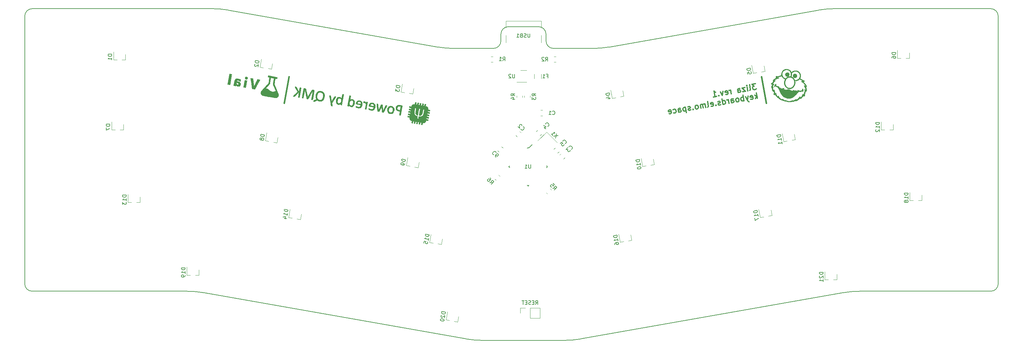
<source format=gbr>
G04 #@! TF.GenerationSoftware,KiCad,Pcbnew,6.0.5-a6ca702e91~116~ubuntu20.04.1*
G04 #@! TF.CreationDate,2022-06-01T09:33:51+02:00*
G04 #@! TF.ProjectId,3liza,336c697a-612e-46b6-9963-61645f706362,rev?*
G04 #@! TF.SameCoordinates,Original*
G04 #@! TF.FileFunction,Legend,Bot*
G04 #@! TF.FilePolarity,Positive*
%FSLAX46Y46*%
G04 Gerber Fmt 4.6, Leading zero omitted, Abs format (unit mm)*
G04 Created by KiCad (PCBNEW 6.0.5-a6ca702e91~116~ubuntu20.04.1) date 2022-06-01 09:33:51*
%MOMM*%
%LPD*%
G01*
G04 APERTURE LIST*
G04 #@! TA.AperFunction,Profile*
%ADD10C,0.200000*%
G04 #@! TD*
%ADD11C,0.400000*%
%ADD12C,0.300000*%
%ADD13C,0.150000*%
%ADD14C,0.120000*%
%ADD15C,0.010000*%
G04 APERTURE END LIST*
D10*
X161176369Y-72788356D02*
X171570538Y-72788357D01*
X20472284Y-135409792D02*
X20472281Y-64209790D01*
X149176370Y-66988370D02*
G75*
G03*
X147176370Y-68988357I30J-2000030D01*
G01*
X235938988Y-62209792D02*
X277502783Y-62209794D01*
X130267347Y-72393357D02*
G75*
G03*
X134782198Y-72788356I4514853J25604957D01*
G01*
X235938988Y-62209789D02*
G75*
G03*
X231771433Y-62574406I12J-23999911D01*
G01*
X22472283Y-62209795D02*
X70413751Y-62209792D01*
X149176370Y-66988357D02*
X157176369Y-66988356D01*
X279502806Y-64209792D02*
G75*
G03*
X277502783Y-62209794I-2000006J-8D01*
G01*
X159176444Y-70788357D02*
G75*
G03*
X161176369Y-72788356I1999956J-43D01*
G01*
X22472283Y-62209781D02*
G75*
G03*
X20472281Y-64209790I17J-2000019D01*
G01*
X74581306Y-62574403D02*
X130267347Y-72393357D01*
X137930137Y-150104594D02*
X68174476Y-137804790D01*
X164255046Y-150469218D02*
G75*
G03*
X168422602Y-150104596I-46J24000018D01*
G01*
X74581305Y-62574410D02*
G75*
G03*
X70413751Y-62209792I-4167605J-23635690D01*
G01*
X279502781Y-64209792D02*
X279502782Y-135409792D01*
X242693115Y-137409791D02*
G75*
G03*
X238178261Y-137804790I-15J-25999809D01*
G01*
X20472308Y-135409792D02*
G75*
G03*
X22472282Y-137409792I1999992J-8D01*
G01*
X277502783Y-137409782D02*
G75*
G03*
X279502782Y-135409792I17J1999982D01*
G01*
X68174476Y-137804790D02*
G75*
G03*
X63659623Y-137409795I-4514876J-25605510D01*
G01*
X176085394Y-72393358D02*
X231771433Y-62574406D01*
X145176368Y-72788370D02*
G75*
G03*
X147176370Y-70788358I32J1999970D01*
G01*
X277502783Y-137409795D02*
X242693115Y-137409794D01*
X238178261Y-137804790D02*
X168422602Y-150104596D01*
X147176370Y-70788358D02*
X147176370Y-68988357D01*
X164255046Y-150469211D02*
X142097693Y-150469210D01*
X171570538Y-72788364D02*
G75*
G03*
X176085394Y-72393358I-38J25999964D01*
G01*
X159176344Y-68988358D02*
G75*
G03*
X157176369Y-66988356I-1999944J58D01*
G01*
X159176365Y-68988358D02*
X159176369Y-70788357D01*
X63659623Y-137409795D02*
X22472282Y-137409792D01*
X134782198Y-72788356D02*
X145176368Y-72788354D01*
X137930138Y-150104589D02*
G75*
G03*
X142097693Y-150469210I4167562J23634989D01*
G01*
D11*
X89539381Y-87375266D02*
X90779725Y-80340925D01*
X217751360Y-87375266D02*
X216511016Y-80340925D01*
D12*
X214891384Y-82188946D02*
X213976920Y-82350191D01*
X214568551Y-82826114D01*
X214357521Y-82863324D01*
X214229238Y-82958475D01*
X214171298Y-83041221D01*
X214125761Y-83194312D01*
X214187778Y-83546029D01*
X214282929Y-83674312D01*
X214365675Y-83732252D01*
X214518766Y-83777789D01*
X214940826Y-83703368D01*
X215069110Y-83608218D01*
X215127050Y-83525471D01*
X213393271Y-83976244D02*
X213521555Y-83881093D01*
X213567091Y-83728003D01*
X213343829Y-82461822D01*
X212830524Y-84075471D02*
X212656876Y-83090663D01*
X212570052Y-82598260D02*
X212652798Y-82656200D01*
X212594859Y-82738946D01*
X212512112Y-82681006D01*
X212570052Y-82598260D01*
X212594859Y-82738946D01*
X212094128Y-83189891D02*
X211320351Y-83326329D01*
X212267777Y-84174699D01*
X211493999Y-84311137D01*
X210298161Y-84521995D02*
X210161723Y-83748218D01*
X210207260Y-83595127D01*
X210335543Y-83499977D01*
X210616917Y-83450363D01*
X210770007Y-83495900D01*
X210285758Y-84451652D02*
X210438848Y-84497188D01*
X210790565Y-84435171D01*
X210918848Y-84340021D01*
X210964385Y-84186930D01*
X210939578Y-84046244D01*
X210844428Y-83917960D01*
X210691337Y-83872424D01*
X210339620Y-83934441D01*
X210186530Y-83888904D01*
X208469232Y-84844485D02*
X208295584Y-83859677D01*
X208345198Y-84141050D02*
X208250048Y-84012767D01*
X208167301Y-83954827D01*
X208014211Y-83909291D01*
X207873524Y-83934097D01*
X206979617Y-85034613D02*
X207132708Y-85080150D01*
X207414081Y-85030536D01*
X207542365Y-84935386D01*
X207587901Y-84782296D01*
X207488674Y-84219548D01*
X207393523Y-84091265D01*
X207240433Y-84045728D01*
X206959059Y-84095342D01*
X206830776Y-84190492D01*
X206785240Y-84343583D01*
X206810046Y-84484270D01*
X207538287Y-84500922D01*
X206255625Y-84219377D02*
X206077556Y-85266202D01*
X205552191Y-84343411D01*
X205138285Y-85286759D02*
X205080345Y-85369506D01*
X205163092Y-85427446D01*
X205221032Y-85344699D01*
X205138285Y-85286759D01*
X205163092Y-85427446D01*
X203685880Y-85687919D02*
X204530001Y-85539077D01*
X204107941Y-85613498D02*
X203847469Y-84136286D01*
X204025366Y-84322510D01*
X204190860Y-84438390D01*
X204343950Y-84483926D01*
X215430530Y-86069276D02*
X215170057Y-84592064D01*
X215190615Y-85531335D02*
X214867782Y-86168503D01*
X214694134Y-85183695D02*
X215356109Y-85647215D01*
X213659541Y-86309018D02*
X213812631Y-86354555D01*
X214094005Y-86304941D01*
X214222288Y-86209791D01*
X214267825Y-86056700D01*
X214168597Y-85493953D01*
X214073447Y-85365670D01*
X213920357Y-85320133D01*
X213638983Y-85369747D01*
X213510700Y-85464897D01*
X213465163Y-85617987D01*
X213489970Y-85758674D01*
X214218211Y-85775327D01*
X212935549Y-85493781D02*
X212757480Y-86540606D01*
X212232115Y-85617816D02*
X212757480Y-86540606D01*
X212960184Y-86867516D01*
X213042931Y-86925456D01*
X213196021Y-86970993D01*
X211843016Y-86701851D02*
X211582543Y-85224639D01*
X211681771Y-85787387D02*
X211528681Y-85741850D01*
X211247307Y-85791464D01*
X211119024Y-85886614D01*
X211061084Y-85969361D01*
X211015547Y-86122451D01*
X211089968Y-86544512D01*
X211185118Y-86672795D01*
X211267865Y-86730735D01*
X211420955Y-86776272D01*
X211702329Y-86726658D01*
X211830612Y-86631508D01*
X210295461Y-86974727D02*
X210423744Y-86879576D01*
X210481684Y-86796830D01*
X210527221Y-86643739D01*
X210452800Y-86221679D01*
X210357650Y-86093395D01*
X210274903Y-86035455D01*
X210121812Y-85989919D01*
X209910782Y-86027129D01*
X209782499Y-86122280D01*
X209724559Y-86205026D01*
X209679022Y-86358117D01*
X209753443Y-86780177D01*
X209848593Y-86908461D01*
X209931340Y-86966401D01*
X210084430Y-87011937D01*
X210295461Y-86974727D01*
X208536875Y-87284813D02*
X208400438Y-86511035D01*
X208445974Y-86357945D01*
X208574257Y-86262795D01*
X208855631Y-86213181D01*
X209008721Y-86258717D01*
X208524472Y-87214469D02*
X208677562Y-87260006D01*
X209029279Y-87197989D01*
X209157563Y-87102838D01*
X209203099Y-86949748D01*
X209178292Y-86809061D01*
X209083142Y-86680778D01*
X208930052Y-86635241D01*
X208578335Y-86697259D01*
X208425244Y-86651722D01*
X207833441Y-87408847D02*
X207659793Y-86424039D01*
X207709407Y-86705413D02*
X207614257Y-86577130D01*
X207531510Y-86519190D01*
X207378419Y-86473653D01*
X207237733Y-86498460D01*
X206285886Y-87681723D02*
X206025414Y-86204511D01*
X206273483Y-87611379D02*
X206426573Y-87656916D01*
X206707947Y-87607302D01*
X206836230Y-87512152D01*
X206894170Y-87429405D01*
X206939707Y-87276315D01*
X206865286Y-86854254D01*
X206770136Y-86725971D01*
X206687389Y-86668031D01*
X206534298Y-86622494D01*
X206252925Y-86672108D01*
X206124641Y-86767259D01*
X205640392Y-87723010D02*
X205512109Y-87818161D01*
X205230735Y-87867774D01*
X205077645Y-87822238D01*
X204982494Y-87693955D01*
X204970091Y-87623611D01*
X205015628Y-87470521D01*
X205143911Y-87375371D01*
X205354941Y-87338160D01*
X205483225Y-87243010D01*
X205528761Y-87089920D01*
X205516358Y-87019576D01*
X205421207Y-86891293D01*
X205268117Y-86845756D01*
X205057087Y-86882967D01*
X204928803Y-86978117D01*
X204361807Y-87875929D02*
X204303867Y-87958676D01*
X204386614Y-88016616D01*
X204444554Y-87933869D01*
X204361807Y-87875929D01*
X204386614Y-88016616D01*
X203108029Y-88169534D02*
X203261120Y-88215071D01*
X203542493Y-88165457D01*
X203670777Y-88070307D01*
X203716313Y-87917217D01*
X203617086Y-87354469D01*
X203521935Y-87226186D01*
X203368845Y-87180649D01*
X203087471Y-87230263D01*
X202959188Y-87325413D01*
X202913651Y-87478504D01*
X202938458Y-87619190D01*
X203666699Y-87635843D01*
X202205968Y-88401122D02*
X202334252Y-88305972D01*
X202379788Y-88152882D01*
X202156526Y-86886701D01*
X201643221Y-88500350D02*
X201469573Y-87515542D01*
X201494380Y-87656229D02*
X201411633Y-87598289D01*
X201258543Y-87552753D01*
X201047512Y-87589963D01*
X200919229Y-87685113D01*
X200873693Y-87838203D01*
X201010130Y-88611981D01*
X200873693Y-87838203D02*
X200778542Y-87709920D01*
X200625452Y-87664384D01*
X200414422Y-87701594D01*
X200286138Y-87796744D01*
X200240602Y-87949834D01*
X200377040Y-88723612D01*
X199462575Y-88884857D02*
X199590859Y-88789706D01*
X199648799Y-88706960D01*
X199694335Y-88553869D01*
X199619915Y-88131809D01*
X199524764Y-88003525D01*
X199442017Y-87945585D01*
X199288927Y-87900049D01*
X199077897Y-87937259D01*
X198949614Y-88032410D01*
X198891674Y-88115156D01*
X198846137Y-88268247D01*
X198920558Y-88690307D01*
X199015708Y-88818590D01*
X199098455Y-88876530D01*
X199251545Y-88922067D01*
X199462575Y-88884857D01*
X198312274Y-88942625D02*
X198254334Y-89025372D01*
X198337081Y-89083312D01*
X198395021Y-89000565D01*
X198312274Y-88942625D01*
X198337081Y-89083312D01*
X197691587Y-89124599D02*
X197563303Y-89219750D01*
X197281930Y-89269363D01*
X197128839Y-89223827D01*
X197033689Y-89095543D01*
X197021286Y-89025200D01*
X197066822Y-88872110D01*
X197195106Y-88776959D01*
X197406136Y-88739749D01*
X197534419Y-88644599D01*
X197579956Y-88491509D01*
X197567552Y-88421165D01*
X197472402Y-88292882D01*
X197319312Y-88247345D01*
X197108281Y-88284556D01*
X196979998Y-88379706D01*
X196264160Y-88433397D02*
X196524633Y-89910609D01*
X196276564Y-88503740D02*
X196123474Y-88458204D01*
X195842100Y-88507818D01*
X195713817Y-88602968D01*
X195655877Y-88685715D01*
X195610340Y-88838805D01*
X195684761Y-89260865D01*
X195779911Y-89389149D01*
X195862658Y-89447089D01*
X196015748Y-89492625D01*
X196297122Y-89443012D01*
X196425405Y-89347861D01*
X194468193Y-89765501D02*
X194331755Y-88991723D01*
X194377292Y-88838633D01*
X194505575Y-88743483D01*
X194786949Y-88693869D01*
X194940039Y-88739406D01*
X194455790Y-89695158D02*
X194608880Y-89740694D01*
X194960597Y-89678677D01*
X195088880Y-89583527D01*
X195134417Y-89430436D01*
X195109610Y-89289750D01*
X195014460Y-89161466D01*
X194861370Y-89115930D01*
X194509652Y-89177947D01*
X194356562Y-89132410D01*
X193119265Y-89930823D02*
X193272355Y-89976360D01*
X193553729Y-89926746D01*
X193682012Y-89831595D01*
X193739952Y-89748849D01*
X193785489Y-89595758D01*
X193711068Y-89173698D01*
X193615918Y-89045414D01*
X193533171Y-88987475D01*
X193380081Y-88941938D01*
X193098707Y-88991552D01*
X192970424Y-89086702D01*
X191923427Y-90141681D02*
X192076517Y-90187218D01*
X192357891Y-90137604D01*
X192486174Y-90042454D01*
X192531711Y-89889364D01*
X192432483Y-89326616D01*
X192337333Y-89198333D01*
X192184243Y-89152796D01*
X191902869Y-89202410D01*
X191774586Y-89297561D01*
X191729049Y-89450651D01*
X191753856Y-89591338D01*
X192482097Y-89607990D01*
D13*
G04 #@! TO.C,D15*
X128075915Y-122367537D02*
X127091108Y-122193888D01*
X127049763Y-122428367D01*
X127071851Y-122577322D01*
X127149105Y-122687651D01*
X127234627Y-122751085D01*
X127413940Y-122831056D01*
X127554627Y-122855863D01*
X127750479Y-122842044D01*
X127852539Y-122811686D01*
X127962868Y-122734433D01*
X128034570Y-122602015D01*
X128075915Y-122367537D01*
X127811309Y-123868196D02*
X127910536Y-123305449D01*
X127860922Y-123586822D02*
X126876115Y-123413174D01*
X127033339Y-123344190D01*
X127143668Y-123266937D01*
X127207102Y-123181414D01*
X126669391Y-124585564D02*
X126752080Y-124116608D01*
X127229305Y-124152402D01*
X127174141Y-124191029D01*
X127110707Y-124276551D01*
X127069362Y-124511029D01*
X127099720Y-124613089D01*
X127138347Y-124668254D01*
X127223869Y-124731688D01*
X127458347Y-124773032D01*
X127560407Y-124742675D01*
X127615572Y-124704048D01*
X127679005Y-124618526D01*
X127720350Y-124384048D01*
X127689992Y-124281988D01*
X127651366Y-124226823D01*
G04 #@! TO.C,RESET*
X156393152Y-140905559D02*
X156726486Y-140429369D01*
X156964581Y-140905559D02*
X156964581Y-139905559D01*
X156583629Y-139905559D01*
X156488391Y-139953179D01*
X156440772Y-140000798D01*
X156393152Y-140096036D01*
X156393152Y-140238893D01*
X156440772Y-140334131D01*
X156488391Y-140381750D01*
X156583629Y-140429369D01*
X156964581Y-140429369D01*
X155964581Y-140381750D02*
X155631248Y-140381750D01*
X155488391Y-140905559D02*
X155964581Y-140905559D01*
X155964581Y-139905559D01*
X155488391Y-139905559D01*
X155107438Y-140857940D02*
X154964581Y-140905559D01*
X154726486Y-140905559D01*
X154631248Y-140857940D01*
X154583629Y-140810321D01*
X154536010Y-140715083D01*
X154536010Y-140619845D01*
X154583629Y-140524607D01*
X154631248Y-140476988D01*
X154726486Y-140429369D01*
X154916962Y-140381750D01*
X155012200Y-140334131D01*
X155059819Y-140286512D01*
X155107438Y-140191274D01*
X155107438Y-140096036D01*
X155059819Y-140000798D01*
X155012200Y-139953179D01*
X154916962Y-139905559D01*
X154678867Y-139905559D01*
X154536010Y-139953179D01*
X154107438Y-140381750D02*
X153774105Y-140381750D01*
X153631248Y-140905559D02*
X154107438Y-140905559D01*
X154107438Y-139905559D01*
X153631248Y-139905559D01*
X153345533Y-139905559D02*
X152774105Y-139905559D01*
X153059819Y-140905559D02*
X153059819Y-139905559D01*
G04 #@! TO.C,C5*
X164237180Y-98086356D02*
X164304523Y-98086356D01*
X164439210Y-98019012D01*
X164506554Y-97951669D01*
X164573897Y-97816981D01*
X164573897Y-97682294D01*
X164540226Y-97581279D01*
X164439210Y-97412920D01*
X164338195Y-97311905D01*
X164169836Y-97210890D01*
X164068821Y-97177218D01*
X163934134Y-97177218D01*
X163799447Y-97244562D01*
X163732103Y-97311905D01*
X163664760Y-97446592D01*
X163664760Y-97513936D01*
X162957653Y-98086356D02*
X163294371Y-97749638D01*
X163664760Y-98052684D01*
X163597416Y-98052684D01*
X163496401Y-98086356D01*
X163328042Y-98254714D01*
X163294371Y-98355730D01*
X163294371Y-98423073D01*
X163328042Y-98524088D01*
X163496401Y-98692447D01*
X163597416Y-98726119D01*
X163664760Y-98726119D01*
X163765775Y-98692447D01*
X163934134Y-98524088D01*
X163967806Y-98423073D01*
X163967806Y-98355730D01*
G04 #@! TO.C,D12*
X247902385Y-92486408D02*
X246902385Y-92486408D01*
X246902385Y-92724503D01*
X246950005Y-92867360D01*
X247045243Y-92962598D01*
X247140481Y-93010217D01*
X247330957Y-93057836D01*
X247473814Y-93057836D01*
X247664290Y-93010217D01*
X247759528Y-92962598D01*
X247854766Y-92867360D01*
X247902385Y-92724503D01*
X247902385Y-92486408D01*
X247902385Y-94010217D02*
X247902385Y-93438789D01*
X247902385Y-93724503D02*
X246902385Y-93724503D01*
X247045243Y-93629265D01*
X247140481Y-93534027D01*
X247188100Y-93438789D01*
X246997624Y-94391170D02*
X246950005Y-94438789D01*
X246902385Y-94534027D01*
X246902385Y-94772122D01*
X246950005Y-94867360D01*
X246997624Y-94914979D01*
X247092862Y-94962598D01*
X247188100Y-94962598D01*
X247330957Y-94914979D01*
X247902385Y-94343551D01*
X247902385Y-94962598D01*
G04 #@! TO.C,R4*
X150858719Y-85422512D02*
X150382529Y-85089179D01*
X150858719Y-84851083D02*
X149858719Y-84851083D01*
X149858719Y-85232036D01*
X149906339Y-85327274D01*
X149953958Y-85374893D01*
X150049196Y-85422512D01*
X150192053Y-85422512D01*
X150287291Y-85374893D01*
X150334910Y-85327274D01*
X150382529Y-85232036D01*
X150382529Y-84851083D01*
X150192053Y-86279655D02*
X150858719Y-86279655D01*
X149811100Y-86041559D02*
X150525386Y-85803464D01*
X150525386Y-86422512D01*
G04 #@! TO.C,R6*
X144172342Y-108531311D02*
X144744762Y-108430296D01*
X144576403Y-108935372D02*
X145283510Y-108228266D01*
X145014136Y-107958891D01*
X144913121Y-107925220D01*
X144845777Y-107925220D01*
X144744762Y-107958891D01*
X144643747Y-108059907D01*
X144610075Y-108160922D01*
X144610075Y-108228266D01*
X144643747Y-108329281D01*
X144913121Y-108598655D01*
X144273357Y-107218113D02*
X144408044Y-107352800D01*
X144441716Y-107453815D01*
X144441716Y-107521159D01*
X144408044Y-107689517D01*
X144307029Y-107857876D01*
X144037655Y-108127250D01*
X143936640Y-108160922D01*
X143869296Y-108160922D01*
X143768281Y-108127250D01*
X143633594Y-107992563D01*
X143599922Y-107891548D01*
X143599922Y-107824204D01*
X143633594Y-107723189D01*
X143801953Y-107554830D01*
X143902968Y-107521159D01*
X143970311Y-107521159D01*
X144071327Y-107554830D01*
X144206014Y-107689517D01*
X144239685Y-107790533D01*
X144239685Y-107857876D01*
X144206014Y-107958891D01*
G04 #@! TO.C,D20*
X132434084Y-142995710D02*
X131449277Y-142822061D01*
X131407932Y-143056540D01*
X131430020Y-143205495D01*
X131507274Y-143315824D01*
X131592796Y-143379258D01*
X131772109Y-143459229D01*
X131912796Y-143484036D01*
X132108648Y-143470217D01*
X132210708Y-143439859D01*
X132321037Y-143362606D01*
X132392739Y-143230188D01*
X132434084Y-142995710D01*
X131377689Y-143776512D02*
X131322524Y-143815138D01*
X131259090Y-143900660D01*
X131217746Y-144135138D01*
X131248103Y-144237199D01*
X131286730Y-144292363D01*
X131372252Y-144355797D01*
X131466043Y-144372335D01*
X131614999Y-144350246D01*
X132276974Y-143886726D01*
X132169478Y-144496369D01*
X131077173Y-144932364D02*
X131060635Y-145026155D01*
X131090993Y-145128215D01*
X131129620Y-145183380D01*
X131215142Y-145246813D01*
X131394455Y-145326785D01*
X131628933Y-145368130D01*
X131824785Y-145354310D01*
X131926845Y-145323952D01*
X131982010Y-145285325D01*
X132045443Y-145199803D01*
X132061981Y-145106012D01*
X132031623Y-145003952D01*
X131992997Y-144948787D01*
X131907474Y-144885354D01*
X131728161Y-144805382D01*
X131493683Y-144764037D01*
X131297832Y-144777857D01*
X131195771Y-144808215D01*
X131140607Y-144846842D01*
X131077173Y-144932364D01*
G04 #@! TO.C,D19*
X63153154Y-131159396D02*
X62153154Y-131159396D01*
X62153154Y-131397491D01*
X62200774Y-131540348D01*
X62296012Y-131635586D01*
X62391250Y-131683205D01*
X62581726Y-131730824D01*
X62724583Y-131730824D01*
X62915059Y-131683205D01*
X63010297Y-131635586D01*
X63105535Y-131540348D01*
X63153154Y-131397491D01*
X63153154Y-131159396D01*
X63153154Y-132683205D02*
X63153154Y-132111777D01*
X63153154Y-132397491D02*
X62153154Y-132397491D01*
X62296012Y-132302253D01*
X62391250Y-132207015D01*
X62438869Y-132111777D01*
X63153154Y-133159396D02*
X63153154Y-133349872D01*
X63105535Y-133445110D01*
X63057916Y-133492729D01*
X62915059Y-133587967D01*
X62724583Y-133635586D01*
X62343631Y-133635586D01*
X62248393Y-133587967D01*
X62200774Y-133540348D01*
X62153154Y-133445110D01*
X62153154Y-133254634D01*
X62200774Y-133159396D01*
X62248393Y-133111777D01*
X62343631Y-133064158D01*
X62581726Y-133064158D01*
X62676964Y-133111777D01*
X62724583Y-133159396D01*
X62772202Y-133254634D01*
X62772202Y-133445110D01*
X62724583Y-133540348D01*
X62676964Y-133587967D01*
X62581726Y-133635586D01*
G04 #@! TO.C,R3*
X156459952Y-85422510D02*
X155983762Y-85089177D01*
X156459952Y-84851081D02*
X155459952Y-84851081D01*
X155459952Y-85232034D01*
X155507572Y-85327272D01*
X155555191Y-85374891D01*
X155650429Y-85422510D01*
X155793286Y-85422510D01*
X155888524Y-85374891D01*
X155936143Y-85327272D01*
X155983762Y-85232034D01*
X155983762Y-84851081D01*
X155459952Y-85755843D02*
X155459952Y-86374891D01*
X155840905Y-86041557D01*
X155840905Y-86184415D01*
X155888524Y-86279653D01*
X155936143Y-86327272D01*
X156031381Y-86374891D01*
X156269476Y-86374891D01*
X156364714Y-86327272D01*
X156412333Y-86279653D01*
X156459952Y-86184415D01*
X156459952Y-85898700D01*
X156412333Y-85803462D01*
X156364714Y-85755843D01*
G04 #@! TO.C,D18*
X255522384Y-111282407D02*
X254522384Y-111282407D01*
X254522384Y-111520502D01*
X254570004Y-111663359D01*
X254665242Y-111758597D01*
X254760480Y-111806216D01*
X254950956Y-111853835D01*
X255093813Y-111853835D01*
X255284289Y-111806216D01*
X255379527Y-111758597D01*
X255474765Y-111663359D01*
X255522384Y-111520502D01*
X255522384Y-111282407D01*
X255522384Y-112806216D02*
X255522384Y-112234788D01*
X255522384Y-112520502D02*
X254522384Y-112520502D01*
X254665242Y-112425264D01*
X254760480Y-112330026D01*
X254808099Y-112234788D01*
X254950956Y-113377645D02*
X254903337Y-113282407D01*
X254855718Y-113234788D01*
X254760480Y-113187169D01*
X254712861Y-113187169D01*
X254617623Y-113234788D01*
X254570004Y-113282407D01*
X254522384Y-113377645D01*
X254522384Y-113568121D01*
X254570004Y-113663359D01*
X254617623Y-113710978D01*
X254712861Y-113758597D01*
X254760480Y-113758597D01*
X254855718Y-113710978D01*
X254903337Y-113663359D01*
X254950956Y-113568121D01*
X254950956Y-113377645D01*
X254998575Y-113282407D01*
X255046194Y-113234788D01*
X255141432Y-113187169D01*
X255331908Y-113187169D01*
X255427146Y-113234788D01*
X255474765Y-113282407D01*
X255522384Y-113377645D01*
X255522384Y-113568121D01*
X255474765Y-113663359D01*
X255427146Y-113710978D01*
X255331908Y-113758597D01*
X255141432Y-113758597D01*
X255046194Y-113710978D01*
X254998575Y-113663359D01*
X254950956Y-113568121D01*
G04 #@! TO.C,D1*
X43642713Y-74332093D02*
X42642713Y-74332093D01*
X42642713Y-74570189D01*
X42690333Y-74713046D01*
X42785571Y-74808284D01*
X42880809Y-74855903D01*
X43071285Y-74903522D01*
X43214142Y-74903522D01*
X43404618Y-74855903D01*
X43499856Y-74808284D01*
X43595094Y-74713046D01*
X43642713Y-74570189D01*
X43642713Y-74332093D01*
X43642713Y-75855903D02*
X43642713Y-75284474D01*
X43642713Y-75570189D02*
X42642713Y-75570189D01*
X42785571Y-75474950D01*
X42880809Y-75379712D01*
X42928428Y-75284474D01*
G04 #@! TO.C,D6*
X252220384Y-73912597D02*
X251220384Y-73912597D01*
X251220384Y-74150693D01*
X251268004Y-74293550D01*
X251363242Y-74388788D01*
X251458480Y-74436407D01*
X251648956Y-74484026D01*
X251791813Y-74484026D01*
X251982289Y-74436407D01*
X252077527Y-74388788D01*
X252172765Y-74293550D01*
X252220384Y-74150693D01*
X252220384Y-73912597D01*
X251220384Y-75341169D02*
X251220384Y-75150693D01*
X251268004Y-75055454D01*
X251315623Y-75007835D01*
X251458480Y-74912597D01*
X251648956Y-74864978D01*
X252029908Y-74864978D01*
X252125146Y-74912597D01*
X252172765Y-74960216D01*
X252220384Y-75055454D01*
X252220384Y-75245931D01*
X252172765Y-75341169D01*
X252125146Y-75388788D01*
X252029908Y-75436407D01*
X251791813Y-75436407D01*
X251696575Y-75388788D01*
X251648956Y-75341169D01*
X251601337Y-75245931D01*
X251601337Y-75055454D01*
X251648956Y-74960216D01*
X251696575Y-74912597D01*
X251791813Y-74864978D01*
G04 #@! TO.C,C1*
X160898638Y-90315121D02*
X160946257Y-90362740D01*
X161089114Y-90410359D01*
X161184352Y-90410359D01*
X161327210Y-90362740D01*
X161422448Y-90267502D01*
X161470067Y-90172264D01*
X161517686Y-89981788D01*
X161517686Y-89838931D01*
X161470067Y-89648455D01*
X161422448Y-89553217D01*
X161327210Y-89457979D01*
X161184352Y-89410359D01*
X161089114Y-89410359D01*
X160946257Y-89457979D01*
X160898638Y-89505598D01*
X159946257Y-90410359D02*
X160517686Y-90410359D01*
X160231972Y-90410359D02*
X160231972Y-89410359D01*
X160327210Y-89553217D01*
X160422448Y-89648455D01*
X160517686Y-89696074D01*
G04 #@! TO.C,D16*
X178076535Y-122477432D02*
X177091728Y-122651081D01*
X177133072Y-122885559D01*
X177204775Y-123017976D01*
X177315104Y-123095230D01*
X177417164Y-123125587D01*
X177613016Y-123139407D01*
X177753702Y-123114600D01*
X177933016Y-123034629D01*
X178018538Y-122971195D01*
X178095791Y-122860866D01*
X178117880Y-122711910D01*
X178076535Y-122477432D01*
X178341142Y-123978092D02*
X178241914Y-123415345D01*
X178291528Y-123696718D02*
X177306720Y-123870366D01*
X177430869Y-123751768D01*
X177508123Y-123641439D01*
X177538480Y-123539379D01*
X177505176Y-124995861D02*
X177472100Y-124808278D01*
X177502457Y-124706218D01*
X177541084Y-124651054D01*
X177665233Y-124532456D01*
X177844546Y-124452484D01*
X178219711Y-124386333D01*
X178321771Y-124416690D01*
X178376936Y-124455317D01*
X178440370Y-124540839D01*
X178473445Y-124728422D01*
X178443088Y-124830482D01*
X178404461Y-124885646D01*
X178318939Y-124949080D01*
X178084461Y-124990425D01*
X177982401Y-124960067D01*
X177927236Y-124921440D01*
X177863802Y-124835918D01*
X177830727Y-124648336D01*
X177861084Y-124546275D01*
X177899711Y-124491111D01*
X177985233Y-124427677D01*
G04 #@! TO.C,D9*
X121795862Y-102399851D02*
X120811054Y-102226203D01*
X120769709Y-102460681D01*
X120791798Y-102609636D01*
X120869051Y-102719965D01*
X120954573Y-102783399D01*
X121133887Y-102863370D01*
X121274574Y-102888177D01*
X121470425Y-102874358D01*
X121572485Y-102844000D01*
X121682814Y-102766747D01*
X121754517Y-102634329D01*
X121795862Y-102399851D01*
X121613945Y-103431554D02*
X121580869Y-103619137D01*
X121517435Y-103704659D01*
X121462271Y-103743285D01*
X121305046Y-103812270D01*
X121109194Y-103826090D01*
X120734030Y-103759938D01*
X120648507Y-103696504D01*
X120609881Y-103641340D01*
X120579523Y-103539280D01*
X120612599Y-103351697D01*
X120676032Y-103266175D01*
X120731197Y-103227548D01*
X120833257Y-103197191D01*
X121067735Y-103238535D01*
X121153257Y-103301969D01*
X121191884Y-103357133D01*
X121222242Y-103459194D01*
X121189166Y-103646776D01*
X121125732Y-103732298D01*
X121070568Y-103770925D01*
X120968508Y-103801283D01*
G04 #@! TO.C,D2*
X82830005Y-76185243D02*
X81845197Y-76011595D01*
X81803852Y-76246073D01*
X81825941Y-76395028D01*
X81903194Y-76505357D01*
X81988716Y-76568791D01*
X82168030Y-76648762D01*
X82308717Y-76673569D01*
X82504568Y-76659750D01*
X82606628Y-76629392D01*
X82716957Y-76552139D01*
X82788660Y-76419721D01*
X82830005Y-76185243D01*
X81773609Y-76966045D02*
X81718444Y-77004671D01*
X81655011Y-77090194D01*
X81613666Y-77324672D01*
X81644024Y-77426732D01*
X81682650Y-77481896D01*
X81768173Y-77545330D01*
X81861964Y-77561868D01*
X82010920Y-77539779D01*
X82672894Y-77076259D01*
X82565398Y-77685902D01*
G04 #@! TO.C,U1*
X155121281Y-103678572D02*
X155121281Y-104488096D01*
X155073662Y-104583334D01*
X155026043Y-104630953D01*
X154930805Y-104678572D01*
X154740329Y-104678572D01*
X154645091Y-104630953D01*
X154597472Y-104583334D01*
X154549853Y-104488096D01*
X154549853Y-103678572D01*
X153549853Y-104678572D02*
X154121281Y-104678572D01*
X153835567Y-104678572D02*
X153835567Y-103678572D01*
X153930805Y-103821430D01*
X154026043Y-103916668D01*
X154121281Y-103964287D01*
G04 #@! TO.C,C3*
X165853628Y-99630959D02*
X165920971Y-99630959D01*
X166055658Y-99563615D01*
X166123002Y-99496272D01*
X166190345Y-99361584D01*
X166190345Y-99226897D01*
X166156674Y-99125882D01*
X166055658Y-98957523D01*
X165954643Y-98856508D01*
X165786284Y-98755493D01*
X165685269Y-98721821D01*
X165550582Y-98721821D01*
X165415895Y-98789165D01*
X165348551Y-98856508D01*
X165281208Y-98991195D01*
X165281208Y-99058539D01*
X164978162Y-99226897D02*
X164540429Y-99664630D01*
X165045506Y-99698302D01*
X164944490Y-99799317D01*
X164910819Y-99900333D01*
X164910819Y-99967676D01*
X164944490Y-100068691D01*
X165112849Y-100237050D01*
X165213864Y-100270722D01*
X165281208Y-100270722D01*
X165382223Y-100237050D01*
X165584254Y-100035020D01*
X165617926Y-99934004D01*
X165617926Y-99866661D01*
G04 #@! TO.C,D13*
X47478112Y-111803505D02*
X46478112Y-111803505D01*
X46478112Y-112041600D01*
X46525732Y-112184457D01*
X46620970Y-112279695D01*
X46716208Y-112327314D01*
X46906684Y-112374933D01*
X47049541Y-112374933D01*
X47240017Y-112327314D01*
X47335255Y-112279695D01*
X47430493Y-112184457D01*
X47478112Y-112041600D01*
X47478112Y-111803505D01*
X47478112Y-113327314D02*
X47478112Y-112755886D01*
X47478112Y-113041600D02*
X46478112Y-113041600D01*
X46620970Y-112946362D01*
X46716208Y-112851124D01*
X46763827Y-112755886D01*
X46478112Y-113660648D02*
X46478112Y-114279695D01*
X46859065Y-113946362D01*
X46859065Y-114089219D01*
X46906684Y-114184457D01*
X46954303Y-114232076D01*
X47049541Y-114279695D01*
X47287636Y-114279695D01*
X47382874Y-114232076D01*
X47430493Y-114184457D01*
X47478112Y-114089219D01*
X47478112Y-113803505D01*
X47430493Y-113708267D01*
X47382874Y-113660648D01*
G04 #@! TO.C,USB1*
X154900866Y-68836359D02*
X154900866Y-69645883D01*
X154853247Y-69741121D01*
X154805628Y-69788740D01*
X154710390Y-69836359D01*
X154519913Y-69836359D01*
X154424675Y-69788740D01*
X154377056Y-69741121D01*
X154329437Y-69645883D01*
X154329437Y-68836359D01*
X153900866Y-69788740D02*
X153758009Y-69836359D01*
X153519913Y-69836359D01*
X153424675Y-69788740D01*
X153377056Y-69741121D01*
X153329437Y-69645883D01*
X153329437Y-69550645D01*
X153377056Y-69455407D01*
X153424675Y-69407788D01*
X153519913Y-69360169D01*
X153710390Y-69312550D01*
X153805628Y-69264931D01*
X153853247Y-69217312D01*
X153900866Y-69122074D01*
X153900866Y-69026836D01*
X153853247Y-68931598D01*
X153805628Y-68883979D01*
X153710390Y-68836359D01*
X153472294Y-68836359D01*
X153329437Y-68883979D01*
X152567532Y-69312550D02*
X152424675Y-69360169D01*
X152377056Y-69407788D01*
X152329437Y-69503026D01*
X152329437Y-69645883D01*
X152377056Y-69741121D01*
X152424675Y-69788740D01*
X152519913Y-69836359D01*
X152900866Y-69836359D01*
X152900866Y-68836359D01*
X152567532Y-68836359D01*
X152472294Y-68883979D01*
X152424675Y-68931598D01*
X152377056Y-69026836D01*
X152377056Y-69122074D01*
X152424675Y-69217312D01*
X152472294Y-69264931D01*
X152567532Y-69312550D01*
X152900866Y-69312550D01*
X151377056Y-69836359D02*
X151948485Y-69836359D01*
X151662771Y-69836359D02*
X151662771Y-68836359D01*
X151758009Y-68979217D01*
X151853247Y-69074455D01*
X151948485Y-69122074D01*
G04 #@! TO.C,R2*
X159019038Y-76135558D02*
X159352372Y-75659368D01*
X159590467Y-76135558D02*
X159590467Y-75135558D01*
X159209514Y-75135558D01*
X159114276Y-75183178D01*
X159066657Y-75230797D01*
X159019038Y-75326035D01*
X159019038Y-75468892D01*
X159066657Y-75564130D01*
X159114276Y-75611749D01*
X159209514Y-75659368D01*
X159590467Y-75659368D01*
X158638086Y-75230797D02*
X158590467Y-75183178D01*
X158495229Y-75135558D01*
X158257133Y-75135558D01*
X158161895Y-75183178D01*
X158114276Y-75230797D01*
X158066657Y-75326035D01*
X158066657Y-75421273D01*
X158114276Y-75564130D01*
X158685705Y-76135558D01*
X158066657Y-76135558D01*
G04 #@! TO.C,D14*
X90554740Y-115751538D02*
X89569933Y-115577889D01*
X89528588Y-115812368D01*
X89550676Y-115961323D01*
X89627930Y-116071652D01*
X89713452Y-116135086D01*
X89892765Y-116215057D01*
X90033452Y-116239864D01*
X90229304Y-116226045D01*
X90331364Y-116195687D01*
X90441693Y-116118434D01*
X90513395Y-115986016D01*
X90554740Y-115751538D01*
X90290134Y-117252197D02*
X90389361Y-116689450D01*
X90339747Y-116970823D02*
X89354940Y-116797175D01*
X89512164Y-116728191D01*
X89622493Y-116650938D01*
X89685927Y-116565415D01*
X89484754Y-117980553D02*
X90141292Y-118096318D01*
X89150934Y-117679923D02*
X89895713Y-117569479D01*
X89788216Y-118179122D01*
G04 #@! TO.C,F1*
X159338105Y-80132950D02*
X159671438Y-80132950D01*
X159671438Y-80656759D02*
X159671438Y-79656759D01*
X159195248Y-79656759D01*
X158290486Y-80656759D02*
X158861914Y-80656759D01*
X158576200Y-80656759D02*
X158576200Y-79656759D01*
X158671438Y-79799617D01*
X158766676Y-79894855D01*
X158861914Y-79942474D01*
G04 #@! TO.C,R5*
X160936341Y-110055311D02*
X161508761Y-109954296D01*
X161340402Y-110459372D02*
X162047509Y-109752266D01*
X161778135Y-109482891D01*
X161677120Y-109449220D01*
X161609776Y-109449220D01*
X161508761Y-109482891D01*
X161407746Y-109583907D01*
X161374074Y-109684922D01*
X161374074Y-109752266D01*
X161407746Y-109853281D01*
X161677120Y-110122655D01*
X161003684Y-108708441D02*
X161340402Y-109045159D01*
X161037356Y-109415548D01*
X161037356Y-109348204D01*
X161003684Y-109247189D01*
X160835326Y-109078830D01*
X160734310Y-109045159D01*
X160666967Y-109045159D01*
X160565952Y-109078830D01*
X160397593Y-109247189D01*
X160363921Y-109348204D01*
X160363921Y-109415548D01*
X160397593Y-109516563D01*
X160565952Y-109684922D01*
X160666967Y-109718594D01*
X160734310Y-109718594D01*
G04 #@! TO.C,D17*
X215347571Y-115905544D02*
X214362764Y-116079193D01*
X214404108Y-116313671D01*
X214475811Y-116446088D01*
X214586140Y-116523342D01*
X214688200Y-116553699D01*
X214884052Y-116567519D01*
X215024738Y-116542712D01*
X215204052Y-116462741D01*
X215289574Y-116399307D01*
X215366827Y-116288978D01*
X215388916Y-116140022D01*
X215347571Y-115905544D01*
X215612178Y-117406204D02*
X215512950Y-116843457D01*
X215562564Y-117124830D02*
X214577756Y-117298478D01*
X214701905Y-117179880D01*
X214779159Y-117069551D01*
X214809516Y-116967491D01*
X214685253Y-117908121D02*
X214801018Y-118564660D01*
X215711406Y-117968951D01*
G04 #@! TO.C,C2*
X152469284Y-94189168D02*
X152469284Y-94256511D01*
X152536628Y-94391198D01*
X152603972Y-94458542D01*
X152738659Y-94525885D01*
X152873346Y-94525885D01*
X152974361Y-94492214D01*
X153142720Y-94391198D01*
X153243735Y-94290183D01*
X153344750Y-94121824D01*
X153378422Y-94020809D01*
X153378422Y-93886122D01*
X153311078Y-93751435D01*
X153243735Y-93684091D01*
X153109048Y-93616748D01*
X153041704Y-93616748D01*
X152772330Y-93347374D02*
X152772330Y-93280030D01*
X152738659Y-93179015D01*
X152570300Y-93010656D01*
X152469284Y-92976985D01*
X152401941Y-92976985D01*
X152300926Y-93010656D01*
X152233582Y-93078000D01*
X152166239Y-93212687D01*
X152166239Y-94020809D01*
X151728506Y-93583076D01*
G04 #@! TO.C,X1*
X162411123Y-95937077D02*
X161232612Y-96172779D01*
X161939719Y-95465673D02*
X161704017Y-96644184D01*
X160592849Y-95533016D02*
X160996910Y-95937077D01*
X160794879Y-95735047D02*
X161501986Y-95027940D01*
X161468314Y-95196299D01*
X161468314Y-95330986D01*
X161501986Y-95432001D01*
G04 #@! TO.C,C4*
X159639290Y-93488465D02*
X159706633Y-93488465D01*
X159841320Y-93421121D01*
X159908664Y-93353778D01*
X159976007Y-93219090D01*
X159976007Y-93084403D01*
X159942336Y-92983388D01*
X159841320Y-92815029D01*
X159740305Y-92714014D01*
X159571946Y-92612999D01*
X159470931Y-92579327D01*
X159336244Y-92579327D01*
X159201557Y-92646671D01*
X159134213Y-92714014D01*
X159066870Y-92848701D01*
X159066870Y-92916045D01*
X158629137Y-93690495D02*
X159100542Y-94161900D01*
X158528122Y-93252762D02*
X159201557Y-93589480D01*
X158763824Y-94027213D01*
G04 #@! TO.C,D7*
X43134711Y-92950294D02*
X42134711Y-92950294D01*
X42134711Y-93188390D01*
X42182331Y-93331247D01*
X42277569Y-93426485D01*
X42372807Y-93474104D01*
X42563283Y-93521723D01*
X42706140Y-93521723D01*
X42896616Y-93474104D01*
X42991854Y-93426485D01*
X43087092Y-93331247D01*
X43134711Y-93188390D01*
X43134711Y-92950294D01*
X42134711Y-93855056D02*
X42134711Y-94521723D01*
X43134711Y-94093151D01*
G04 #@! TO.C,D4*
X176045769Y-84631293D02*
X175060961Y-84804942D01*
X175102306Y-85039420D01*
X175174008Y-85171838D01*
X175284338Y-85249091D01*
X175386398Y-85279449D01*
X175582249Y-85293268D01*
X175722936Y-85268461D01*
X175902249Y-85188490D01*
X175987772Y-85125056D01*
X176065025Y-85014727D01*
X176087114Y-84865771D01*
X176045769Y-84631293D01*
X175637299Y-86153927D02*
X176293838Y-86038162D01*
X175220790Y-85985601D02*
X175882879Y-85627088D01*
X175990375Y-86236731D01*
G04 #@! TO.C,U2*
X150825875Y-79656760D02*
X150825875Y-80466284D01*
X150778256Y-80561522D01*
X150730637Y-80609141D01*
X150635399Y-80656760D01*
X150444923Y-80656760D01*
X150349685Y-80609141D01*
X150302066Y-80561522D01*
X150254447Y-80466284D01*
X150254447Y-79656760D01*
X149825875Y-79751999D02*
X149778256Y-79704380D01*
X149683018Y-79656760D01*
X149444923Y-79656760D01*
X149349685Y-79704380D01*
X149302066Y-79751999D01*
X149254447Y-79847237D01*
X149254447Y-79942475D01*
X149302066Y-80085332D01*
X149873494Y-80656760D01*
X149254447Y-80656760D01*
G04 #@! TO.C,D21*
X232916385Y-132364408D02*
X231916385Y-132364408D01*
X231916385Y-132602503D01*
X231964005Y-132745360D01*
X232059243Y-132840598D01*
X232154481Y-132888217D01*
X232344957Y-132935836D01*
X232487814Y-132935836D01*
X232678290Y-132888217D01*
X232773528Y-132840598D01*
X232868766Y-132745360D01*
X232916385Y-132602503D01*
X232916385Y-132364408D01*
X232011624Y-133316789D02*
X231964005Y-133364408D01*
X231916385Y-133459646D01*
X231916385Y-133697741D01*
X231964005Y-133792979D01*
X232011624Y-133840598D01*
X232106862Y-133888217D01*
X232202100Y-133888217D01*
X232344957Y-133840598D01*
X232916385Y-133269170D01*
X232916385Y-133888217D01*
X232916385Y-134840598D02*
X232916385Y-134269170D01*
X232916385Y-134554884D02*
X231916385Y-134554884D01*
X232059243Y-134459646D01*
X232154481Y-134364408D01*
X232202100Y-134269170D01*
G04 #@! TO.C,D8*
X84274687Y-95783853D02*
X83289879Y-95610205D01*
X83248534Y-95844683D01*
X83270623Y-95993638D01*
X83347876Y-96103967D01*
X83433398Y-96167401D01*
X83612712Y-96247372D01*
X83753399Y-96272179D01*
X83949250Y-96258360D01*
X84051310Y-96228002D01*
X84161639Y-96150749D01*
X84233342Y-96018331D01*
X84274687Y-95783853D01*
X83513484Y-96810120D02*
X83483127Y-96708060D01*
X83444500Y-96652895D01*
X83358978Y-96589461D01*
X83312082Y-96581193D01*
X83210022Y-96611550D01*
X83154857Y-96650177D01*
X83091424Y-96735699D01*
X83058348Y-96923282D01*
X83088706Y-97025342D01*
X83127332Y-97080506D01*
X83212855Y-97143940D01*
X83259750Y-97152209D01*
X83361810Y-97121851D01*
X83416975Y-97083224D01*
X83480408Y-96997702D01*
X83513484Y-96810120D01*
X83576918Y-96724598D01*
X83632082Y-96685971D01*
X83734143Y-96655613D01*
X83921725Y-96688689D01*
X84007247Y-96752123D01*
X84045874Y-96807287D01*
X84076232Y-96909347D01*
X84043156Y-97096930D01*
X83979722Y-97182452D01*
X83924558Y-97221079D01*
X83822497Y-97251436D01*
X83634915Y-97218360D01*
X83549393Y-97154927D01*
X83510766Y-97099762D01*
X83480408Y-96997702D01*
G04 #@! TO.C,D10*
X184067868Y-102335038D02*
X183083061Y-102508687D01*
X183124405Y-102743165D01*
X183196108Y-102875582D01*
X183306437Y-102952836D01*
X183408497Y-102983193D01*
X183604349Y-102997013D01*
X183745035Y-102972206D01*
X183924349Y-102892235D01*
X184009871Y-102828801D01*
X184087124Y-102718472D01*
X184109213Y-102569516D01*
X184067868Y-102335038D01*
X184332475Y-103835698D02*
X184233247Y-103272951D01*
X184282861Y-103554324D02*
X183298053Y-103727972D01*
X183422202Y-103609374D01*
X183499456Y-103499045D01*
X183529813Y-103396985D01*
X183455164Y-104618989D02*
X183471702Y-104712780D01*
X183535135Y-104798302D01*
X183590300Y-104836929D01*
X183692360Y-104867287D01*
X183888211Y-104881106D01*
X184122689Y-104839762D01*
X184302003Y-104759790D01*
X184387525Y-104696357D01*
X184426152Y-104641192D01*
X184456509Y-104539132D01*
X184439972Y-104445341D01*
X184376538Y-104359818D01*
X184321373Y-104321192D01*
X184219313Y-104290834D01*
X184023462Y-104277014D01*
X183788984Y-104318359D01*
X183609670Y-104398331D01*
X183524148Y-104461764D01*
X183485521Y-104516929D01*
X183455164Y-104618989D01*
G04 #@! TO.C,D3*
X120351178Y-82801237D02*
X119366370Y-82627589D01*
X119325025Y-82862067D01*
X119347114Y-83011022D01*
X119424367Y-83121351D01*
X119509889Y-83184785D01*
X119689203Y-83264756D01*
X119829890Y-83289563D01*
X120025741Y-83275744D01*
X120127801Y-83245386D01*
X120238130Y-83168133D01*
X120309833Y-83035715D01*
X120351178Y-82801237D01*
X119209260Y-83518605D02*
X119101763Y-84128248D01*
X119534811Y-83866130D01*
X119510004Y-84006817D01*
X119540362Y-84108877D01*
X119578988Y-84164042D01*
X119664510Y-84227476D01*
X119898988Y-84268820D01*
X120001049Y-84238463D01*
X120056213Y-84199836D01*
X120119647Y-84114314D01*
X120169261Y-83832940D01*
X120138903Y-83730880D01*
X120100276Y-83675715D01*
G04 #@! TO.C,C6*
X145880657Y-100509590D02*
X145880657Y-100442247D01*
X145813313Y-100307560D01*
X145745970Y-100240216D01*
X145611282Y-100172873D01*
X145476595Y-100172873D01*
X145375580Y-100206544D01*
X145207221Y-100307560D01*
X145106206Y-100408575D01*
X145005191Y-100576934D01*
X144971519Y-100677949D01*
X144971519Y-100812636D01*
X145038863Y-100947323D01*
X145106206Y-101014667D01*
X145240893Y-101082010D01*
X145308237Y-101082010D01*
X145846985Y-101755445D02*
X145712298Y-101620758D01*
X145678626Y-101519743D01*
X145678626Y-101452399D01*
X145712298Y-101284041D01*
X145813313Y-101115682D01*
X146082687Y-100846308D01*
X146183702Y-100812636D01*
X146251046Y-100812636D01*
X146352061Y-100846308D01*
X146486748Y-100980995D01*
X146520420Y-101082010D01*
X146520420Y-101149354D01*
X146486748Y-101250369D01*
X146318389Y-101418728D01*
X146217374Y-101452399D01*
X146150031Y-101452399D01*
X146049015Y-101418728D01*
X145914328Y-101284041D01*
X145880657Y-101183025D01*
X145880657Y-101115682D01*
X145914328Y-101014667D01*
G04 #@! TO.C,R1*
X147690638Y-76084759D02*
X148023972Y-75608569D01*
X148262067Y-76084759D02*
X148262067Y-75084759D01*
X147881114Y-75084759D01*
X147785876Y-75132379D01*
X147738257Y-75179998D01*
X147690638Y-75275236D01*
X147690638Y-75418093D01*
X147738257Y-75513331D01*
X147785876Y-75560950D01*
X147881114Y-75608569D01*
X148262067Y-75608569D01*
X146738257Y-76084759D02*
X147309686Y-76084759D01*
X147023972Y-76084759D02*
X147023972Y-75084759D01*
X147119210Y-75227617D01*
X147214448Y-75322855D01*
X147309686Y-75370474D01*
G04 #@! TO.C,D5*
X213566946Y-78015297D02*
X212582138Y-78188946D01*
X212623483Y-78423424D01*
X212695185Y-78555842D01*
X212805515Y-78633095D01*
X212907575Y-78663453D01*
X213103426Y-78677272D01*
X213244113Y-78652465D01*
X213423426Y-78572494D01*
X213508949Y-78509060D01*
X213586202Y-78398731D01*
X213608291Y-78249775D01*
X213566946Y-78015297D01*
X212838476Y-79642709D02*
X212755786Y-79173753D01*
X213216473Y-79044168D01*
X213177847Y-79099333D01*
X213147489Y-79201393D01*
X213188834Y-79435871D01*
X213252267Y-79521393D01*
X213307432Y-79560020D01*
X213409492Y-79590378D01*
X213643970Y-79549033D01*
X213729492Y-79485599D01*
X213768119Y-79430435D01*
X213798477Y-79328374D01*
X213757132Y-79093896D01*
X213693698Y-79008374D01*
X213638534Y-78969748D01*
G04 #@! TO.C,D11*
X221589044Y-95719044D02*
X220604237Y-95892693D01*
X220645581Y-96127171D01*
X220717284Y-96259588D01*
X220827613Y-96336842D01*
X220929673Y-96367199D01*
X221125525Y-96381019D01*
X221266211Y-96356212D01*
X221445525Y-96276241D01*
X221531047Y-96212807D01*
X221608300Y-96102478D01*
X221630389Y-95953522D01*
X221589044Y-95719044D01*
X221853651Y-97219704D02*
X221754423Y-96656957D01*
X221804037Y-96938330D02*
X220819229Y-97111978D01*
X220943378Y-96993380D01*
X221020632Y-96883051D01*
X221050989Y-96780991D01*
X222019030Y-98157616D02*
X221919803Y-97594869D01*
X221969416Y-97876242D02*
X220984609Y-98049890D01*
X221108758Y-97931292D01*
X221186011Y-97820963D01*
X221216369Y-97718903D01*
D14*
G04 #@! TO.C,D15*
X128193599Y-124393030D02*
X129109470Y-124554523D01*
X131305592Y-124941758D02*
X131559118Y-123503939D01*
X131305592Y-124941758D02*
X130389720Y-124780265D01*
X128193599Y-124393030D02*
X128568679Y-122265845D01*
G04 #@! TO.C,RESET*
X153679004Y-141900695D02*
X152349004Y-141900695D01*
X154949004Y-141900695D02*
X154949004Y-144560695D01*
X157549004Y-141900695D02*
X157549004Y-144560695D01*
X154949004Y-141900695D02*
X157549004Y-141900695D01*
X154949004Y-144560695D02*
X157549004Y-144560695D01*
X152349004Y-141900695D02*
X152349004Y-143230695D01*
G04 #@! TO.C,C5*
X162265098Y-100647443D02*
X162634565Y-100277976D01*
X161225651Y-99607996D02*
X161595118Y-99238529D01*
G04 #@! TO.C,D12*
X248370005Y-94460694D02*
X249300005Y-94460694D01*
X251530005Y-94460694D02*
X251530005Y-93000694D01*
X251530005Y-94460694D02*
X250600005Y-94460694D01*
X248370005Y-94460694D02*
X248370005Y-92300694D01*
G04 #@! TO.C,G\u002A\u002A\u002A*
G36*
X225439950Y-79521798D02*
G01*
X225561087Y-79550179D01*
X225661586Y-79600275D01*
X225704454Y-79630507D01*
X225766265Y-79680377D01*
X225809686Y-79728856D01*
X225842310Y-79785293D01*
X225871727Y-79859033D01*
X225877781Y-79876677D01*
X225908978Y-80011339D01*
X225909397Y-80133538D01*
X225879025Y-80242470D01*
X225869983Y-80263315D01*
X225854613Y-80303330D01*
X225849465Y-80324490D01*
X225849465Y-80325585D01*
X225836633Y-80345795D01*
X225805659Y-80380452D01*
X225763432Y-80422867D01*
X225716843Y-80466346D01*
X225672782Y-80504197D01*
X225638138Y-80529729D01*
X225611102Y-80541960D01*
X225550289Y-80558903D01*
X225474853Y-80573009D01*
X225396276Y-80582632D01*
X225326037Y-80586121D01*
X225275615Y-80581826D01*
X225175334Y-80547706D01*
X225069005Y-80487226D01*
X224977618Y-80409014D01*
X224905883Y-80318087D01*
X224858513Y-80219463D01*
X224840217Y-80118158D01*
X224840560Y-80053592D01*
X224854795Y-79928577D01*
X224889022Y-79823241D01*
X224944984Y-79731149D01*
X225020976Y-79650212D01*
X225117255Y-79580746D01*
X225220313Y-79534485D01*
X225322003Y-79516079D01*
X225439950Y-79521798D01*
G37*
D15*
X225439950Y-79521798D02*
X225561087Y-79550179D01*
X225661586Y-79600275D01*
X225704454Y-79630507D01*
X225766265Y-79680377D01*
X225809686Y-79728856D01*
X225842310Y-79785293D01*
X225871727Y-79859033D01*
X225877781Y-79876677D01*
X225908978Y-80011339D01*
X225909397Y-80133538D01*
X225879025Y-80242470D01*
X225869983Y-80263315D01*
X225854613Y-80303330D01*
X225849465Y-80324490D01*
X225849465Y-80325585D01*
X225836633Y-80345795D01*
X225805659Y-80380452D01*
X225763432Y-80422867D01*
X225716843Y-80466346D01*
X225672782Y-80504197D01*
X225638138Y-80529729D01*
X225611102Y-80541960D01*
X225550289Y-80558903D01*
X225474853Y-80573009D01*
X225396276Y-80582632D01*
X225326037Y-80586121D01*
X225275615Y-80581826D01*
X225175334Y-80547706D01*
X225069005Y-80487226D01*
X224977618Y-80409014D01*
X224905883Y-80318087D01*
X224858513Y-80219463D01*
X224840217Y-80118158D01*
X224840560Y-80053592D01*
X224854795Y-79928577D01*
X224889022Y-79823241D01*
X224944984Y-79731149D01*
X225020976Y-79650212D01*
X225117255Y-79580746D01*
X225220313Y-79534485D01*
X225322003Y-79516079D01*
X225439950Y-79521798D01*
G36*
X223272070Y-78255186D02*
G01*
X223398470Y-78272300D01*
X223581685Y-78322247D01*
X223786511Y-78406768D01*
X223969278Y-78516953D01*
X224130129Y-78652909D01*
X224269209Y-78814741D01*
X224386658Y-79002554D01*
X224467353Y-79154470D01*
X224546525Y-79073804D01*
X224571051Y-79049448D01*
X224657188Y-78973457D01*
X224757739Y-78899409D01*
X224881460Y-78820686D01*
X224882152Y-78820271D01*
X224948645Y-78786450D01*
X225033019Y-78752304D01*
X225127138Y-78720193D01*
X225222871Y-78692472D01*
X225312085Y-78671498D01*
X225386648Y-78659631D01*
X225438425Y-78659228D01*
X225488866Y-78663151D01*
X225540062Y-78660049D01*
X225541022Y-78659887D01*
X225584643Y-78659271D01*
X225651478Y-78665569D01*
X225732295Y-78677143D01*
X225817863Y-78692360D01*
X225898953Y-78709580D01*
X225966334Y-78727169D01*
X226010776Y-78743491D01*
X226021328Y-78748704D01*
X226059675Y-78765326D01*
X226081259Y-78770956D01*
X226088268Y-78771488D01*
X226122793Y-78785751D01*
X226175676Y-78815430D01*
X226241006Y-78856393D01*
X226312876Y-78904511D01*
X226385374Y-78955656D01*
X226452590Y-79005696D01*
X226508615Y-79050502D01*
X226547540Y-79085945D01*
X226563453Y-79107896D01*
X226569479Y-79119388D01*
X226592527Y-79143705D01*
X226607171Y-79158182D01*
X226645150Y-79206554D01*
X226689782Y-79273350D01*
X226735987Y-79350313D01*
X226778682Y-79429181D01*
X226812785Y-79501696D01*
X226820705Y-79520964D01*
X226862914Y-79642666D01*
X226892537Y-79756394D01*
X226896667Y-79772250D01*
X226919143Y-79897313D01*
X226927514Y-80005447D01*
X226926229Y-80057480D01*
X226919583Y-80144588D01*
X226908530Y-80235449D01*
X226894477Y-80320665D01*
X226878830Y-80390837D01*
X226862996Y-80436563D01*
X226848462Y-80473889D01*
X226844288Y-80505556D01*
X226840464Y-80526248D01*
X226823012Y-80568660D01*
X226795753Y-80620367D01*
X226771947Y-80663832D01*
X226752360Y-80705560D01*
X226745981Y-80728153D01*
X226746600Y-80729771D01*
X226765669Y-80748160D01*
X226805536Y-80776840D01*
X226858695Y-80810339D01*
X226864098Y-80813577D01*
X226922913Y-80850534D01*
X226998899Y-80900416D01*
X227082832Y-80957086D01*
X227165493Y-81014412D01*
X227187761Y-81030044D01*
X227301668Y-81107749D01*
X227395933Y-81167283D01*
X227475947Y-81211678D01*
X227547099Y-81243967D01*
X227614781Y-81267183D01*
X227650934Y-81277799D01*
X227744107Y-81306862D01*
X227810280Y-81331193D01*
X227854013Y-81352927D01*
X227879868Y-81374197D01*
X227892401Y-81397138D01*
X227896622Y-81452388D01*
X227876977Y-81523406D01*
X227835497Y-81595194D01*
X227776736Y-81660126D01*
X227705244Y-81710580D01*
X227661456Y-81733909D01*
X227773506Y-81829551D01*
X227793871Y-81847263D01*
X227841544Y-81891628D01*
X227875590Y-81927569D01*
X227889687Y-81948610D01*
X227896239Y-81963486D01*
X227922490Y-81988376D01*
X227938554Y-81999383D01*
X227953369Y-82017228D01*
X227959356Y-82027188D01*
X227983561Y-82058926D01*
X228021883Y-82105952D01*
X228069535Y-82162287D01*
X228086786Y-82182515D01*
X228178514Y-82295524D01*
X228264182Y-82409799D01*
X228340348Y-82520165D01*
X228403573Y-82621445D01*
X228450417Y-82708463D01*
X228450528Y-82708740D01*
X228477441Y-82776043D01*
X228484914Y-82810714D01*
X228481890Y-82889643D01*
X228449552Y-82955429D01*
X228389546Y-83003806D01*
X228371073Y-83014455D01*
X228337947Y-83040823D01*
X228326758Y-83062155D01*
X228329151Y-83071515D01*
X228341296Y-83109786D01*
X228360884Y-83167128D01*
X228385066Y-83235083D01*
X228400295Y-83279211D01*
X228427729Y-83375058D01*
X228450266Y-83482187D01*
X228470464Y-83611890D01*
X228473738Y-83635964D01*
X228485276Y-83729609D01*
X228491078Y-83802357D01*
X228491271Y-83864443D01*
X228485986Y-83926099D01*
X228475352Y-83997559D01*
X228468948Y-84033682D01*
X228454299Y-84103432D01*
X228439695Y-84158777D01*
X228427509Y-84190155D01*
X228427469Y-84190218D01*
X228388906Y-84222546D01*
X228334607Y-84233418D01*
X228276860Y-84220368D01*
X228243744Y-84210761D01*
X228215528Y-84219437D01*
X228209398Y-84249363D01*
X228208651Y-84263504D01*
X228193319Y-84294876D01*
X228180040Y-84319626D01*
X228170201Y-84362620D01*
X228169362Y-84370254D01*
X228160804Y-84414748D01*
X228145859Y-84477087D01*
X228127503Y-84545947D01*
X228108719Y-84610008D01*
X228092484Y-84657947D01*
X228080285Y-84693422D01*
X228065940Y-84740003D01*
X228056853Y-84770678D01*
X228038842Y-84830301D01*
X228019194Y-84894399D01*
X228016595Y-84902886D01*
X228004345Y-84948504D01*
X227998593Y-84989519D01*
X227999399Y-85035378D01*
X228006817Y-85095530D01*
X228020905Y-85179426D01*
X228030838Y-85236847D01*
X228041964Y-85316173D01*
X228042175Y-85370629D01*
X228028550Y-85405594D01*
X227998170Y-85426445D01*
X227948118Y-85438560D01*
X227875471Y-85447317D01*
X227868228Y-85448047D01*
X227741120Y-85451965D01*
X227628670Y-85438978D01*
X227624815Y-85438163D01*
X227564801Y-85427598D01*
X227532802Y-85427516D01*
X227524848Y-85437873D01*
X227522291Y-85447956D01*
X227504144Y-85483027D01*
X227472095Y-85535874D01*
X227430122Y-85600657D01*
X227382204Y-85671531D01*
X227332324Y-85742653D01*
X227284458Y-85808182D01*
X227242590Y-85862272D01*
X227210696Y-85899082D01*
X227142099Y-85961990D01*
X227048319Y-86032275D01*
X226949488Y-86092817D01*
X226854553Y-86138222D01*
X226772465Y-86163099D01*
X226748518Y-86166492D01*
X226681126Y-86164998D01*
X226633757Y-86145707D01*
X226611754Y-86110372D01*
X226610848Y-86108596D01*
X226595753Y-86114621D01*
X226567396Y-86138998D01*
X226532120Y-86174963D01*
X226496268Y-86215753D01*
X226466183Y-86254605D01*
X226448209Y-86284754D01*
X226442724Y-86294557D01*
X226421537Y-86310950D01*
X226411833Y-86315728D01*
X226381701Y-86338857D01*
X226343247Y-86374056D01*
X226256754Y-86451534D01*
X226148602Y-86532567D01*
X226035022Y-86603606D01*
X225920410Y-86662876D01*
X225809170Y-86708597D01*
X225705698Y-86738993D01*
X225614397Y-86752287D01*
X225539665Y-86746699D01*
X225485902Y-86720453D01*
X225470232Y-86710132D01*
X225449532Y-86709408D01*
X225416183Y-86720995D01*
X225361573Y-86746710D01*
X225316040Y-86768231D01*
X225233830Y-86804685D01*
X225157802Y-86835996D01*
X225115125Y-86851372D01*
X225000822Y-86882348D01*
X224887258Y-86900190D01*
X224784019Y-86903729D01*
X224700690Y-86891796D01*
X224652510Y-86879197D01*
X224617075Y-86876647D01*
X224581975Y-86886624D01*
X224532100Y-86910833D01*
X224517171Y-86918139D01*
X224421499Y-86954997D01*
X224305993Y-86987215D01*
X224182411Y-87012323D01*
X224062515Y-87027853D01*
X223958064Y-87031336D01*
X223837002Y-87023549D01*
X223706416Y-87008721D01*
X223581314Y-86988577D01*
X223471151Y-86964651D01*
X223385388Y-86938477D01*
X223333339Y-86919542D01*
X223290374Y-86905658D01*
X223269347Y-86901155D01*
X223256284Y-86898264D01*
X223219533Y-86884116D01*
X223170098Y-86861862D01*
X223107469Y-86833951D01*
X223039044Y-86811512D01*
X222983689Y-86806150D01*
X222933079Y-86816263D01*
X222928579Y-86817688D01*
X222861936Y-86824580D01*
X222775308Y-86814734D01*
X222676053Y-86790328D01*
X222571527Y-86753535D01*
X222469089Y-86706536D01*
X222376096Y-86651504D01*
X222330211Y-86631544D01*
X222284333Y-86627782D01*
X222271950Y-86629557D01*
X222187856Y-86627431D01*
X222083407Y-86606315D01*
X221963365Y-86568564D01*
X221832488Y-86516526D01*
X221695537Y-86452555D01*
X221557273Y-86379001D01*
X221422456Y-86298214D01*
X221295843Y-86212549D01*
X221182198Y-86124353D01*
X221086279Y-86035981D01*
X221048989Y-86001202D01*
X221006173Y-85969050D01*
X220975462Y-85954768D01*
X220966693Y-85953142D01*
X220915307Y-85935061D01*
X220848123Y-85902674D01*
X220774189Y-85860999D01*
X220702548Y-85815058D01*
X220642247Y-85769868D01*
X220612453Y-85743685D01*
X220526146Y-85656108D01*
X220439968Y-85554061D01*
X220363086Y-85448897D01*
X220304668Y-85351963D01*
X220298041Y-85339233D01*
X220274569Y-85295027D01*
X220258256Y-85265577D01*
X220248709Y-85245798D01*
X220230041Y-85201105D01*
X220208556Y-85145382D01*
X220187711Y-85094833D01*
X220167543Y-85063102D01*
X220149884Y-85058115D01*
X220139641Y-85062004D01*
X220100311Y-85075216D01*
X220049204Y-85091145D01*
X220019161Y-85098617D01*
X219934191Y-85104785D01*
X219852939Y-85091553D01*
X219782665Y-85061629D01*
X219730631Y-85017718D01*
X219704099Y-84962528D01*
X219702983Y-84950951D01*
X219708134Y-84900161D01*
X219723483Y-84835575D01*
X219745623Y-84769757D01*
X219771148Y-84715269D01*
X219771302Y-84715006D01*
X219792797Y-84654074D01*
X219802756Y-84571515D01*
X219800713Y-84477646D01*
X219786201Y-84382791D01*
X219779475Y-84353615D01*
X219766180Y-84303005D01*
X219754023Y-84275848D01*
X219738983Y-84265257D01*
X219717037Y-84264341D01*
X219708137Y-84264862D01*
X219647188Y-84265435D01*
X219606316Y-84254809D01*
X219573447Y-84227107D01*
X219536509Y-84176453D01*
X219509036Y-84137045D01*
X219471060Y-84086656D01*
X219441521Y-84051983D01*
X219412780Y-84017520D01*
X219363440Y-83932987D01*
X219322690Y-83829756D01*
X219294833Y-83717637D01*
X219291458Y-83697683D01*
X219282513Y-83625925D01*
X219279849Y-83553434D01*
X219283417Y-83469351D01*
X219293163Y-83362818D01*
X219291716Y-83341711D01*
X219274025Y-83328186D01*
X219230972Y-83322200D01*
X219201487Y-83318025D01*
X219148445Y-83292051D01*
X219115535Y-83241281D01*
X219100682Y-83163185D01*
X219100422Y-83103688D01*
X219102218Y-83091511D01*
X219321987Y-83091511D01*
X219332012Y-83106465D01*
X219357095Y-83098071D01*
X219394506Y-83062810D01*
X219442148Y-83002242D01*
X219466307Y-82968972D01*
X219500332Y-82926845D01*
X219526511Y-82905909D01*
X219551830Y-82901557D01*
X219583275Y-82909184D01*
X219594778Y-82913870D01*
X219615870Y-82933887D01*
X219623221Y-82969092D01*
X219617245Y-83024916D01*
X219598359Y-83106787D01*
X219573405Y-83227413D01*
X219558310Y-83357606D01*
X219554955Y-83481265D01*
X219564215Y-83586124D01*
X219568199Y-83607296D01*
X219583792Y-83674449D01*
X219603689Y-83745702D01*
X219625422Y-83813658D01*
X219646519Y-83870916D01*
X219664510Y-83910076D01*
X219676925Y-83923739D01*
X219679653Y-83922338D01*
X219692924Y-83899566D01*
X219705446Y-83858530D01*
X219713726Y-83828860D01*
X219733142Y-83799916D01*
X219767836Y-83787347D01*
X219807196Y-83786043D01*
X219844932Y-83800515D01*
X219878293Y-83834424D01*
X219908793Y-83890625D01*
X219937949Y-83971974D01*
X219967276Y-84081328D01*
X219998291Y-84221541D01*
X219999469Y-84227243D01*
X220020406Y-84329548D01*
X220034977Y-84405701D01*
X220043729Y-84462374D01*
X220047204Y-84506243D01*
X220045947Y-84543982D01*
X220040503Y-84582265D01*
X220031414Y-84627765D01*
X220031073Y-84629395D01*
X220015744Y-84696325D01*
X220000059Y-84755091D01*
X219987359Y-84793142D01*
X219978003Y-84824915D01*
X219980971Y-84844710D01*
X219996851Y-84840963D01*
X220028572Y-84816480D01*
X220068969Y-84776398D01*
X220111910Y-84726867D01*
X220151256Y-84674035D01*
X220192293Y-84624955D01*
X220239423Y-84597088D01*
X220283696Y-84601782D01*
X220323366Y-84639392D01*
X220337402Y-84666014D01*
X220360252Y-84722073D01*
X220385653Y-84794654D01*
X220410251Y-84874675D01*
X220421770Y-84914070D01*
X220488545Y-85110747D01*
X220561873Y-85275387D01*
X220642417Y-85409121D01*
X220730833Y-85513078D01*
X220827785Y-85588388D01*
X220875310Y-85617137D01*
X220902707Y-85525715D01*
X220909250Y-85504627D01*
X220934072Y-85441690D01*
X220960048Y-85408728D01*
X220990779Y-85402773D01*
X221029866Y-85420856D01*
X221031195Y-85421742D01*
X221071258Y-85461462D01*
X221099619Y-85511149D01*
X221101610Y-85516701D01*
X221141922Y-85611542D01*
X221193005Y-85708115D01*
X221248256Y-85794963D01*
X221301068Y-85860630D01*
X221331725Y-85893117D01*
X221360299Y-85925149D01*
X221371881Y-85940674D01*
X221382048Y-85954699D01*
X221414949Y-85986081D01*
X221465131Y-86028885D01*
X221527003Y-86078523D01*
X221594971Y-86130405D01*
X221663443Y-86179941D01*
X221689846Y-86197922D01*
X221760967Y-86242363D01*
X221834257Y-86283537D01*
X221903569Y-86318461D01*
X221962753Y-86344154D01*
X222005661Y-86357630D01*
X222026145Y-86355908D01*
X222026911Y-86347917D01*
X222010819Y-86328393D01*
X221994045Y-86308832D01*
X221980527Y-86269401D01*
X221980086Y-86229278D01*
X221994662Y-86203465D01*
X222017411Y-86199196D01*
X222069931Y-86212742D01*
X222145335Y-86248863D01*
X222242677Y-86307086D01*
X222361011Y-86386936D01*
X222362939Y-86388293D01*
X222442558Y-86441988D01*
X222522679Y-86492151D01*
X222594077Y-86533223D01*
X222647528Y-86559641D01*
X222695220Y-86578694D01*
X222730849Y-86589129D01*
X222749573Y-86586616D01*
X222758894Y-86571987D01*
X222774632Y-86551680D01*
X222810453Y-86535013D01*
X222812775Y-86534664D01*
X222857264Y-86538516D01*
X222918658Y-86555599D01*
X222985605Y-86582105D01*
X223046755Y-86614230D01*
X223070487Y-86627862D01*
X223159513Y-86668786D01*
X223270549Y-86709257D01*
X223394826Y-86746975D01*
X223523575Y-86779644D01*
X223648028Y-86804966D01*
X223759415Y-86820647D01*
X223848968Y-86824384D01*
X223863878Y-86823458D01*
X223914303Y-86818462D01*
X223981804Y-86810301D01*
X224059138Y-86800021D01*
X224139064Y-86788667D01*
X224214344Y-86777288D01*
X224277735Y-86766929D01*
X224321998Y-86758636D01*
X224339891Y-86753454D01*
X224343552Y-86751308D01*
X224371777Y-86739670D01*
X224421609Y-86720870D01*
X224485709Y-86697510D01*
X224556745Y-86672189D01*
X224627378Y-86647508D01*
X224690273Y-86626068D01*
X224738095Y-86610466D01*
X224763505Y-86603306D01*
X224782979Y-86606285D01*
X224807000Y-86630025D01*
X224820915Y-86647468D01*
X224857159Y-86655457D01*
X224901127Y-86644288D01*
X224969597Y-86621998D01*
X225050512Y-86592615D01*
X225134937Y-86559637D01*
X225213938Y-86526567D01*
X225278579Y-86496903D01*
X225319927Y-86474147D01*
X225338349Y-86461868D01*
X225387920Y-86430574D01*
X225426330Y-86408593D01*
X225432967Y-86404964D01*
X225474263Y-86376925D01*
X225518035Y-86341000D01*
X225525472Y-86334464D01*
X225573987Y-86298499D01*
X225619632Y-86273200D01*
X225640158Y-86265781D01*
X225672986Y-86265512D01*
X225703801Y-86289933D01*
X225732072Y-86325786D01*
X225742089Y-86364738D01*
X225731222Y-86416559D01*
X225716454Y-86463232D01*
X225797517Y-86426249D01*
X225823920Y-86413644D01*
X225881901Y-86382828D01*
X225926735Y-86355097D01*
X225930991Y-86352108D01*
X225966993Y-86329132D01*
X225989978Y-86318267D01*
X225995178Y-86316014D01*
X226020862Y-86296033D01*
X226054978Y-86262820D01*
X226062589Y-86254932D01*
X226108341Y-86211783D01*
X226150911Y-86177091D01*
X226154281Y-86174585D01*
X226192153Y-86139959D01*
X226243873Y-86085155D01*
X226303972Y-86016572D01*
X226366982Y-85940611D01*
X226427435Y-85863669D01*
X226479860Y-85792146D01*
X226517036Y-85743769D01*
X226569995Y-85684897D01*
X226618386Y-85640530D01*
X226689421Y-85585507D01*
X226741022Y-85618906D01*
X226769410Y-85639719D01*
X226786135Y-85662990D01*
X226795300Y-85698965D01*
X226801486Y-85758209D01*
X226806338Y-85808579D01*
X226811551Y-85848317D01*
X226815498Y-85863203D01*
X226826901Y-85857903D01*
X226861144Y-85833434D01*
X226908120Y-85794630D01*
X226960728Y-85747463D01*
X227011875Y-85697907D01*
X227057265Y-85648552D01*
X227150132Y-85529465D01*
X227245976Y-85384368D01*
X227341834Y-85217913D01*
X227434740Y-85034747D01*
X227460055Y-84983998D01*
X227486026Y-84942305D01*
X227510220Y-84920060D01*
X227538353Y-84910406D01*
X227542196Y-84909833D01*
X227587553Y-84919724D01*
X227625207Y-84957761D01*
X227651764Y-85018869D01*
X227663829Y-85097973D01*
X227666378Y-85131953D01*
X227678793Y-85181644D01*
X227705066Y-85219797D01*
X227742825Y-85260117D01*
X227730515Y-85133884D01*
X227730107Y-85129593D01*
X227727087Y-85057193D01*
X227732852Y-84984510D01*
X227748884Y-84903990D01*
X227776661Y-84808075D01*
X227817667Y-84689210D01*
X227877956Y-84513988D01*
X227926450Y-84349863D01*
X227959001Y-84205978D01*
X227976426Y-84077812D01*
X227979541Y-83960843D01*
X227969164Y-83850547D01*
X227960315Y-83783585D01*
X227957954Y-83714106D01*
X227969007Y-83674045D01*
X227994943Y-83661851D01*
X228037224Y-83675972D01*
X228097318Y-83714858D01*
X228130679Y-83741810D01*
X228166951Y-83778864D01*
X228183771Y-83807079D01*
X228197311Y-83843930D01*
X228221517Y-83887231D01*
X228252487Y-83933354D01*
X228256840Y-83882824D01*
X228256878Y-83882339D01*
X228254700Y-83845900D01*
X228245886Y-83785109D01*
X228231822Y-83708319D01*
X228213893Y-83623880D01*
X228196411Y-83552306D01*
X228152843Y-83410120D01*
X228096713Y-83271149D01*
X228024157Y-83126407D01*
X227931311Y-82966910D01*
X227915191Y-82940085D01*
X227862959Y-82839636D01*
X227835526Y-82757112D01*
X227832111Y-82689232D01*
X227851939Y-82632716D01*
X227857122Y-82624676D01*
X227884251Y-82600425D01*
X227918861Y-82599838D01*
X227965378Y-82623946D01*
X228028229Y-82673781D01*
X228030424Y-82675682D01*
X228091569Y-82722303D01*
X228146718Y-82753232D01*
X228189835Y-82765769D01*
X228214882Y-82757219D01*
X228214580Y-82750344D01*
X228201599Y-82719632D01*
X228175832Y-82671792D01*
X228141418Y-82613934D01*
X228102494Y-82553166D01*
X228063196Y-82496597D01*
X227875162Y-82262681D01*
X227659598Y-82040983D01*
X227427980Y-81845851D01*
X227183472Y-81680224D01*
X227141010Y-81652468D01*
X227102413Y-81616625D01*
X227086081Y-81580793D01*
X227083992Y-81560485D01*
X227096350Y-81526452D01*
X227134576Y-81510771D01*
X227200670Y-81512247D01*
X227278414Y-81519137D01*
X227378128Y-81521014D01*
X227463892Y-81514764D01*
X227526166Y-81500727D01*
X227564305Y-81482093D01*
X227571100Y-81467508D01*
X227546435Y-81458864D01*
X227491454Y-81457585D01*
X227465135Y-81457084D01*
X227438289Y-81451592D01*
X227406647Y-81438569D01*
X227365727Y-81415486D01*
X227311049Y-81379814D01*
X227238133Y-81329023D01*
X227142498Y-81260584D01*
X227050825Y-81195501D01*
X226955768Y-81129726D01*
X226867152Y-81070012D01*
X226791918Y-81021034D01*
X226737009Y-80987468D01*
X226609228Y-80914287D01*
X226544610Y-80989594D01*
X226497878Y-81038994D01*
X226394173Y-81128126D01*
X226265127Y-81219093D01*
X226187173Y-81265575D01*
X226000406Y-81349500D01*
X225802992Y-81403078D01*
X225600618Y-81424555D01*
X225571407Y-81425294D01*
X225506095Y-81427262D01*
X225456803Y-81429195D01*
X225432450Y-81430762D01*
X225427917Y-81436723D01*
X225425779Y-81462509D01*
X225424981Y-81472149D01*
X225428586Y-81537616D01*
X225438669Y-81631092D01*
X225446007Y-81698803D01*
X225452991Y-81790436D01*
X225456191Y-81872654D01*
X225454957Y-81933424D01*
X225454492Y-81939103D01*
X225447170Y-82009072D01*
X225436685Y-82088180D01*
X225424433Y-82167867D01*
X225411812Y-82239576D01*
X225400219Y-82294749D01*
X225391052Y-82324830D01*
X225389911Y-82327262D01*
X225378437Y-82357442D01*
X225360797Y-82408661D01*
X225340312Y-82471334D01*
X225305135Y-82564457D01*
X225238466Y-82700542D01*
X225155580Y-82838950D01*
X225062777Y-82969397D01*
X224966356Y-83081602D01*
X224924140Y-83122303D01*
X224841234Y-83192705D01*
X224747569Y-83264021D01*
X224654507Y-83327760D01*
X224573402Y-83375427D01*
X224554215Y-83385059D01*
X224408722Y-83444894D01*
X224249888Y-83490895D01*
X224094775Y-83517983D01*
X224058781Y-83521014D01*
X223974026Y-83523564D01*
X223881809Y-83521649D01*
X223790391Y-83515882D01*
X223708030Y-83506874D01*
X223642988Y-83495237D01*
X223603522Y-83481584D01*
X223577945Y-83470131D01*
X223532677Y-83458947D01*
X223502417Y-83452076D01*
X223433704Y-83424332D01*
X223350441Y-83380144D01*
X223259191Y-83323681D01*
X223166508Y-83259109D01*
X223078951Y-83190598D01*
X223003078Y-83122317D01*
X222892462Y-82998883D01*
X222772043Y-82823736D01*
X222672643Y-82629874D01*
X222596824Y-82423344D01*
X222547148Y-82210192D01*
X222526174Y-81996464D01*
X222525649Y-81968030D01*
X222526911Y-81928971D01*
X222752558Y-81928971D01*
X222760001Y-82039400D01*
X222775170Y-82159017D01*
X222796618Y-82277869D01*
X222822891Y-82386003D01*
X222852542Y-82473467D01*
X222918232Y-82615719D01*
X223001810Y-82763788D01*
X223090559Y-82890072D01*
X223180663Y-82988573D01*
X223290452Y-83077105D01*
X223437229Y-83166032D01*
X223593833Y-83233719D01*
X223752472Y-83276901D01*
X223905353Y-83292310D01*
X223916566Y-83292238D01*
X223996682Y-83288044D01*
X224089029Y-83278675D01*
X224175804Y-83265872D01*
X224312026Y-83230933D01*
X224478451Y-83159441D01*
X224636012Y-83060342D01*
X224780133Y-82937109D01*
X224906243Y-82793221D01*
X225009763Y-82632153D01*
X225019823Y-82613453D01*
X225050310Y-82556658D01*
X225075308Y-82509942D01*
X225075575Y-82509440D01*
X225104939Y-82448591D01*
X225129530Y-82387452D01*
X225145688Y-82336113D01*
X225149756Y-82304662D01*
X225150563Y-82287721D01*
X225163525Y-82252681D01*
X225176175Y-82218640D01*
X225190687Y-82157495D01*
X225204912Y-82078594D01*
X225217375Y-81990166D01*
X225226604Y-81900446D01*
X225228483Y-81866721D01*
X225226329Y-81754789D01*
X225214327Y-81629758D01*
X225194211Y-81503341D01*
X225167717Y-81387246D01*
X225136581Y-81293183D01*
X225124361Y-81264202D01*
X225075783Y-81156393D01*
X225026873Y-81058231D01*
X224981485Y-80977149D01*
X224943472Y-80920586D01*
X224939236Y-80915212D01*
X224901469Y-80866756D01*
X224862956Y-80816669D01*
X224840369Y-80792281D01*
X224792276Y-80749288D01*
X224729948Y-80699173D01*
X224661227Y-80648478D01*
X224593918Y-80603207D01*
X224491843Y-80545659D01*
X224390502Y-80504953D01*
X224276956Y-80475258D01*
X224263022Y-80471842D01*
X224222452Y-80458698D01*
X224171667Y-80447002D01*
X224090033Y-80442545D01*
X223991596Y-80446680D01*
X223884564Y-80458252D01*
X223777141Y-80476101D01*
X223677533Y-80499071D01*
X223593947Y-80526004D01*
X223534587Y-80555742D01*
X223517066Y-80567575D01*
X223457532Y-80605182D01*
X223403774Y-80636023D01*
X223334981Y-80679915D01*
X223238690Y-80762664D01*
X223141955Y-80866809D01*
X223049353Y-80985821D01*
X222965467Y-81113170D01*
X222894875Y-81242324D01*
X222842158Y-81366754D01*
X222811895Y-81479929D01*
X222809521Y-81493086D01*
X222796022Y-81549178D01*
X222780862Y-81592634D01*
X222770096Y-81626141D01*
X222767495Y-81667457D01*
X222768194Y-81698483D01*
X222764383Y-81752414D01*
X222756751Y-81815978D01*
X222754292Y-81837682D01*
X222752558Y-81928971D01*
X222526911Y-81928971D01*
X222530866Y-81806586D01*
X222548536Y-81640372D01*
X222577040Y-81478918D01*
X222614761Y-81331746D01*
X222660079Y-81208383D01*
X222669027Y-81187809D01*
X222684643Y-81147653D01*
X222690185Y-81126274D01*
X222691455Y-81120005D01*
X222704715Y-81090249D01*
X222727958Y-81047949D01*
X222739225Y-81028197D01*
X222758432Y-80990310D01*
X222765109Y-80970058D01*
X222760187Y-80964979D01*
X222731354Y-80950698D01*
X222685729Y-80934316D01*
X222669537Y-80928800D01*
X222596415Y-80897494D01*
X222509704Y-80853083D01*
X222420003Y-80801252D01*
X222337906Y-80747687D01*
X222309983Y-80726881D01*
X222233414Y-80659924D01*
X222154227Y-80578726D01*
X222077156Y-80489320D01*
X222006935Y-80397738D01*
X221948298Y-80310013D01*
X221905981Y-80232178D01*
X221884718Y-80170263D01*
X221877033Y-80126680D01*
X221716158Y-80165085D01*
X221582840Y-80199029D01*
X221432718Y-80243246D01*
X221306096Y-80287805D01*
X221208089Y-80331036D01*
X221187075Y-80340767D01*
X221109400Y-80367572D01*
X221012460Y-80392086D01*
X220906496Y-80412512D01*
X220801747Y-80427052D01*
X220708453Y-80433911D01*
X220636853Y-80431290D01*
X220606573Y-80427682D01*
X220568796Y-80425585D01*
X220554700Y-80428574D01*
X220557588Y-80435871D01*
X220579695Y-80465032D01*
X220614420Y-80500395D01*
X220651209Y-80531776D01*
X220679506Y-80548987D01*
X220682785Y-80549836D01*
X220719514Y-80551461D01*
X220776799Y-80547383D01*
X220843734Y-80538314D01*
X220873402Y-80533662D01*
X220972059Y-80524095D01*
X221043019Y-80528922D01*
X221088843Y-80548574D01*
X221112091Y-80583480D01*
X221118012Y-80618832D01*
X221113238Y-80646910D01*
X221109936Y-80649772D01*
X221080968Y-80664926D01*
X221028216Y-80687871D01*
X220957813Y-80716029D01*
X220875891Y-80746815D01*
X220796209Y-80775925D01*
X220673865Y-80820884D01*
X220578067Y-80856567D01*
X220505359Y-80884337D01*
X220452286Y-80905554D01*
X220415392Y-80921577D01*
X220391222Y-80933767D01*
X220376322Y-80943483D01*
X220348028Y-80960788D01*
X220298854Y-80986198D01*
X220239986Y-81013848D01*
X220157970Y-81055927D01*
X220062122Y-81115636D01*
X219969709Y-81182684D01*
X219890010Y-81250291D01*
X219832305Y-81311679D01*
X219810599Y-81340720D01*
X219788971Y-81373542D01*
X219783454Y-81388313D01*
X219789039Y-81388052D01*
X219817478Y-81377513D01*
X219860073Y-81357064D01*
X219901566Y-81336228D01*
X219980017Y-81300448D01*
X220050713Y-81272545D01*
X220106324Y-81255290D01*
X220139519Y-81251453D01*
X220153711Y-81256023D01*
X220171949Y-81279754D01*
X220165172Y-81317749D01*
X220135380Y-81366334D01*
X220084572Y-81421837D01*
X220014749Y-81480584D01*
X219992536Y-81500407D01*
X219946209Y-81552349D01*
X219892081Y-81622157D01*
X219835452Y-81702510D01*
X219781624Y-81786088D01*
X219735900Y-81865573D01*
X219720675Y-81890703D01*
X219683060Y-81941285D01*
X219637220Y-81994414D01*
X219590192Y-82042609D01*
X219549019Y-82078388D01*
X219520736Y-82094267D01*
X219512307Y-82097834D01*
X219481216Y-82116344D01*
X219438910Y-82144825D01*
X219428077Y-82152553D01*
X219393717Y-82180710D01*
X219383211Y-82200866D01*
X219392012Y-82220335D01*
X219411785Y-82239627D01*
X219472607Y-82270649D01*
X219553661Y-82287954D01*
X219646879Y-82289358D01*
X219720190Y-82286015D01*
X219777310Y-82290388D01*
X219810178Y-82304532D01*
X219823441Y-82329506D01*
X219820268Y-82363885D01*
X219797981Y-82407623D01*
X219753811Y-82463781D01*
X219685131Y-82536282D01*
X219673806Y-82547876D01*
X219617233Y-82611747D01*
X219557105Y-82687724D01*
X219496997Y-82770335D01*
X219440489Y-82854114D01*
X219391157Y-82933590D01*
X219352578Y-83003295D01*
X219328328Y-83057758D01*
X219321987Y-83091511D01*
X219102218Y-83091511D01*
X219118490Y-82981211D01*
X219158314Y-82849638D01*
X219217150Y-82717160D01*
X219292247Y-82591972D01*
X219331234Y-82535031D01*
X219352861Y-82499263D01*
X219359026Y-82478084D01*
X219351656Y-82464877D01*
X219332677Y-82453023D01*
X219318182Y-82444057D01*
X219268692Y-82406254D01*
X219211486Y-82355659D01*
X219156895Y-82301729D01*
X219115246Y-82253925D01*
X219107831Y-82243655D01*
X219075775Y-82174837D01*
X219069513Y-82105450D01*
X219090211Y-82045213D01*
X219091210Y-82043747D01*
X219124894Y-82010823D01*
X219181923Y-81970926D01*
X219254640Y-81929449D01*
X219261904Y-81925672D01*
X219322043Y-81892805D01*
X219366962Y-81862653D01*
X219405181Y-81827505D01*
X219445220Y-81779651D01*
X219495600Y-81711378D01*
X219530816Y-81661508D01*
X219567395Y-81607076D01*
X219591852Y-81567405D01*
X219600178Y-81548727D01*
X219594754Y-81538996D01*
X219570255Y-81519033D01*
X219546339Y-81495665D01*
X219523329Y-81456091D01*
X219521704Y-81451787D01*
X219517510Y-81394662D01*
X219535274Y-81322678D01*
X219571259Y-81242060D01*
X219621727Y-81159029D01*
X219682941Y-81079809D01*
X219751164Y-81010622D01*
X219822659Y-80957690D01*
X219827874Y-80954535D01*
X219869766Y-80925699D01*
X219898521Y-80900352D01*
X219917705Y-80884838D01*
X219960956Y-80858686D01*
X220015274Y-80831130D01*
X220029652Y-80824445D01*
X220096556Y-80793187D01*
X220175912Y-80755945D01*
X220253491Y-80719394D01*
X220288187Y-80703029D01*
X220344848Y-80676407D01*
X220384966Y-80657698D01*
X220401509Y-80650193D01*
X220401832Y-80649715D01*
X220391634Y-80635401D01*
X220365575Y-80608009D01*
X220346716Y-80585748D01*
X220319903Y-80533847D01*
X220298775Y-80459926D01*
X220281342Y-80358082D01*
X220277805Y-80317161D01*
X220285730Y-80267740D01*
X220313835Y-80217780D01*
X220329017Y-80197415D01*
X220362017Y-80166785D01*
X220394035Y-80160663D01*
X220395460Y-80160843D01*
X220439131Y-80164982D01*
X220491627Y-80168380D01*
X220496604Y-80168642D01*
X220546864Y-80172088D01*
X220615546Y-80177645D01*
X220689309Y-80184245D01*
X220833829Y-80188545D01*
X220982853Y-80171447D01*
X221112852Y-80132222D01*
X221167904Y-80110669D01*
X221249928Y-80081229D01*
X221346641Y-80048281D01*
X221448808Y-80014899D01*
X221547192Y-79984159D01*
X221632558Y-79959138D01*
X221704657Y-79939101D01*
X221753840Y-79922110D01*
X221781165Y-79902352D01*
X221791862Y-79872854D01*
X221791157Y-79826637D01*
X221784281Y-79756728D01*
X221778885Y-79649625D01*
X221783679Y-79569419D01*
X221982179Y-79569419D01*
X221983341Y-79668899D01*
X221994402Y-79787545D01*
X222012645Y-79896536D01*
X222069075Y-80079688D01*
X222154493Y-80249543D01*
X222266475Y-80403012D01*
X222402592Y-80537003D01*
X222560419Y-80648425D01*
X222737528Y-80734186D01*
X222791690Y-80754318D01*
X222851010Y-80771876D01*
X222891362Y-80774835D01*
X222919615Y-80763302D01*
X222942643Y-80737386D01*
X222959146Y-80715837D01*
X223002448Y-80667474D01*
X223053254Y-80616926D01*
X223099546Y-80576512D01*
X223112743Y-80566085D01*
X223151951Y-80534609D01*
X223197626Y-80497528D01*
X223248971Y-80459869D01*
X223341483Y-80403248D01*
X223448663Y-80347252D01*
X223560073Y-80297638D01*
X223603218Y-80284102D01*
X223676219Y-80267042D01*
X223767683Y-80249223D01*
X223788680Y-80245672D01*
X224394630Y-80245672D01*
X224403898Y-80265447D01*
X224444431Y-80279248D01*
X224501955Y-80297438D01*
X224583028Y-80333495D01*
X224670241Y-80380695D01*
X224752820Y-80433644D01*
X224775883Y-80450206D01*
X224836001Y-80495812D01*
X224894140Y-80542802D01*
X224943980Y-80585803D01*
X224979204Y-80619441D01*
X224993495Y-80638344D01*
X224994620Y-80641260D01*
X225011808Y-80664135D01*
X225042462Y-80696645D01*
X225043268Y-80697437D01*
X225087848Y-80744632D01*
X225129594Y-80793664D01*
X225144391Y-80814034D01*
X225178265Y-80867472D01*
X225216739Y-80934171D01*
X225255337Y-81005714D01*
X225289583Y-81073683D01*
X225315004Y-81129663D01*
X225327123Y-81165231D01*
X225334614Y-81184859D01*
X225355957Y-81201717D01*
X225395608Y-81212245D01*
X225458721Y-81217692D01*
X225550448Y-81219303D01*
X225551706Y-81219303D01*
X225733327Y-81203533D01*
X225913263Y-81158176D01*
X226084818Y-81086045D01*
X226241294Y-80989952D01*
X226375995Y-80872710D01*
X226423683Y-80820274D01*
X226515949Y-80697208D01*
X226589722Y-80561958D01*
X226648411Y-80407641D01*
X226695425Y-80227367D01*
X226706614Y-80170326D01*
X226713504Y-80113339D01*
X226714206Y-80054760D01*
X226708774Y-79984011D01*
X226697269Y-79890512D01*
X226682244Y-79793474D01*
X226653848Y-79669843D01*
X226614377Y-79561228D01*
X226559497Y-79456482D01*
X226484873Y-79344459D01*
X226443672Y-79290844D01*
X226310303Y-79154808D01*
X226151648Y-79041272D01*
X225967689Y-78950224D01*
X225758401Y-78881649D01*
X225674289Y-78867321D01*
X225545135Y-78864418D01*
X225403067Y-78878160D01*
X225256420Y-78906819D01*
X225113533Y-78948672D01*
X224982742Y-79001992D01*
X224872382Y-79065053D01*
X224855130Y-79077660D01*
X224796271Y-79126875D01*
X224729818Y-79189026D01*
X224664281Y-79255591D01*
X224608168Y-79318046D01*
X224569993Y-79367870D01*
X224565368Y-79375148D01*
X224554033Y-79397115D01*
X224546676Y-79411374D01*
X224536399Y-79451206D01*
X224532870Y-79504673D01*
X224534419Y-79581805D01*
X224535125Y-79628484D01*
X224530647Y-79734094D01*
X224519290Y-79843529D01*
X224502445Y-79947375D01*
X224481502Y-80036215D01*
X224457849Y-80100629D01*
X224452256Y-80112188D01*
X224435821Y-80152329D01*
X224430595Y-80176406D01*
X224428668Y-80188985D01*
X224412018Y-80217324D01*
X224394630Y-80245672D01*
X223788680Y-80245672D01*
X223869571Y-80231992D01*
X223973847Y-80216700D01*
X224072473Y-80204696D01*
X224157411Y-80197330D01*
X224161534Y-80196981D01*
X224195309Y-80181536D01*
X224220054Y-80139407D01*
X224256232Y-80038191D01*
X224306639Y-79833166D01*
X224325528Y-79632932D01*
X224313293Y-79439564D01*
X224270329Y-79255135D01*
X224197032Y-79081720D01*
X224093794Y-78921394D01*
X223961009Y-78776229D01*
X223926686Y-78745366D01*
X223838802Y-78674634D01*
X223755635Y-78618702D01*
X223685448Y-78583357D01*
X223674696Y-78579127D01*
X223632341Y-78561519D01*
X223581300Y-78539494D01*
X223564255Y-78532761D01*
X223504340Y-78513936D01*
X223428365Y-78494367D01*
X223348653Y-78477348D01*
X223333734Y-78474539D01*
X223271852Y-78463706D01*
X223221419Y-78457825D01*
X223173487Y-78457163D01*
X223119116Y-78461991D01*
X223049356Y-78472576D01*
X222955266Y-78489190D01*
X222895326Y-78500200D01*
X222812987Y-78516768D01*
X222750227Y-78532541D01*
X222698238Y-78550259D01*
X222648209Y-78572665D01*
X222591331Y-78602503D01*
X222476697Y-78674273D01*
X222329721Y-78799059D01*
X222205354Y-78946721D01*
X222106360Y-79113802D01*
X222035503Y-79296849D01*
X222014089Y-79373769D01*
X221992050Y-79475558D01*
X221982179Y-79569419D01*
X221783679Y-79569419D01*
X221790057Y-79462694D01*
X221824678Y-79275816D01*
X221880808Y-79102141D01*
X221895701Y-79068893D01*
X221927063Y-79007469D01*
X221964592Y-78940127D01*
X222002991Y-78875936D01*
X222036963Y-78823963D01*
X222061212Y-78793277D01*
X222071182Y-78783253D01*
X222106199Y-78745435D01*
X222144899Y-78701145D01*
X222203433Y-78633626D01*
X222250122Y-78584278D01*
X222286618Y-78552223D01*
X222318093Y-78532424D01*
X222326663Y-78527944D01*
X222370548Y-78502347D01*
X222419073Y-78471260D01*
X222459796Y-78445489D01*
X222521847Y-78408892D01*
X222586267Y-78373010D01*
X222589895Y-78371079D01*
X222700625Y-78325055D01*
X222833927Y-78289250D01*
X222980080Y-78264866D01*
X223129368Y-78253110D01*
X223272070Y-78255186D01*
G37*
X223272070Y-78255186D02*
X223398470Y-78272300D01*
X223581685Y-78322247D01*
X223786511Y-78406768D01*
X223969278Y-78516953D01*
X224130129Y-78652909D01*
X224269209Y-78814741D01*
X224386658Y-79002554D01*
X224467353Y-79154470D01*
X224546525Y-79073804D01*
X224571051Y-79049448D01*
X224657188Y-78973457D01*
X224757739Y-78899409D01*
X224881460Y-78820686D01*
X224882152Y-78820271D01*
X224948645Y-78786450D01*
X225033019Y-78752304D01*
X225127138Y-78720193D01*
X225222871Y-78692472D01*
X225312085Y-78671498D01*
X225386648Y-78659631D01*
X225438425Y-78659228D01*
X225488866Y-78663151D01*
X225540062Y-78660049D01*
X225541022Y-78659887D01*
X225584643Y-78659271D01*
X225651478Y-78665569D01*
X225732295Y-78677143D01*
X225817863Y-78692360D01*
X225898953Y-78709580D01*
X225966334Y-78727169D01*
X226010776Y-78743491D01*
X226021328Y-78748704D01*
X226059675Y-78765326D01*
X226081259Y-78770956D01*
X226088268Y-78771488D01*
X226122793Y-78785751D01*
X226175676Y-78815430D01*
X226241006Y-78856393D01*
X226312876Y-78904511D01*
X226385374Y-78955656D01*
X226452590Y-79005696D01*
X226508615Y-79050502D01*
X226547540Y-79085945D01*
X226563453Y-79107896D01*
X226569479Y-79119388D01*
X226592527Y-79143705D01*
X226607171Y-79158182D01*
X226645150Y-79206554D01*
X226689782Y-79273350D01*
X226735987Y-79350313D01*
X226778682Y-79429181D01*
X226812785Y-79501696D01*
X226820705Y-79520964D01*
X226862914Y-79642666D01*
X226892537Y-79756394D01*
X226896667Y-79772250D01*
X226919143Y-79897313D01*
X226927514Y-80005447D01*
X226926229Y-80057480D01*
X226919583Y-80144588D01*
X226908530Y-80235449D01*
X226894477Y-80320665D01*
X226878830Y-80390837D01*
X226862996Y-80436563D01*
X226848462Y-80473889D01*
X226844288Y-80505556D01*
X226840464Y-80526248D01*
X226823012Y-80568660D01*
X226795753Y-80620367D01*
X226771947Y-80663832D01*
X226752360Y-80705560D01*
X226745981Y-80728153D01*
X226746600Y-80729771D01*
X226765669Y-80748160D01*
X226805536Y-80776840D01*
X226858695Y-80810339D01*
X226864098Y-80813577D01*
X226922913Y-80850534D01*
X226998899Y-80900416D01*
X227082832Y-80957086D01*
X227165493Y-81014412D01*
X227187761Y-81030044D01*
X227301668Y-81107749D01*
X227395933Y-81167283D01*
X227475947Y-81211678D01*
X227547099Y-81243967D01*
X227614781Y-81267183D01*
X227650934Y-81277799D01*
X227744107Y-81306862D01*
X227810280Y-81331193D01*
X227854013Y-81352927D01*
X227879868Y-81374197D01*
X227892401Y-81397138D01*
X227896622Y-81452388D01*
X227876977Y-81523406D01*
X227835497Y-81595194D01*
X227776736Y-81660126D01*
X227705244Y-81710580D01*
X227661456Y-81733909D01*
X227773506Y-81829551D01*
X227793871Y-81847263D01*
X227841544Y-81891628D01*
X227875590Y-81927569D01*
X227889687Y-81948610D01*
X227896239Y-81963486D01*
X227922490Y-81988376D01*
X227938554Y-81999383D01*
X227953369Y-82017228D01*
X227959356Y-82027188D01*
X227983561Y-82058926D01*
X228021883Y-82105952D01*
X228069535Y-82162287D01*
X228086786Y-82182515D01*
X228178514Y-82295524D01*
X228264182Y-82409799D01*
X228340348Y-82520165D01*
X228403573Y-82621445D01*
X228450417Y-82708463D01*
X228450528Y-82708740D01*
X228477441Y-82776043D01*
X228484914Y-82810714D01*
X228481890Y-82889643D01*
X228449552Y-82955429D01*
X228389546Y-83003806D01*
X228371073Y-83014455D01*
X228337947Y-83040823D01*
X228326758Y-83062155D01*
X228329151Y-83071515D01*
X228341296Y-83109786D01*
X228360884Y-83167128D01*
X228385066Y-83235083D01*
X228400295Y-83279211D01*
X228427729Y-83375058D01*
X228450266Y-83482187D01*
X228470464Y-83611890D01*
X228473738Y-83635964D01*
X228485276Y-83729609D01*
X228491078Y-83802357D01*
X228491271Y-83864443D01*
X228485986Y-83926099D01*
X228475352Y-83997559D01*
X228468948Y-84033682D01*
X228454299Y-84103432D01*
X228439695Y-84158777D01*
X228427509Y-84190155D01*
X228427469Y-84190218D01*
X228388906Y-84222546D01*
X228334607Y-84233418D01*
X228276860Y-84220368D01*
X228243744Y-84210761D01*
X228215528Y-84219437D01*
X228209398Y-84249363D01*
X228208651Y-84263504D01*
X228193319Y-84294876D01*
X228180040Y-84319626D01*
X228170201Y-84362620D01*
X228169362Y-84370254D01*
X228160804Y-84414748D01*
X228145859Y-84477087D01*
X228127503Y-84545947D01*
X228108719Y-84610008D01*
X228092484Y-84657947D01*
X228080285Y-84693422D01*
X228065940Y-84740003D01*
X228056853Y-84770678D01*
X228038842Y-84830301D01*
X228019194Y-84894399D01*
X228016595Y-84902886D01*
X228004345Y-84948504D01*
X227998593Y-84989519D01*
X227999399Y-85035378D01*
X228006817Y-85095530D01*
X228020905Y-85179426D01*
X228030838Y-85236847D01*
X228041964Y-85316173D01*
X228042175Y-85370629D01*
X228028550Y-85405594D01*
X227998170Y-85426445D01*
X227948118Y-85438560D01*
X227875471Y-85447317D01*
X227868228Y-85448047D01*
X227741120Y-85451965D01*
X227628670Y-85438978D01*
X227624815Y-85438163D01*
X227564801Y-85427598D01*
X227532802Y-85427516D01*
X227524848Y-85437873D01*
X227522291Y-85447956D01*
X227504144Y-85483027D01*
X227472095Y-85535874D01*
X227430122Y-85600657D01*
X227382204Y-85671531D01*
X227332324Y-85742653D01*
X227284458Y-85808182D01*
X227242590Y-85862272D01*
X227210696Y-85899082D01*
X227142099Y-85961990D01*
X227048319Y-86032275D01*
X226949488Y-86092817D01*
X226854553Y-86138222D01*
X226772465Y-86163099D01*
X226748518Y-86166492D01*
X226681126Y-86164998D01*
X226633757Y-86145707D01*
X226611754Y-86110372D01*
X226610848Y-86108596D01*
X226595753Y-86114621D01*
X226567396Y-86138998D01*
X226532120Y-86174963D01*
X226496268Y-86215753D01*
X226466183Y-86254605D01*
X226448209Y-86284754D01*
X226442724Y-86294557D01*
X226421537Y-86310950D01*
X226411833Y-86315728D01*
X226381701Y-86338857D01*
X226343247Y-86374056D01*
X226256754Y-86451534D01*
X226148602Y-86532567D01*
X226035022Y-86603606D01*
X225920410Y-86662876D01*
X225809170Y-86708597D01*
X225705698Y-86738993D01*
X225614397Y-86752287D01*
X225539665Y-86746699D01*
X225485902Y-86720453D01*
X225470232Y-86710132D01*
X225449532Y-86709408D01*
X225416183Y-86720995D01*
X225361573Y-86746710D01*
X225316040Y-86768231D01*
X225233830Y-86804685D01*
X225157802Y-86835996D01*
X225115125Y-86851372D01*
X225000822Y-86882348D01*
X224887258Y-86900190D01*
X224784019Y-86903729D01*
X224700690Y-86891796D01*
X224652510Y-86879197D01*
X224617075Y-86876647D01*
X224581975Y-86886624D01*
X224532100Y-86910833D01*
X224517171Y-86918139D01*
X224421499Y-86954997D01*
X224305993Y-86987215D01*
X224182411Y-87012323D01*
X224062515Y-87027853D01*
X223958064Y-87031336D01*
X223837002Y-87023549D01*
X223706416Y-87008721D01*
X223581314Y-86988577D01*
X223471151Y-86964651D01*
X223385388Y-86938477D01*
X223333339Y-86919542D01*
X223290374Y-86905658D01*
X223269347Y-86901155D01*
X223256284Y-86898264D01*
X223219533Y-86884116D01*
X223170098Y-86861862D01*
X223107469Y-86833951D01*
X223039044Y-86811512D01*
X222983689Y-86806150D01*
X222933079Y-86816263D01*
X222928579Y-86817688D01*
X222861936Y-86824580D01*
X222775308Y-86814734D01*
X222676053Y-86790328D01*
X222571527Y-86753535D01*
X222469089Y-86706536D01*
X222376096Y-86651504D01*
X222330211Y-86631544D01*
X222284333Y-86627782D01*
X222271950Y-86629557D01*
X222187856Y-86627431D01*
X222083407Y-86606315D01*
X221963365Y-86568564D01*
X221832488Y-86516526D01*
X221695537Y-86452555D01*
X221557273Y-86379001D01*
X221422456Y-86298214D01*
X221295843Y-86212549D01*
X221182198Y-86124353D01*
X221086279Y-86035981D01*
X221048989Y-86001202D01*
X221006173Y-85969050D01*
X220975462Y-85954768D01*
X220966693Y-85953142D01*
X220915307Y-85935061D01*
X220848123Y-85902674D01*
X220774189Y-85860999D01*
X220702548Y-85815058D01*
X220642247Y-85769868D01*
X220612453Y-85743685D01*
X220526146Y-85656108D01*
X220439968Y-85554061D01*
X220363086Y-85448897D01*
X220304668Y-85351963D01*
X220298041Y-85339233D01*
X220274569Y-85295027D01*
X220258256Y-85265577D01*
X220248709Y-85245798D01*
X220230041Y-85201105D01*
X220208556Y-85145382D01*
X220187711Y-85094833D01*
X220167543Y-85063102D01*
X220149884Y-85058115D01*
X220139641Y-85062004D01*
X220100311Y-85075216D01*
X220049204Y-85091145D01*
X220019161Y-85098617D01*
X219934191Y-85104785D01*
X219852939Y-85091553D01*
X219782665Y-85061629D01*
X219730631Y-85017718D01*
X219704099Y-84962528D01*
X219702983Y-84950951D01*
X219708134Y-84900161D01*
X219723483Y-84835575D01*
X219745623Y-84769757D01*
X219771148Y-84715269D01*
X219771302Y-84715006D01*
X219792797Y-84654074D01*
X219802756Y-84571515D01*
X219800713Y-84477646D01*
X219786201Y-84382791D01*
X219779475Y-84353615D01*
X219766180Y-84303005D01*
X219754023Y-84275848D01*
X219738983Y-84265257D01*
X219717037Y-84264341D01*
X219708137Y-84264862D01*
X219647188Y-84265435D01*
X219606316Y-84254809D01*
X219573447Y-84227107D01*
X219536509Y-84176453D01*
X219509036Y-84137045D01*
X219471060Y-84086656D01*
X219441521Y-84051983D01*
X219412780Y-84017520D01*
X219363440Y-83932987D01*
X219322690Y-83829756D01*
X219294833Y-83717637D01*
X219291458Y-83697683D01*
X219282513Y-83625925D01*
X219279849Y-83553434D01*
X219283417Y-83469351D01*
X219293163Y-83362818D01*
X219291716Y-83341711D01*
X219274025Y-83328186D01*
X219230972Y-83322200D01*
X219201487Y-83318025D01*
X219148445Y-83292051D01*
X219115535Y-83241281D01*
X219100682Y-83163185D01*
X219100422Y-83103688D01*
X219102218Y-83091511D01*
X219321987Y-83091511D01*
X219332012Y-83106465D01*
X219357095Y-83098071D01*
X219394506Y-83062810D01*
X219442148Y-83002242D01*
X219466307Y-82968972D01*
X219500332Y-82926845D01*
X219526511Y-82905909D01*
X219551830Y-82901557D01*
X219583275Y-82909184D01*
X219594778Y-82913870D01*
X219615870Y-82933887D01*
X219623221Y-82969092D01*
X219617245Y-83024916D01*
X219598359Y-83106787D01*
X219573405Y-83227413D01*
X219558310Y-83357606D01*
X219554955Y-83481265D01*
X219564215Y-83586124D01*
X219568199Y-83607296D01*
X219583792Y-83674449D01*
X219603689Y-83745702D01*
X219625422Y-83813658D01*
X219646519Y-83870916D01*
X219664510Y-83910076D01*
X219676925Y-83923739D01*
X219679653Y-83922338D01*
X219692924Y-83899566D01*
X219705446Y-83858530D01*
X219713726Y-83828860D01*
X219733142Y-83799916D01*
X219767836Y-83787347D01*
X219807196Y-83786043D01*
X219844932Y-83800515D01*
X219878293Y-83834424D01*
X219908793Y-83890625D01*
X219937949Y-83971974D01*
X219967276Y-84081328D01*
X219998291Y-84221541D01*
X219999469Y-84227243D01*
X220020406Y-84329548D01*
X220034977Y-84405701D01*
X220043729Y-84462374D01*
X220047204Y-84506243D01*
X220045947Y-84543982D01*
X220040503Y-84582265D01*
X220031414Y-84627765D01*
X220031073Y-84629395D01*
X220015744Y-84696325D01*
X220000059Y-84755091D01*
X219987359Y-84793142D01*
X219978003Y-84824915D01*
X219980971Y-84844710D01*
X219996851Y-84840963D01*
X220028572Y-84816480D01*
X220068969Y-84776398D01*
X220111910Y-84726867D01*
X220151256Y-84674035D01*
X220192293Y-84624955D01*
X220239423Y-84597088D01*
X220283696Y-84601782D01*
X220323366Y-84639392D01*
X220337402Y-84666014D01*
X220360252Y-84722073D01*
X220385653Y-84794654D01*
X220410251Y-84874675D01*
X220421770Y-84914070D01*
X220488545Y-85110747D01*
X220561873Y-85275387D01*
X220642417Y-85409121D01*
X220730833Y-85513078D01*
X220827785Y-85588388D01*
X220875310Y-85617137D01*
X220902707Y-85525715D01*
X220909250Y-85504627D01*
X220934072Y-85441690D01*
X220960048Y-85408728D01*
X220990779Y-85402773D01*
X221029866Y-85420856D01*
X221031195Y-85421742D01*
X221071258Y-85461462D01*
X221099619Y-85511149D01*
X221101610Y-85516701D01*
X221141922Y-85611542D01*
X221193005Y-85708115D01*
X221248256Y-85794963D01*
X221301068Y-85860630D01*
X221331725Y-85893117D01*
X221360299Y-85925149D01*
X221371881Y-85940674D01*
X221382048Y-85954699D01*
X221414949Y-85986081D01*
X221465131Y-86028885D01*
X221527003Y-86078523D01*
X221594971Y-86130405D01*
X221663443Y-86179941D01*
X221689846Y-86197922D01*
X221760967Y-86242363D01*
X221834257Y-86283537D01*
X221903569Y-86318461D01*
X221962753Y-86344154D01*
X222005661Y-86357630D01*
X222026145Y-86355908D01*
X222026911Y-86347917D01*
X222010819Y-86328393D01*
X221994045Y-86308832D01*
X221980527Y-86269401D01*
X221980086Y-86229278D01*
X221994662Y-86203465D01*
X222017411Y-86199196D01*
X222069931Y-86212742D01*
X222145335Y-86248863D01*
X222242677Y-86307086D01*
X222361011Y-86386936D01*
X222362939Y-86388293D01*
X222442558Y-86441988D01*
X222522679Y-86492151D01*
X222594077Y-86533223D01*
X222647528Y-86559641D01*
X222695220Y-86578694D01*
X222730849Y-86589129D01*
X222749573Y-86586616D01*
X222758894Y-86571987D01*
X222774632Y-86551680D01*
X222810453Y-86535013D01*
X222812775Y-86534664D01*
X222857264Y-86538516D01*
X222918658Y-86555599D01*
X222985605Y-86582105D01*
X223046755Y-86614230D01*
X223070487Y-86627862D01*
X223159513Y-86668786D01*
X223270549Y-86709257D01*
X223394826Y-86746975D01*
X223523575Y-86779644D01*
X223648028Y-86804966D01*
X223759415Y-86820647D01*
X223848968Y-86824384D01*
X223863878Y-86823458D01*
X223914303Y-86818462D01*
X223981804Y-86810301D01*
X224059138Y-86800021D01*
X224139064Y-86788667D01*
X224214344Y-86777288D01*
X224277735Y-86766929D01*
X224321998Y-86758636D01*
X224339891Y-86753454D01*
X224343552Y-86751308D01*
X224371777Y-86739670D01*
X224421609Y-86720870D01*
X224485709Y-86697510D01*
X224556745Y-86672189D01*
X224627378Y-86647508D01*
X224690273Y-86626068D01*
X224738095Y-86610466D01*
X224763505Y-86603306D01*
X224782979Y-86606285D01*
X224807000Y-86630025D01*
X224820915Y-86647468D01*
X224857159Y-86655457D01*
X224901127Y-86644288D01*
X224969597Y-86621998D01*
X225050512Y-86592615D01*
X225134937Y-86559637D01*
X225213938Y-86526567D01*
X225278579Y-86496903D01*
X225319927Y-86474147D01*
X225338349Y-86461868D01*
X225387920Y-86430574D01*
X225426330Y-86408593D01*
X225432967Y-86404964D01*
X225474263Y-86376925D01*
X225518035Y-86341000D01*
X225525472Y-86334464D01*
X225573987Y-86298499D01*
X225619632Y-86273200D01*
X225640158Y-86265781D01*
X225672986Y-86265512D01*
X225703801Y-86289933D01*
X225732072Y-86325786D01*
X225742089Y-86364738D01*
X225731222Y-86416559D01*
X225716454Y-86463232D01*
X225797517Y-86426249D01*
X225823920Y-86413644D01*
X225881901Y-86382828D01*
X225926735Y-86355097D01*
X225930991Y-86352108D01*
X225966993Y-86329132D01*
X225989978Y-86318267D01*
X225995178Y-86316014D01*
X226020862Y-86296033D01*
X226054978Y-86262820D01*
X226062589Y-86254932D01*
X226108341Y-86211783D01*
X226150911Y-86177091D01*
X226154281Y-86174585D01*
X226192153Y-86139959D01*
X226243873Y-86085155D01*
X226303972Y-86016572D01*
X226366982Y-85940611D01*
X226427435Y-85863669D01*
X226479860Y-85792146D01*
X226517036Y-85743769D01*
X226569995Y-85684897D01*
X226618386Y-85640530D01*
X226689421Y-85585507D01*
X226741022Y-85618906D01*
X226769410Y-85639719D01*
X226786135Y-85662990D01*
X226795300Y-85698965D01*
X226801486Y-85758209D01*
X226806338Y-85808579D01*
X226811551Y-85848317D01*
X226815498Y-85863203D01*
X226826901Y-85857903D01*
X226861144Y-85833434D01*
X226908120Y-85794630D01*
X226960728Y-85747463D01*
X227011875Y-85697907D01*
X227057265Y-85648552D01*
X227150132Y-85529465D01*
X227245976Y-85384368D01*
X227341834Y-85217913D01*
X227434740Y-85034747D01*
X227460055Y-84983998D01*
X227486026Y-84942305D01*
X227510220Y-84920060D01*
X227538353Y-84910406D01*
X227542196Y-84909833D01*
X227587553Y-84919724D01*
X227625207Y-84957761D01*
X227651764Y-85018869D01*
X227663829Y-85097973D01*
X227666378Y-85131953D01*
X227678793Y-85181644D01*
X227705066Y-85219797D01*
X227742825Y-85260117D01*
X227730515Y-85133884D01*
X227730107Y-85129593D01*
X227727087Y-85057193D01*
X227732852Y-84984510D01*
X227748884Y-84903990D01*
X227776661Y-84808075D01*
X227817667Y-84689210D01*
X227877956Y-84513988D01*
X227926450Y-84349863D01*
X227959001Y-84205978D01*
X227976426Y-84077812D01*
X227979541Y-83960843D01*
X227969164Y-83850547D01*
X227960315Y-83783585D01*
X227957954Y-83714106D01*
X227969007Y-83674045D01*
X227994943Y-83661851D01*
X228037224Y-83675972D01*
X228097318Y-83714858D01*
X228130679Y-83741810D01*
X228166951Y-83778864D01*
X228183771Y-83807079D01*
X228197311Y-83843930D01*
X228221517Y-83887231D01*
X228252487Y-83933354D01*
X228256840Y-83882824D01*
X228256878Y-83882339D01*
X228254700Y-83845900D01*
X228245886Y-83785109D01*
X228231822Y-83708319D01*
X228213893Y-83623880D01*
X228196411Y-83552306D01*
X228152843Y-83410120D01*
X228096713Y-83271149D01*
X228024157Y-83126407D01*
X227931311Y-82966910D01*
X227915191Y-82940085D01*
X227862959Y-82839636D01*
X227835526Y-82757112D01*
X227832111Y-82689232D01*
X227851939Y-82632716D01*
X227857122Y-82624676D01*
X227884251Y-82600425D01*
X227918861Y-82599838D01*
X227965378Y-82623946D01*
X228028229Y-82673781D01*
X228030424Y-82675682D01*
X228091569Y-82722303D01*
X228146718Y-82753232D01*
X228189835Y-82765769D01*
X228214882Y-82757219D01*
X228214580Y-82750344D01*
X228201599Y-82719632D01*
X228175832Y-82671792D01*
X228141418Y-82613934D01*
X228102494Y-82553166D01*
X228063196Y-82496597D01*
X227875162Y-82262681D01*
X227659598Y-82040983D01*
X227427980Y-81845851D01*
X227183472Y-81680224D01*
X227141010Y-81652468D01*
X227102413Y-81616625D01*
X227086081Y-81580793D01*
X227083992Y-81560485D01*
X227096350Y-81526452D01*
X227134576Y-81510771D01*
X227200670Y-81512247D01*
X227278414Y-81519137D01*
X227378128Y-81521014D01*
X227463892Y-81514764D01*
X227526166Y-81500727D01*
X227564305Y-81482093D01*
X227571100Y-81467508D01*
X227546435Y-81458864D01*
X227491454Y-81457585D01*
X227465135Y-81457084D01*
X227438289Y-81451592D01*
X227406647Y-81438569D01*
X227365727Y-81415486D01*
X227311049Y-81379814D01*
X227238133Y-81329023D01*
X227142498Y-81260584D01*
X227050825Y-81195501D01*
X226955768Y-81129726D01*
X226867152Y-81070012D01*
X226791918Y-81021034D01*
X226737009Y-80987468D01*
X226609228Y-80914287D01*
X226544610Y-80989594D01*
X226497878Y-81038994D01*
X226394173Y-81128126D01*
X226265127Y-81219093D01*
X226187173Y-81265575D01*
X226000406Y-81349500D01*
X225802992Y-81403078D01*
X225600618Y-81424555D01*
X225571407Y-81425294D01*
X225506095Y-81427262D01*
X225456803Y-81429195D01*
X225432450Y-81430762D01*
X225427917Y-81436723D01*
X225425779Y-81462509D01*
X225424981Y-81472149D01*
X225428586Y-81537616D01*
X225438669Y-81631092D01*
X225446007Y-81698803D01*
X225452991Y-81790436D01*
X225456191Y-81872654D01*
X225454957Y-81933424D01*
X225454492Y-81939103D01*
X225447170Y-82009072D01*
X225436685Y-82088180D01*
X225424433Y-82167867D01*
X225411812Y-82239576D01*
X225400219Y-82294749D01*
X225391052Y-82324830D01*
X225389911Y-82327262D01*
X225378437Y-82357442D01*
X225360797Y-82408661D01*
X225340312Y-82471334D01*
X225305135Y-82564457D01*
X225238466Y-82700542D01*
X225155580Y-82838950D01*
X225062777Y-82969397D01*
X224966356Y-83081602D01*
X224924140Y-83122303D01*
X224841234Y-83192705D01*
X224747569Y-83264021D01*
X224654507Y-83327760D01*
X224573402Y-83375427D01*
X224554215Y-83385059D01*
X224408722Y-83444894D01*
X224249888Y-83490895D01*
X224094775Y-83517983D01*
X224058781Y-83521014D01*
X223974026Y-83523564D01*
X223881809Y-83521649D01*
X223790391Y-83515882D01*
X223708030Y-83506874D01*
X223642988Y-83495237D01*
X223603522Y-83481584D01*
X223577945Y-83470131D01*
X223532677Y-83458947D01*
X223502417Y-83452076D01*
X223433704Y-83424332D01*
X223350441Y-83380144D01*
X223259191Y-83323681D01*
X223166508Y-83259109D01*
X223078951Y-83190598D01*
X223003078Y-83122317D01*
X222892462Y-82998883D01*
X222772043Y-82823736D01*
X222672643Y-82629874D01*
X222596824Y-82423344D01*
X222547148Y-82210192D01*
X222526174Y-81996464D01*
X222525649Y-81968030D01*
X222526911Y-81928971D01*
X222752558Y-81928971D01*
X222760001Y-82039400D01*
X222775170Y-82159017D01*
X222796618Y-82277869D01*
X222822891Y-82386003D01*
X222852542Y-82473467D01*
X222918232Y-82615719D01*
X223001810Y-82763788D01*
X223090559Y-82890072D01*
X223180663Y-82988573D01*
X223290452Y-83077105D01*
X223437229Y-83166032D01*
X223593833Y-83233719D01*
X223752472Y-83276901D01*
X223905353Y-83292310D01*
X223916566Y-83292238D01*
X223996682Y-83288044D01*
X224089029Y-83278675D01*
X224175804Y-83265872D01*
X224312026Y-83230933D01*
X224478451Y-83159441D01*
X224636012Y-83060342D01*
X224780133Y-82937109D01*
X224906243Y-82793221D01*
X225009763Y-82632153D01*
X225019823Y-82613453D01*
X225050310Y-82556658D01*
X225075308Y-82509942D01*
X225075575Y-82509440D01*
X225104939Y-82448591D01*
X225129530Y-82387452D01*
X225145688Y-82336113D01*
X225149756Y-82304662D01*
X225150563Y-82287721D01*
X225163525Y-82252681D01*
X225176175Y-82218640D01*
X225190687Y-82157495D01*
X225204912Y-82078594D01*
X225217375Y-81990166D01*
X225226604Y-81900446D01*
X225228483Y-81866721D01*
X225226329Y-81754789D01*
X225214327Y-81629758D01*
X225194211Y-81503341D01*
X225167717Y-81387246D01*
X225136581Y-81293183D01*
X225124361Y-81264202D01*
X225075783Y-81156393D01*
X225026873Y-81058231D01*
X224981485Y-80977149D01*
X224943472Y-80920586D01*
X224939236Y-80915212D01*
X224901469Y-80866756D01*
X224862956Y-80816669D01*
X224840369Y-80792281D01*
X224792276Y-80749288D01*
X224729948Y-80699173D01*
X224661227Y-80648478D01*
X224593918Y-80603207D01*
X224491843Y-80545659D01*
X224390502Y-80504953D01*
X224276956Y-80475258D01*
X224263022Y-80471842D01*
X224222452Y-80458698D01*
X224171667Y-80447002D01*
X224090033Y-80442545D01*
X223991596Y-80446680D01*
X223884564Y-80458252D01*
X223777141Y-80476101D01*
X223677533Y-80499071D01*
X223593947Y-80526004D01*
X223534587Y-80555742D01*
X223517066Y-80567575D01*
X223457532Y-80605182D01*
X223403774Y-80636023D01*
X223334981Y-80679915D01*
X223238690Y-80762664D01*
X223141955Y-80866809D01*
X223049353Y-80985821D01*
X222965467Y-81113170D01*
X222894875Y-81242324D01*
X222842158Y-81366754D01*
X222811895Y-81479929D01*
X222809521Y-81493086D01*
X222796022Y-81549178D01*
X222780862Y-81592634D01*
X222770096Y-81626141D01*
X222767495Y-81667457D01*
X222768194Y-81698483D01*
X222764383Y-81752414D01*
X222756751Y-81815978D01*
X222754292Y-81837682D01*
X222752558Y-81928971D01*
X222526911Y-81928971D01*
X222530866Y-81806586D01*
X222548536Y-81640372D01*
X222577040Y-81478918D01*
X222614761Y-81331746D01*
X222660079Y-81208383D01*
X222669027Y-81187809D01*
X222684643Y-81147653D01*
X222690185Y-81126274D01*
X222691455Y-81120005D01*
X222704715Y-81090249D01*
X222727958Y-81047949D01*
X222739225Y-81028197D01*
X222758432Y-80990310D01*
X222765109Y-80970058D01*
X222760187Y-80964979D01*
X222731354Y-80950698D01*
X222685729Y-80934316D01*
X222669537Y-80928800D01*
X222596415Y-80897494D01*
X222509704Y-80853083D01*
X222420003Y-80801252D01*
X222337906Y-80747687D01*
X222309983Y-80726881D01*
X222233414Y-80659924D01*
X222154227Y-80578726D01*
X222077156Y-80489320D01*
X222006935Y-80397738D01*
X221948298Y-80310013D01*
X221905981Y-80232178D01*
X221884718Y-80170263D01*
X221877033Y-80126680D01*
X221716158Y-80165085D01*
X221582840Y-80199029D01*
X221432718Y-80243246D01*
X221306096Y-80287805D01*
X221208089Y-80331036D01*
X221187075Y-80340767D01*
X221109400Y-80367572D01*
X221012460Y-80392086D01*
X220906496Y-80412512D01*
X220801747Y-80427052D01*
X220708453Y-80433911D01*
X220636853Y-80431290D01*
X220606573Y-80427682D01*
X220568796Y-80425585D01*
X220554700Y-80428574D01*
X220557588Y-80435871D01*
X220579695Y-80465032D01*
X220614420Y-80500395D01*
X220651209Y-80531776D01*
X220679506Y-80548987D01*
X220682785Y-80549836D01*
X220719514Y-80551461D01*
X220776799Y-80547383D01*
X220843734Y-80538314D01*
X220873402Y-80533662D01*
X220972059Y-80524095D01*
X221043019Y-80528922D01*
X221088843Y-80548574D01*
X221112091Y-80583480D01*
X221118012Y-80618832D01*
X221113238Y-80646910D01*
X221109936Y-80649772D01*
X221080968Y-80664926D01*
X221028216Y-80687871D01*
X220957813Y-80716029D01*
X220875891Y-80746815D01*
X220796209Y-80775925D01*
X220673865Y-80820884D01*
X220578067Y-80856567D01*
X220505359Y-80884337D01*
X220452286Y-80905554D01*
X220415392Y-80921577D01*
X220391222Y-80933767D01*
X220376322Y-80943483D01*
X220348028Y-80960788D01*
X220298854Y-80986198D01*
X220239986Y-81013848D01*
X220157970Y-81055927D01*
X220062122Y-81115636D01*
X219969709Y-81182684D01*
X219890010Y-81250291D01*
X219832305Y-81311679D01*
X219810599Y-81340720D01*
X219788971Y-81373542D01*
X219783454Y-81388313D01*
X219789039Y-81388052D01*
X219817478Y-81377513D01*
X219860073Y-81357064D01*
X219901566Y-81336228D01*
X219980017Y-81300448D01*
X220050713Y-81272545D01*
X220106324Y-81255290D01*
X220139519Y-81251453D01*
X220153711Y-81256023D01*
X220171949Y-81279754D01*
X220165172Y-81317749D01*
X220135380Y-81366334D01*
X220084572Y-81421837D01*
X220014749Y-81480584D01*
X219992536Y-81500407D01*
X219946209Y-81552349D01*
X219892081Y-81622157D01*
X219835452Y-81702510D01*
X219781624Y-81786088D01*
X219735900Y-81865573D01*
X219720675Y-81890703D01*
X219683060Y-81941285D01*
X219637220Y-81994414D01*
X219590192Y-82042609D01*
X219549019Y-82078388D01*
X219520736Y-82094267D01*
X219512307Y-82097834D01*
X219481216Y-82116344D01*
X219438910Y-82144825D01*
X219428077Y-82152553D01*
X219393717Y-82180710D01*
X219383211Y-82200866D01*
X219392012Y-82220335D01*
X219411785Y-82239627D01*
X219472607Y-82270649D01*
X219553661Y-82287954D01*
X219646879Y-82289358D01*
X219720190Y-82286015D01*
X219777310Y-82290388D01*
X219810178Y-82304532D01*
X219823441Y-82329506D01*
X219820268Y-82363885D01*
X219797981Y-82407623D01*
X219753811Y-82463781D01*
X219685131Y-82536282D01*
X219673806Y-82547876D01*
X219617233Y-82611747D01*
X219557105Y-82687724D01*
X219496997Y-82770335D01*
X219440489Y-82854114D01*
X219391157Y-82933590D01*
X219352578Y-83003295D01*
X219328328Y-83057758D01*
X219321987Y-83091511D01*
X219102218Y-83091511D01*
X219118490Y-82981211D01*
X219158314Y-82849638D01*
X219217150Y-82717160D01*
X219292247Y-82591972D01*
X219331234Y-82535031D01*
X219352861Y-82499263D01*
X219359026Y-82478084D01*
X219351656Y-82464877D01*
X219332677Y-82453023D01*
X219318182Y-82444057D01*
X219268692Y-82406254D01*
X219211486Y-82355659D01*
X219156895Y-82301729D01*
X219115246Y-82253925D01*
X219107831Y-82243655D01*
X219075775Y-82174837D01*
X219069513Y-82105450D01*
X219090211Y-82045213D01*
X219091210Y-82043747D01*
X219124894Y-82010823D01*
X219181923Y-81970926D01*
X219254640Y-81929449D01*
X219261904Y-81925672D01*
X219322043Y-81892805D01*
X219366962Y-81862653D01*
X219405181Y-81827505D01*
X219445220Y-81779651D01*
X219495600Y-81711378D01*
X219530816Y-81661508D01*
X219567395Y-81607076D01*
X219591852Y-81567405D01*
X219600178Y-81548727D01*
X219594754Y-81538996D01*
X219570255Y-81519033D01*
X219546339Y-81495665D01*
X219523329Y-81456091D01*
X219521704Y-81451787D01*
X219517510Y-81394662D01*
X219535274Y-81322678D01*
X219571259Y-81242060D01*
X219621727Y-81159029D01*
X219682941Y-81079809D01*
X219751164Y-81010622D01*
X219822659Y-80957690D01*
X219827874Y-80954535D01*
X219869766Y-80925699D01*
X219898521Y-80900352D01*
X219917705Y-80884838D01*
X219960956Y-80858686D01*
X220015274Y-80831130D01*
X220029652Y-80824445D01*
X220096556Y-80793187D01*
X220175912Y-80755945D01*
X220253491Y-80719394D01*
X220288187Y-80703029D01*
X220344848Y-80676407D01*
X220384966Y-80657698D01*
X220401509Y-80650193D01*
X220401832Y-80649715D01*
X220391634Y-80635401D01*
X220365575Y-80608009D01*
X220346716Y-80585748D01*
X220319903Y-80533847D01*
X220298775Y-80459926D01*
X220281342Y-80358082D01*
X220277805Y-80317161D01*
X220285730Y-80267740D01*
X220313835Y-80217780D01*
X220329017Y-80197415D01*
X220362017Y-80166785D01*
X220394035Y-80160663D01*
X220395460Y-80160843D01*
X220439131Y-80164982D01*
X220491627Y-80168380D01*
X220496604Y-80168642D01*
X220546864Y-80172088D01*
X220615546Y-80177645D01*
X220689309Y-80184245D01*
X220833829Y-80188545D01*
X220982853Y-80171447D01*
X221112852Y-80132222D01*
X221167904Y-80110669D01*
X221249928Y-80081229D01*
X221346641Y-80048281D01*
X221448808Y-80014899D01*
X221547192Y-79984159D01*
X221632558Y-79959138D01*
X221704657Y-79939101D01*
X221753840Y-79922110D01*
X221781165Y-79902352D01*
X221791862Y-79872854D01*
X221791157Y-79826637D01*
X221784281Y-79756728D01*
X221778885Y-79649625D01*
X221783679Y-79569419D01*
X221982179Y-79569419D01*
X221983341Y-79668899D01*
X221994402Y-79787545D01*
X222012645Y-79896536D01*
X222069075Y-80079688D01*
X222154493Y-80249543D01*
X222266475Y-80403012D01*
X222402592Y-80537003D01*
X222560419Y-80648425D01*
X222737528Y-80734186D01*
X222791690Y-80754318D01*
X222851010Y-80771876D01*
X222891362Y-80774835D01*
X222919615Y-80763302D01*
X222942643Y-80737386D01*
X222959146Y-80715837D01*
X223002448Y-80667474D01*
X223053254Y-80616926D01*
X223099546Y-80576512D01*
X223112743Y-80566085D01*
X223151951Y-80534609D01*
X223197626Y-80497528D01*
X223248971Y-80459869D01*
X223341483Y-80403248D01*
X223448663Y-80347252D01*
X223560073Y-80297638D01*
X223603218Y-80284102D01*
X223676219Y-80267042D01*
X223767683Y-80249223D01*
X223788680Y-80245672D01*
X224394630Y-80245672D01*
X224403898Y-80265447D01*
X224444431Y-80279248D01*
X224501955Y-80297438D01*
X224583028Y-80333495D01*
X224670241Y-80380695D01*
X224752820Y-80433644D01*
X224775883Y-80450206D01*
X224836001Y-80495812D01*
X224894140Y-80542802D01*
X224943980Y-80585803D01*
X224979204Y-80619441D01*
X224993495Y-80638344D01*
X224994620Y-80641260D01*
X225011808Y-80664135D01*
X225042462Y-80696645D01*
X225043268Y-80697437D01*
X225087848Y-80744632D01*
X225129594Y-80793664D01*
X225144391Y-80814034D01*
X225178265Y-80867472D01*
X225216739Y-80934171D01*
X225255337Y-81005714D01*
X225289583Y-81073683D01*
X225315004Y-81129663D01*
X225327123Y-81165231D01*
X225334614Y-81184859D01*
X225355957Y-81201717D01*
X225395608Y-81212245D01*
X225458721Y-81217692D01*
X225550448Y-81219303D01*
X225551706Y-81219303D01*
X225733327Y-81203533D01*
X225913263Y-81158176D01*
X226084818Y-81086045D01*
X226241294Y-80989952D01*
X226375995Y-80872710D01*
X226423683Y-80820274D01*
X226515949Y-80697208D01*
X226589722Y-80561958D01*
X226648411Y-80407641D01*
X226695425Y-80227367D01*
X226706614Y-80170326D01*
X226713504Y-80113339D01*
X226714206Y-80054760D01*
X226708774Y-79984011D01*
X226697269Y-79890512D01*
X226682244Y-79793474D01*
X226653848Y-79669843D01*
X226614377Y-79561228D01*
X226559497Y-79456482D01*
X226484873Y-79344459D01*
X226443672Y-79290844D01*
X226310303Y-79154808D01*
X226151648Y-79041272D01*
X225967689Y-78950224D01*
X225758401Y-78881649D01*
X225674289Y-78867321D01*
X225545135Y-78864418D01*
X225403067Y-78878160D01*
X225256420Y-78906819D01*
X225113533Y-78948672D01*
X224982742Y-79001992D01*
X224872382Y-79065053D01*
X224855130Y-79077660D01*
X224796271Y-79126875D01*
X224729818Y-79189026D01*
X224664281Y-79255591D01*
X224608168Y-79318046D01*
X224569993Y-79367870D01*
X224565368Y-79375148D01*
X224554033Y-79397115D01*
X224546676Y-79411374D01*
X224536399Y-79451206D01*
X224532870Y-79504673D01*
X224534419Y-79581805D01*
X224535125Y-79628484D01*
X224530647Y-79734094D01*
X224519290Y-79843529D01*
X224502445Y-79947375D01*
X224481502Y-80036215D01*
X224457849Y-80100629D01*
X224452256Y-80112188D01*
X224435821Y-80152329D01*
X224430595Y-80176406D01*
X224428668Y-80188985D01*
X224412018Y-80217324D01*
X224394630Y-80245672D01*
X223788680Y-80245672D01*
X223869571Y-80231992D01*
X223973847Y-80216700D01*
X224072473Y-80204696D01*
X224157411Y-80197330D01*
X224161534Y-80196981D01*
X224195309Y-80181536D01*
X224220054Y-80139407D01*
X224256232Y-80038191D01*
X224306639Y-79833166D01*
X224325528Y-79632932D01*
X224313293Y-79439564D01*
X224270329Y-79255135D01*
X224197032Y-79081720D01*
X224093794Y-78921394D01*
X223961009Y-78776229D01*
X223926686Y-78745366D01*
X223838802Y-78674634D01*
X223755635Y-78618702D01*
X223685448Y-78583357D01*
X223674696Y-78579127D01*
X223632341Y-78561519D01*
X223581300Y-78539494D01*
X223564255Y-78532761D01*
X223504340Y-78513936D01*
X223428365Y-78494367D01*
X223348653Y-78477348D01*
X223333734Y-78474539D01*
X223271852Y-78463706D01*
X223221419Y-78457825D01*
X223173487Y-78457163D01*
X223119116Y-78461991D01*
X223049356Y-78472576D01*
X222955266Y-78489190D01*
X222895326Y-78500200D01*
X222812987Y-78516768D01*
X222750227Y-78532541D01*
X222698238Y-78550259D01*
X222648209Y-78572665D01*
X222591331Y-78602503D01*
X222476697Y-78674273D01*
X222329721Y-78799059D01*
X222205354Y-78946721D01*
X222106360Y-79113802D01*
X222035503Y-79296849D01*
X222014089Y-79373769D01*
X221992050Y-79475558D01*
X221982179Y-79569419D01*
X221783679Y-79569419D01*
X221790057Y-79462694D01*
X221824678Y-79275816D01*
X221880808Y-79102141D01*
X221895701Y-79068893D01*
X221927063Y-79007469D01*
X221964592Y-78940127D01*
X222002991Y-78875936D01*
X222036963Y-78823963D01*
X222061212Y-78793277D01*
X222071182Y-78783253D01*
X222106199Y-78745435D01*
X222144899Y-78701145D01*
X222203433Y-78633626D01*
X222250122Y-78584278D01*
X222286618Y-78552223D01*
X222318093Y-78532424D01*
X222326663Y-78527944D01*
X222370548Y-78502347D01*
X222419073Y-78471260D01*
X222459796Y-78445489D01*
X222521847Y-78408892D01*
X222586267Y-78373010D01*
X222589895Y-78371079D01*
X222700625Y-78325055D01*
X222833927Y-78289250D01*
X222980080Y-78264866D01*
X223129368Y-78253110D01*
X223272070Y-78255186D01*
G36*
X220303548Y-82266254D02*
G01*
X220316878Y-82272020D01*
X220354350Y-82294197D01*
X220371358Y-82314246D01*
X220369774Y-82364734D01*
X220353960Y-82425893D01*
X220328492Y-82479619D01*
X220315233Y-82506676D01*
X220314877Y-82549161D01*
X220341683Y-82595280D01*
X220397630Y-82649900D01*
X220465456Y-82699004D01*
X220584477Y-82761733D01*
X220729867Y-82817805D01*
X220897427Y-82865667D01*
X221082955Y-82903761D01*
X221142238Y-82921913D01*
X221181674Y-82958228D01*
X221196606Y-83014706D01*
X221196782Y-83021127D01*
X221185508Y-83057883D01*
X221147407Y-83087355D01*
X221095708Y-83115437D01*
X221149804Y-83149706D01*
X221163285Y-83158083D01*
X221215665Y-83186427D01*
X221271390Y-83207897D01*
X221340584Y-83225847D01*
X221433372Y-83243631D01*
X221502277Y-83256776D01*
X221559612Y-83272545D01*
X221593995Y-83291450D01*
X221611313Y-83316980D01*
X221617458Y-83352621D01*
X221617765Y-83364418D01*
X221607601Y-83397328D01*
X221572522Y-83417506D01*
X221571293Y-83417948D01*
X221549083Y-83427434D01*
X221548804Y-83434336D01*
X221574360Y-83440805D01*
X221629657Y-83448992D01*
X221666213Y-83452791D01*
X221714157Y-83453941D01*
X221771633Y-83450797D01*
X221844568Y-83442824D01*
X221938895Y-83429493D01*
X222060543Y-83410268D01*
X222182441Y-83391142D01*
X222287784Y-83376779D01*
X222366766Y-83369345D01*
X222422940Y-83368827D01*
X222459857Y-83375211D01*
X222481066Y-83388484D01*
X222490118Y-83408632D01*
X222484066Y-83434245D01*
X222460709Y-83474898D01*
X222427742Y-83518137D01*
X222393331Y-83553370D01*
X222365647Y-83570007D01*
X222353734Y-83574042D01*
X222350927Y-83589311D01*
X222374955Y-83610762D01*
X222422501Y-83634622D01*
X222484423Y-83657639D01*
X222559326Y-83681055D01*
X222630999Y-83699650D01*
X222689975Y-83710995D01*
X222726789Y-83712663D01*
X222746784Y-83711709D01*
X222779052Y-83720703D01*
X222785113Y-83724146D01*
X222829016Y-83735729D01*
X222898163Y-83743012D01*
X222985833Y-83746041D01*
X223085307Y-83744865D01*
X223189865Y-83739527D01*
X223292786Y-83730073D01*
X223387351Y-83716549D01*
X223436773Y-83709058D01*
X223573949Y-83700138D01*
X223706043Y-83707715D01*
X223824466Y-83730943D01*
X223920624Y-83768978D01*
X223946648Y-83782715D01*
X224016852Y-83817138D01*
X224103379Y-83857321D01*
X224196887Y-83899123D01*
X224288029Y-83938404D01*
X224367466Y-83971024D01*
X224425853Y-83992845D01*
X224439515Y-83997211D01*
X224557348Y-84020928D01*
X224688468Y-84026918D01*
X224818642Y-84014399D01*
X224931870Y-83994434D01*
X224922976Y-83943993D01*
X224921831Y-83936755D01*
X224925387Y-83897010D01*
X224953991Y-83869747D01*
X224976469Y-83856845D01*
X225007574Y-83845833D01*
X225036539Y-83852996D01*
X225077925Y-83879478D01*
X225102231Y-83895887D01*
X225159101Y-83931932D01*
X225223010Y-83970278D01*
X225286806Y-84006869D01*
X225343343Y-84037652D01*
X225385472Y-84058573D01*
X225406045Y-84065576D01*
X225417292Y-84067109D01*
X225444906Y-84083034D01*
X225451815Y-84087768D01*
X225485731Y-84103291D01*
X225532438Y-84119599D01*
X225580853Y-84133408D01*
X225619896Y-84141434D01*
X225638485Y-84140394D01*
X225637736Y-84136883D01*
X225619623Y-84118037D01*
X225584842Y-84090766D01*
X225574498Y-84082818D01*
X225533146Y-84040970D01*
X225506513Y-83998613D01*
X225496565Y-83957923D01*
X225507323Y-83936189D01*
X225540774Y-83933859D01*
X225598688Y-83950814D01*
X225682833Y-83986938D01*
X225705435Y-83997119D01*
X225789319Y-84030221D01*
X225873823Y-84057725D01*
X225943673Y-84074504D01*
X226003647Y-84085688D01*
X226053733Y-84097002D01*
X226081325Y-84105682D01*
X226086789Y-84107416D01*
X226117375Y-84105970D01*
X226155640Y-84096239D01*
X226187834Y-84082474D01*
X226200209Y-84068926D01*
X226192970Y-84059747D01*
X226166023Y-84033607D01*
X226126255Y-83998281D01*
X226082576Y-83953738D01*
X226055593Y-83907335D01*
X226054385Y-83870084D01*
X226080325Y-83846535D01*
X226087712Y-83845541D01*
X226124702Y-83852141D01*
X226179740Y-83870045D01*
X226243889Y-83896521D01*
X226288584Y-83915919D01*
X226377894Y-83950329D01*
X226467023Y-83979890D01*
X226548288Y-84002357D01*
X226614003Y-84015487D01*
X226656488Y-84017035D01*
X226683141Y-84015826D01*
X226728933Y-84023442D01*
X226766681Y-84030307D01*
X226835294Y-84031844D01*
X226914682Y-84025996D01*
X226992521Y-84013789D01*
X227056486Y-83996244D01*
X227095668Y-83979113D01*
X227177322Y-83932951D01*
X227258788Y-83876068D01*
X227325535Y-83818087D01*
X227338082Y-83804560D01*
X227351425Y-83780464D01*
X227350429Y-83749563D01*
X227336212Y-83699443D01*
X227315788Y-83633263D01*
X227302065Y-83577939D01*
X227299645Y-83541947D01*
X227308231Y-83518548D01*
X227327529Y-83500996D01*
X227347560Y-83490683D01*
X227401444Y-83486872D01*
X227457159Y-83510171D01*
X227506264Y-83557893D01*
X227522341Y-83585373D01*
X227548639Y-83655216D01*
X227569786Y-83741740D01*
X227583835Y-83833930D01*
X227588840Y-83920771D01*
X227582853Y-83991247D01*
X227556077Y-84092606D01*
X227523258Y-84171482D01*
X227486352Y-84225024D01*
X227447307Y-84250403D01*
X227408074Y-84244790D01*
X227406892Y-84244101D01*
X227388098Y-84225665D01*
X227377629Y-84192485D01*
X227372390Y-84135032D01*
X227367761Y-84042982D01*
X227280397Y-84113120D01*
X227204638Y-84164235D01*
X227090820Y-84218831D01*
X226969753Y-84257400D01*
X226855480Y-84274606D01*
X226792427Y-84273588D01*
X226711795Y-84266635D01*
X226633322Y-84255220D01*
X226504996Y-84231641D01*
X226409782Y-84303914D01*
X226359550Y-84343661D01*
X226306985Y-84388476D01*
X226269756Y-84423798D01*
X226261595Y-84432312D01*
X226231619Y-84460850D01*
X226213966Y-84473343D01*
X226200989Y-84484130D01*
X226169677Y-84514955D01*
X226125313Y-84560484D01*
X226072953Y-84615369D01*
X226017655Y-84674261D01*
X225964476Y-84731813D01*
X225918474Y-84782679D01*
X225884705Y-84821510D01*
X225840141Y-84872792D01*
X225772401Y-84947130D01*
X225691766Y-85033064D01*
X225603341Y-85125365D01*
X225512230Y-85218804D01*
X225423537Y-85308150D01*
X225342368Y-85388176D01*
X225273828Y-85453653D01*
X225223020Y-85499350D01*
X225171006Y-85542039D01*
X225054185Y-85631584D01*
X224913114Y-85733022D01*
X224883144Y-85752948D01*
X224790493Y-85806667D01*
X224682334Y-85861195D01*
X224570883Y-85910599D01*
X224468360Y-85948947D01*
X224463287Y-85950612D01*
X224398141Y-85972012D01*
X224341757Y-85990567D01*
X224305843Y-86002423D01*
X224224439Y-86024670D01*
X224080526Y-86048525D01*
X223916394Y-86060898D01*
X223739085Y-86061603D01*
X223555645Y-86050451D01*
X223373119Y-86027254D01*
X223184800Y-85991238D01*
X222943519Y-85925767D01*
X222723435Y-85840486D01*
X222519378Y-85732941D01*
X222326183Y-85600680D01*
X222138679Y-85441247D01*
X222106797Y-85410164D01*
X222033741Y-85331654D01*
X221954941Y-85239255D01*
X221876328Y-85140539D01*
X221803833Y-85043081D01*
X221743388Y-84954455D01*
X221700925Y-84882237D01*
X221693714Y-84868628D01*
X221669478Y-84828518D01*
X221651160Y-84805899D01*
X221641426Y-84794610D01*
X221628121Y-84760976D01*
X221627968Y-84760152D01*
X221614388Y-84723689D01*
X221590301Y-84680812D01*
X221585465Y-84673223D01*
X221558424Y-84625017D01*
X221524031Y-84557689D01*
X221487016Y-84480985D01*
X221452109Y-84404644D01*
X221424042Y-84338411D01*
X221422789Y-84335292D01*
X221402481Y-84290797D01*
X221384270Y-84259451D01*
X221372845Y-84239724D01*
X221351893Y-84195212D01*
X221328740Y-84139719D01*
X221301660Y-84072796D01*
X221260266Y-83975324D01*
X221213954Y-83870376D01*
X221165017Y-83762772D01*
X221115745Y-83657334D01*
X221068430Y-83558884D01*
X221025364Y-83472243D01*
X220988838Y-83402234D01*
X220961145Y-83353677D01*
X220944575Y-83331395D01*
X220938687Y-83326043D01*
X220922682Y-83295624D01*
X220909178Y-83259736D01*
X220876625Y-83209576D01*
X220832961Y-83158223D01*
X220785407Y-83113181D01*
X220741186Y-83081954D01*
X220707521Y-83072048D01*
X220699030Y-83069768D01*
X220665047Y-83055397D01*
X220612472Y-83030667D01*
X220548465Y-82998870D01*
X220434795Y-82936558D01*
X220318327Y-82858502D01*
X220218576Y-82772747D01*
X220175332Y-82730769D01*
X220146591Y-82791154D01*
X220141068Y-82803144D01*
X220116084Y-82863803D01*
X220093864Y-82925929D01*
X220088405Y-82941874D01*
X220057354Y-83004802D01*
X220023300Y-83036659D01*
X219989453Y-83037108D01*
X219959021Y-83005817D01*
X219935210Y-82942451D01*
X219927899Y-82903880D01*
X219926208Y-82801366D01*
X219947967Y-82684775D01*
X219993833Y-82551338D01*
X220064464Y-82398292D01*
X220113107Y-82321053D01*
X220170070Y-82270491D01*
X220233200Y-82252418D01*
X220303548Y-82266254D01*
G37*
X220303548Y-82266254D02*
X220316878Y-82272020D01*
X220354350Y-82294197D01*
X220371358Y-82314246D01*
X220369774Y-82364734D01*
X220353960Y-82425893D01*
X220328492Y-82479619D01*
X220315233Y-82506676D01*
X220314877Y-82549161D01*
X220341683Y-82595280D01*
X220397630Y-82649900D01*
X220465456Y-82699004D01*
X220584477Y-82761733D01*
X220729867Y-82817805D01*
X220897427Y-82865667D01*
X221082955Y-82903761D01*
X221142238Y-82921913D01*
X221181674Y-82958228D01*
X221196606Y-83014706D01*
X221196782Y-83021127D01*
X221185508Y-83057883D01*
X221147407Y-83087355D01*
X221095708Y-83115437D01*
X221149804Y-83149706D01*
X221163285Y-83158083D01*
X221215665Y-83186427D01*
X221271390Y-83207897D01*
X221340584Y-83225847D01*
X221433372Y-83243631D01*
X221502277Y-83256776D01*
X221559612Y-83272545D01*
X221593995Y-83291450D01*
X221611313Y-83316980D01*
X221617458Y-83352621D01*
X221617765Y-83364418D01*
X221607601Y-83397328D01*
X221572522Y-83417506D01*
X221571293Y-83417948D01*
X221549083Y-83427434D01*
X221548804Y-83434336D01*
X221574360Y-83440805D01*
X221629657Y-83448992D01*
X221666213Y-83452791D01*
X221714157Y-83453941D01*
X221771633Y-83450797D01*
X221844568Y-83442824D01*
X221938895Y-83429493D01*
X222060543Y-83410268D01*
X222182441Y-83391142D01*
X222287784Y-83376779D01*
X222366766Y-83369345D01*
X222422940Y-83368827D01*
X222459857Y-83375211D01*
X222481066Y-83388484D01*
X222490118Y-83408632D01*
X222484066Y-83434245D01*
X222460709Y-83474898D01*
X222427742Y-83518137D01*
X222393331Y-83553370D01*
X222365647Y-83570007D01*
X222353734Y-83574042D01*
X222350927Y-83589311D01*
X222374955Y-83610762D01*
X222422501Y-83634622D01*
X222484423Y-83657639D01*
X222559326Y-83681055D01*
X222630999Y-83699650D01*
X222689975Y-83710995D01*
X222726789Y-83712663D01*
X222746784Y-83711709D01*
X222779052Y-83720703D01*
X222785113Y-83724146D01*
X222829016Y-83735729D01*
X222898163Y-83743012D01*
X222985833Y-83746041D01*
X223085307Y-83744865D01*
X223189865Y-83739527D01*
X223292786Y-83730073D01*
X223387351Y-83716549D01*
X223436773Y-83709058D01*
X223573949Y-83700138D01*
X223706043Y-83707715D01*
X223824466Y-83730943D01*
X223920624Y-83768978D01*
X223946648Y-83782715D01*
X224016852Y-83817138D01*
X224103379Y-83857321D01*
X224196887Y-83899123D01*
X224288029Y-83938404D01*
X224367466Y-83971024D01*
X224425853Y-83992845D01*
X224439515Y-83997211D01*
X224557348Y-84020928D01*
X224688468Y-84026918D01*
X224818642Y-84014399D01*
X224931870Y-83994434D01*
X224922976Y-83943993D01*
X224921831Y-83936755D01*
X224925387Y-83897010D01*
X224953991Y-83869747D01*
X224976469Y-83856845D01*
X225007574Y-83845833D01*
X225036539Y-83852996D01*
X225077925Y-83879478D01*
X225102231Y-83895887D01*
X225159101Y-83931932D01*
X225223010Y-83970278D01*
X225286806Y-84006869D01*
X225343343Y-84037652D01*
X225385472Y-84058573D01*
X225406045Y-84065576D01*
X225417292Y-84067109D01*
X225444906Y-84083034D01*
X225451815Y-84087768D01*
X225485731Y-84103291D01*
X225532438Y-84119599D01*
X225580853Y-84133408D01*
X225619896Y-84141434D01*
X225638485Y-84140394D01*
X225637736Y-84136883D01*
X225619623Y-84118037D01*
X225584842Y-84090766D01*
X225574498Y-84082818D01*
X225533146Y-84040970D01*
X225506513Y-83998613D01*
X225496565Y-83957923D01*
X225507323Y-83936189D01*
X225540774Y-83933859D01*
X225598688Y-83950814D01*
X225682833Y-83986938D01*
X225705435Y-83997119D01*
X225789319Y-84030221D01*
X225873823Y-84057725D01*
X225943673Y-84074504D01*
X226003647Y-84085688D01*
X226053733Y-84097002D01*
X226081325Y-84105682D01*
X226086789Y-84107416D01*
X226117375Y-84105970D01*
X226155640Y-84096239D01*
X226187834Y-84082474D01*
X226200209Y-84068926D01*
X226192970Y-84059747D01*
X226166023Y-84033607D01*
X226126255Y-83998281D01*
X226082576Y-83953738D01*
X226055593Y-83907335D01*
X226054385Y-83870084D01*
X226080325Y-83846535D01*
X226087712Y-83845541D01*
X226124702Y-83852141D01*
X226179740Y-83870045D01*
X226243889Y-83896521D01*
X226288584Y-83915919D01*
X226377894Y-83950329D01*
X226467023Y-83979890D01*
X226548288Y-84002357D01*
X226614003Y-84015487D01*
X226656488Y-84017035D01*
X226683141Y-84015826D01*
X226728933Y-84023442D01*
X226766681Y-84030307D01*
X226835294Y-84031844D01*
X226914682Y-84025996D01*
X226992521Y-84013789D01*
X227056486Y-83996244D01*
X227095668Y-83979113D01*
X227177322Y-83932951D01*
X227258788Y-83876068D01*
X227325535Y-83818087D01*
X227338082Y-83804560D01*
X227351425Y-83780464D01*
X227350429Y-83749563D01*
X227336212Y-83699443D01*
X227315788Y-83633263D01*
X227302065Y-83577939D01*
X227299645Y-83541947D01*
X227308231Y-83518548D01*
X227327529Y-83500996D01*
X227347560Y-83490683D01*
X227401444Y-83486872D01*
X227457159Y-83510171D01*
X227506264Y-83557893D01*
X227522341Y-83585373D01*
X227548639Y-83655216D01*
X227569786Y-83741740D01*
X227583835Y-83833930D01*
X227588840Y-83920771D01*
X227582853Y-83991247D01*
X227556077Y-84092606D01*
X227523258Y-84171482D01*
X227486352Y-84225024D01*
X227447307Y-84250403D01*
X227408074Y-84244790D01*
X227406892Y-84244101D01*
X227388098Y-84225665D01*
X227377629Y-84192485D01*
X227372390Y-84135032D01*
X227367761Y-84042982D01*
X227280397Y-84113120D01*
X227204638Y-84164235D01*
X227090820Y-84218831D01*
X226969753Y-84257400D01*
X226855480Y-84274606D01*
X226792427Y-84273588D01*
X226711795Y-84266635D01*
X226633322Y-84255220D01*
X226504996Y-84231641D01*
X226409782Y-84303914D01*
X226359550Y-84343661D01*
X226306985Y-84388476D01*
X226269756Y-84423798D01*
X226261595Y-84432312D01*
X226231619Y-84460850D01*
X226213966Y-84473343D01*
X226200989Y-84484130D01*
X226169677Y-84514955D01*
X226125313Y-84560484D01*
X226072953Y-84615369D01*
X226017655Y-84674261D01*
X225964476Y-84731813D01*
X225918474Y-84782679D01*
X225884705Y-84821510D01*
X225840141Y-84872792D01*
X225772401Y-84947130D01*
X225691766Y-85033064D01*
X225603341Y-85125365D01*
X225512230Y-85218804D01*
X225423537Y-85308150D01*
X225342368Y-85388176D01*
X225273828Y-85453653D01*
X225223020Y-85499350D01*
X225171006Y-85542039D01*
X225054185Y-85631584D01*
X224913114Y-85733022D01*
X224883144Y-85752948D01*
X224790493Y-85806667D01*
X224682334Y-85861195D01*
X224570883Y-85910599D01*
X224468360Y-85948947D01*
X224463287Y-85950612D01*
X224398141Y-85972012D01*
X224341757Y-85990567D01*
X224305843Y-86002423D01*
X224224439Y-86024670D01*
X224080526Y-86048525D01*
X223916394Y-86060898D01*
X223739085Y-86061603D01*
X223555645Y-86050451D01*
X223373119Y-86027254D01*
X223184800Y-85991238D01*
X222943519Y-85925767D01*
X222723435Y-85840486D01*
X222519378Y-85732941D01*
X222326183Y-85600680D01*
X222138679Y-85441247D01*
X222106797Y-85410164D01*
X222033741Y-85331654D01*
X221954941Y-85239255D01*
X221876328Y-85140539D01*
X221803833Y-85043081D01*
X221743388Y-84954455D01*
X221700925Y-84882237D01*
X221693714Y-84868628D01*
X221669478Y-84828518D01*
X221651160Y-84805899D01*
X221641426Y-84794610D01*
X221628121Y-84760976D01*
X221627968Y-84760152D01*
X221614388Y-84723689D01*
X221590301Y-84680812D01*
X221585465Y-84673223D01*
X221558424Y-84625017D01*
X221524031Y-84557689D01*
X221487016Y-84480985D01*
X221452109Y-84404644D01*
X221424042Y-84338411D01*
X221422789Y-84335292D01*
X221402481Y-84290797D01*
X221384270Y-84259451D01*
X221372845Y-84239724D01*
X221351893Y-84195212D01*
X221328740Y-84139719D01*
X221301660Y-84072796D01*
X221260266Y-83975324D01*
X221213954Y-83870376D01*
X221165017Y-83762772D01*
X221115745Y-83657334D01*
X221068430Y-83558884D01*
X221025364Y-83472243D01*
X220988838Y-83402234D01*
X220961145Y-83353677D01*
X220944575Y-83331395D01*
X220938687Y-83326043D01*
X220922682Y-83295624D01*
X220909178Y-83259736D01*
X220876625Y-83209576D01*
X220832961Y-83158223D01*
X220785407Y-83113181D01*
X220741186Y-83081954D01*
X220707521Y-83072048D01*
X220699030Y-83069768D01*
X220665047Y-83055397D01*
X220612472Y-83030667D01*
X220548465Y-82998870D01*
X220434795Y-82936558D01*
X220318327Y-82858502D01*
X220218576Y-82772747D01*
X220175332Y-82730769D01*
X220146591Y-82791154D01*
X220141068Y-82803144D01*
X220116084Y-82863803D01*
X220093864Y-82925929D01*
X220088405Y-82941874D01*
X220057354Y-83004802D01*
X220023300Y-83036659D01*
X219989453Y-83037108D01*
X219959021Y-83005817D01*
X219935210Y-82942451D01*
X219927899Y-82903880D01*
X219926208Y-82801366D01*
X219947967Y-82684775D01*
X219993833Y-82551338D01*
X220064464Y-82398292D01*
X220113107Y-82321053D01*
X220170070Y-82270491D01*
X220233200Y-82252418D01*
X220303548Y-82266254D01*
G36*
X223369830Y-79174361D02*
G01*
X223476128Y-79194150D01*
X223583353Y-79239129D01*
X223683052Y-79304068D01*
X223766770Y-79383737D01*
X223826051Y-79472906D01*
X223841139Y-79512327D01*
X223860533Y-79594884D01*
X223872361Y-79688406D01*
X223875112Y-79778975D01*
X223867274Y-79852672D01*
X223852544Y-79897887D01*
X223809694Y-79979155D01*
X223750475Y-80060622D01*
X223682881Y-80131845D01*
X223614906Y-80182379D01*
X223614222Y-80182761D01*
X223537524Y-80212729D01*
X223441121Y-80231971D01*
X223337809Y-80238806D01*
X223240387Y-80231552D01*
X223194066Y-80221826D01*
X223075563Y-80174555D01*
X222973963Y-80098546D01*
X222890550Y-79994933D01*
X222826607Y-79864857D01*
X222818063Y-79841764D01*
X222802920Y-79793407D01*
X222797363Y-79751575D01*
X222800526Y-79703047D01*
X222811544Y-79634603D01*
X222818084Y-79602140D01*
X222863710Y-79471066D01*
X222936507Y-79360062D01*
X223036245Y-79269504D01*
X223062296Y-79251828D01*
X223145393Y-79208180D01*
X223234578Y-79183585D01*
X223342829Y-79174001D01*
X223369830Y-79174361D01*
G37*
X223369830Y-79174361D02*
X223476128Y-79194150D01*
X223583353Y-79239129D01*
X223683052Y-79304068D01*
X223766770Y-79383737D01*
X223826051Y-79472906D01*
X223841139Y-79512327D01*
X223860533Y-79594884D01*
X223872361Y-79688406D01*
X223875112Y-79778975D01*
X223867274Y-79852672D01*
X223852544Y-79897887D01*
X223809694Y-79979155D01*
X223750475Y-80060622D01*
X223682881Y-80131845D01*
X223614906Y-80182379D01*
X223614222Y-80182761D01*
X223537524Y-80212729D01*
X223441121Y-80231971D01*
X223337809Y-80238806D01*
X223240387Y-80231552D01*
X223194066Y-80221826D01*
X223075563Y-80174555D01*
X222973963Y-80098546D01*
X222890550Y-79994933D01*
X222826607Y-79864857D01*
X222818063Y-79841764D01*
X222802920Y-79793407D01*
X222797363Y-79751575D01*
X222800526Y-79703047D01*
X222811544Y-79634603D01*
X222818084Y-79602140D01*
X222863710Y-79471066D01*
X222936507Y-79360062D01*
X223036245Y-79269504D01*
X223062296Y-79251828D01*
X223145393Y-79208180D01*
X223234578Y-79183585D01*
X223342829Y-79174001D01*
X223369830Y-79174361D01*
D14*
G04 #@! TO.C,R4*
X151411772Y-85362115D02*
X151411772Y-85816243D01*
X152881772Y-85362115D02*
X152881772Y-85816243D01*
G04 #@! TO.C,R6*
X145844007Y-107859461D02*
X145522890Y-107538344D01*
X146883454Y-106820014D02*
X146562337Y-106498897D01*
G04 #@! TO.C,D20*
X132551768Y-145021203D02*
X132926848Y-142894018D01*
X135663761Y-145569931D02*
X134747889Y-145408438D01*
X135663761Y-145569931D02*
X135917287Y-144132112D01*
X132551768Y-145021203D02*
X133467639Y-145182696D01*
G04 #@! TO.C,D19*
X66780774Y-133133682D02*
X66780774Y-131673682D01*
X63620774Y-133133682D02*
X64550774Y-133133682D01*
X63620774Y-133133682D02*
X63620774Y-130973682D01*
X66780774Y-133133682D02*
X65850774Y-133133682D01*
G04 #@! TO.C,R3*
X154927003Y-85352777D02*
X154927003Y-85806905D01*
X153457003Y-85352777D02*
X153457003Y-85806905D01*
G04 #@! TO.C,D18*
X255990004Y-113256693D02*
X256920004Y-113256693D01*
X259150004Y-113256693D02*
X259150004Y-111796693D01*
X255990004Y-113256693D02*
X255990004Y-111096693D01*
X259150004Y-113256693D02*
X258220004Y-113256693D01*
G04 #@! TO.C,D1*
X47270333Y-75830189D02*
X46340333Y-75830189D01*
X44110333Y-75830189D02*
X44110333Y-73670189D01*
X44110333Y-75830189D02*
X45040333Y-75830189D01*
X47270333Y-75830189D02*
X47270333Y-74370189D01*
G04 #@! TO.C,D6*
X255848004Y-75410693D02*
X254918004Y-75410693D01*
X252688004Y-75410693D02*
X253618004Y-75410693D01*
X252688004Y-75410693D02*
X252688004Y-73250693D01*
X255848004Y-75410693D02*
X255848004Y-73950693D01*
G04 #@! TO.C,C1*
X157715352Y-90701893D02*
X158237856Y-90701893D01*
X157715352Y-89231893D02*
X158237856Y-89231893D01*
G04 #@! TO.C,D16*
X181991874Y-123791796D02*
X181076003Y-123953289D01*
X181991874Y-123791796D02*
X181738348Y-122353976D01*
X178879881Y-124340524D02*
X179795753Y-124179031D01*
X178879881Y-124340524D02*
X178504801Y-122213339D01*
G04 #@! TO.C,D9*
X125108228Y-104505116D02*
X125361754Y-103067297D01*
X125108228Y-104505116D02*
X124192356Y-104343623D01*
X121996235Y-103956388D02*
X122371315Y-101829203D01*
X121996235Y-103956388D02*
X122912106Y-104117881D01*
G04 #@! TO.C,D2*
X83030378Y-77741780D02*
X83946249Y-77903273D01*
X86142371Y-78290508D02*
X86395897Y-76852689D01*
X83030378Y-77741780D02*
X83405458Y-75614595D01*
X86142371Y-78290508D02*
X85226499Y-78129015D01*
D13*
G04 #@! TO.C,U1*
X154409696Y-109403035D02*
X154639506Y-109173225D01*
X154409696Y-109403035D02*
X154179886Y-109173225D01*
X154409696Y-99149987D02*
X154179886Y-99379797D01*
X149283172Y-104276511D02*
X149512982Y-104506321D01*
X149283172Y-104276511D02*
X149512982Y-104046701D01*
X159536220Y-104276511D02*
X159306410Y-104506321D01*
X154568795Y-99309086D02*
X155576422Y-98301459D01*
X154409696Y-99149987D02*
X154568795Y-99309086D01*
X159536220Y-104276511D02*
X159306410Y-104046701D01*
D14*
G04 #@! TO.C,C3*
X163827665Y-102210007D02*
X164197132Y-101840540D01*
X162788218Y-101170560D02*
X163157685Y-100801093D01*
G04 #@! TO.C,D13*
X47945732Y-113777791D02*
X48875732Y-113777791D01*
X47945732Y-113777791D02*
X47945732Y-111617791D01*
X51105732Y-113777791D02*
X50175732Y-113777791D01*
X51105732Y-113777791D02*
X51105732Y-112317791D01*
G04 #@! TO.C,USB1*
X157883131Y-67380591D02*
X157883131Y-65480591D01*
X148483131Y-71280591D02*
X148483131Y-69280591D01*
X148483131Y-65480591D02*
X157883131Y-65480591D01*
X148483131Y-67380591D02*
X148483131Y-65480591D01*
X157883131Y-71280591D02*
X157883131Y-69280591D01*
G04 #@! TO.C,R2*
X161785069Y-74931695D02*
X161330941Y-74931695D01*
X161785069Y-76401695D02*
X161330941Y-76401695D01*
G04 #@! TO.C,D14*
X90672424Y-117777031D02*
X91588295Y-117938524D01*
X93784417Y-118325759D02*
X92868545Y-118164266D01*
X93784417Y-118325759D02*
X94037943Y-116887940D01*
X90672424Y-117777031D02*
X91047504Y-115649846D01*
G04 #@! TO.C,F1*
X157896004Y-80840758D02*
X157896004Y-79636630D01*
X156076004Y-80840758D02*
X156076004Y-79636630D01*
G04 #@! TO.C,R5*
X160595761Y-110452231D02*
X160274644Y-110131114D01*
X159556314Y-111491678D02*
X159235197Y-111170561D01*
G04 #@! TO.C,D17*
X219262910Y-117219908D02*
X218347039Y-117381401D01*
X219262910Y-117219908D02*
X219009384Y-115782088D01*
X216150917Y-117768636D02*
X217066789Y-117607143D01*
X216150917Y-117768636D02*
X215775837Y-115641451D01*
G04 #@! TO.C,G\u002A\u002A\u002A*
G36*
X75561702Y-79662793D02*
G01*
X75067708Y-82464374D01*
X74467369Y-82358518D01*
X74961363Y-79556937D01*
X75561702Y-79662793D01*
G37*
D15*
X75561702Y-79662793D02*
X75067708Y-82464374D01*
X74467369Y-82358518D01*
X74961363Y-79556937D01*
X75561702Y-79662793D01*
G36*
X80624572Y-80715270D02*
G01*
X80719755Y-80728199D01*
X80858629Y-80751535D01*
X81184549Y-80809003D01*
X81196158Y-80894874D01*
X81200711Y-80929105D01*
X81216298Y-81052010D01*
X81234729Y-81203913D01*
X81255274Y-81378193D01*
X81277203Y-81568230D01*
X81299787Y-81767401D01*
X81322298Y-81969086D01*
X81344004Y-82166664D01*
X81364178Y-82353514D01*
X81382089Y-82523014D01*
X81397007Y-82668544D01*
X81408204Y-82783482D01*
X81414951Y-82861208D01*
X81416518Y-82895099D01*
X81415506Y-82909007D01*
X81423782Y-82910030D01*
X81446444Y-82864568D01*
X81457545Y-82840719D01*
X81490240Y-82773196D01*
X81540240Y-82671239D01*
X81604385Y-82541200D01*
X81679509Y-82389435D01*
X81762448Y-82222298D01*
X81850040Y-82046146D01*
X81939120Y-81867331D01*
X82026526Y-81692208D01*
X82109092Y-81527133D01*
X82183657Y-81378459D01*
X82247057Y-81252541D01*
X82296126Y-81155735D01*
X82327704Y-81094396D01*
X82367972Y-81017673D01*
X83037226Y-81135680D01*
X82465390Y-82176139D01*
X82372617Y-82344935D01*
X82254514Y-82559801D01*
X82142453Y-82763656D01*
X82039506Y-82950916D01*
X81948742Y-83115995D01*
X81873233Y-83253308D01*
X81816049Y-83357271D01*
X81780259Y-83422299D01*
X81666966Y-83628001D01*
X80981290Y-83507098D01*
X80763310Y-82133935D01*
X80739549Y-81984287D01*
X80699718Y-81733608D01*
X80662609Y-81500289D01*
X80628973Y-81289016D01*
X80599554Y-81104477D01*
X80575103Y-80951360D01*
X80556365Y-80834352D01*
X80544088Y-80758143D01*
X80539019Y-80727419D01*
X80541533Y-80718841D01*
X80567143Y-80712301D01*
X80624572Y-80715270D01*
G37*
X80624572Y-80715270D02*
X80719755Y-80728199D01*
X80858629Y-80751535D01*
X81184549Y-80809003D01*
X81196158Y-80894874D01*
X81200711Y-80929105D01*
X81216298Y-81052010D01*
X81234729Y-81203913D01*
X81255274Y-81378193D01*
X81277203Y-81568230D01*
X81299787Y-81767401D01*
X81322298Y-81969086D01*
X81344004Y-82166664D01*
X81364178Y-82353514D01*
X81382089Y-82523014D01*
X81397007Y-82668544D01*
X81408204Y-82783482D01*
X81414951Y-82861208D01*
X81416518Y-82895099D01*
X81415506Y-82909007D01*
X81423782Y-82910030D01*
X81446444Y-82864568D01*
X81457545Y-82840719D01*
X81490240Y-82773196D01*
X81540240Y-82671239D01*
X81604385Y-82541200D01*
X81679509Y-82389435D01*
X81762448Y-82222298D01*
X81850040Y-82046146D01*
X81939120Y-81867331D01*
X82026526Y-81692208D01*
X82109092Y-81527133D01*
X82183657Y-81378459D01*
X82247057Y-81252541D01*
X82296126Y-81155735D01*
X82327704Y-81094396D01*
X82367972Y-81017673D01*
X83037226Y-81135680D01*
X82465390Y-82176139D01*
X82372617Y-82344935D01*
X82254514Y-82559801D01*
X82142453Y-82763656D01*
X82039506Y-82950916D01*
X81948742Y-83115995D01*
X81873233Y-83253308D01*
X81816049Y-83357271D01*
X81780259Y-83422299D01*
X81666966Y-83628001D01*
X80981290Y-83507098D01*
X80763310Y-82133935D01*
X80739549Y-81984287D01*
X80699718Y-81733608D01*
X80662609Y-81500289D01*
X80628973Y-81289016D01*
X80599554Y-81104477D01*
X80575103Y-80951360D01*
X80556365Y-80834352D01*
X80544088Y-80758143D01*
X80539019Y-80727419D01*
X80541533Y-80718841D01*
X80567143Y-80712301D01*
X80624572Y-80715270D01*
G36*
X79605290Y-81304292D02*
G01*
X79270079Y-83205365D01*
X78669741Y-83099509D01*
X79004951Y-81198436D01*
X79605290Y-81304292D01*
G37*
X79605290Y-81304292D02*
X79270079Y-83205365D01*
X78669741Y-83099509D01*
X79004951Y-81198436D01*
X79605290Y-81304292D01*
G36*
X77851120Y-82452750D02*
G01*
X77833555Y-82524093D01*
X77805638Y-82606394D01*
X77769471Y-82668221D01*
X77716076Y-82727860D01*
X77687809Y-82753201D01*
X77595762Y-82816101D01*
X77502248Y-82859428D01*
X77467687Y-82869578D01*
X77389941Y-82882610D01*
X77302047Y-82880488D01*
X77184760Y-82863459D01*
X77043640Y-82831504D01*
X76921192Y-82782056D01*
X76823691Y-82710912D01*
X76737755Y-82610498D01*
X76660069Y-82502554D01*
X76618583Y-82737835D01*
X76043258Y-82636390D01*
X76149856Y-82031846D01*
X76161112Y-81969304D01*
X76757280Y-81969304D01*
X76766235Y-82094338D01*
X76802942Y-82216050D01*
X76861554Y-82312003D01*
X76923330Y-82357528D01*
X77016770Y-82393909D01*
X77115417Y-82410442D01*
X77196850Y-82401164D01*
X77219237Y-82389210D01*
X77273106Y-82332638D01*
X77312793Y-82255729D01*
X77325621Y-82180235D01*
X77317996Y-82131750D01*
X77291681Y-82074560D01*
X77241241Y-82024040D01*
X77160318Y-81975719D01*
X77042561Y-81925124D01*
X76881612Y-81867783D01*
X76778142Y-81832929D01*
X76761764Y-81929027D01*
X76757280Y-81969304D01*
X76161112Y-81969304D01*
X76167489Y-81933873D01*
X76200922Y-81757796D01*
X76234036Y-81594539D01*
X76264839Y-81453428D01*
X76291338Y-81343787D01*
X76311543Y-81274941D01*
X76341370Y-81201898D01*
X76439711Y-81039909D01*
X76567248Y-80917415D01*
X76721640Y-80836916D01*
X76747145Y-80828022D01*
X76803510Y-80810306D01*
X76854207Y-80800622D01*
X76910364Y-80799183D01*
X76983113Y-80806198D01*
X77083582Y-80821881D01*
X77222901Y-80846442D01*
X77284918Y-80857674D01*
X77416705Y-80883349D01*
X77515411Y-80906833D01*
X77593447Y-80931874D01*
X77663230Y-80962214D01*
X77737171Y-81001601D01*
X77901400Y-81094122D01*
X77830440Y-81579973D01*
X77665191Y-81457643D01*
X77572590Y-81392845D01*
X77491833Y-81348585D01*
X77403200Y-81316430D01*
X77285471Y-81286833D01*
X77188308Y-81265573D01*
X77116543Y-81253933D01*
X77067354Y-81254886D01*
X77026713Y-81268868D01*
X76980588Y-81296315D01*
X76951074Y-81317501D01*
X76895630Y-81371555D01*
X76858871Y-81426354D01*
X76847339Y-81470533D01*
X76867575Y-81492720D01*
X76869567Y-81493154D01*
X76910636Y-81505003D01*
X76988300Y-81529272D01*
X77092223Y-81562683D01*
X77212068Y-81601958D01*
X77250401Y-81614859D01*
X77464146Y-81698169D01*
X77630444Y-81787214D01*
X77752179Y-81885830D01*
X77832231Y-81997855D01*
X77873485Y-82127124D01*
X77878820Y-82277478D01*
X77866819Y-82353419D01*
X77851120Y-82452750D01*
G37*
X77851120Y-82452750D02*
X77833555Y-82524093D01*
X77805638Y-82606394D01*
X77769471Y-82668221D01*
X77716076Y-82727860D01*
X77687809Y-82753201D01*
X77595762Y-82816101D01*
X77502248Y-82859428D01*
X77467687Y-82869578D01*
X77389941Y-82882610D01*
X77302047Y-82880488D01*
X77184760Y-82863459D01*
X77043640Y-82831504D01*
X76921192Y-82782056D01*
X76823691Y-82710912D01*
X76737755Y-82610498D01*
X76660069Y-82502554D01*
X76618583Y-82737835D01*
X76043258Y-82636390D01*
X76149856Y-82031846D01*
X76161112Y-81969304D01*
X76757280Y-81969304D01*
X76766235Y-82094338D01*
X76802942Y-82216050D01*
X76861554Y-82312003D01*
X76923330Y-82357528D01*
X77016770Y-82393909D01*
X77115417Y-82410442D01*
X77196850Y-82401164D01*
X77219237Y-82389210D01*
X77273106Y-82332638D01*
X77312793Y-82255729D01*
X77325621Y-82180235D01*
X77317996Y-82131750D01*
X77291681Y-82074560D01*
X77241241Y-82024040D01*
X77160318Y-81975719D01*
X77042561Y-81925124D01*
X76881612Y-81867783D01*
X76778142Y-81832929D01*
X76761764Y-81929027D01*
X76757280Y-81969304D01*
X76161112Y-81969304D01*
X76167489Y-81933873D01*
X76200922Y-81757796D01*
X76234036Y-81594539D01*
X76264839Y-81453428D01*
X76291338Y-81343787D01*
X76311543Y-81274941D01*
X76341370Y-81201898D01*
X76439711Y-81039909D01*
X76567248Y-80917415D01*
X76721640Y-80836916D01*
X76747145Y-80828022D01*
X76803510Y-80810306D01*
X76854207Y-80800622D01*
X76910364Y-80799183D01*
X76983113Y-80806198D01*
X77083582Y-80821881D01*
X77222901Y-80846442D01*
X77284918Y-80857674D01*
X77416705Y-80883349D01*
X77515411Y-80906833D01*
X77593447Y-80931874D01*
X77663230Y-80962214D01*
X77737171Y-81001601D01*
X77901400Y-81094122D01*
X77830440Y-81579973D01*
X77665191Y-81457643D01*
X77572590Y-81392845D01*
X77491833Y-81348585D01*
X77403200Y-81316430D01*
X77285471Y-81286833D01*
X77188308Y-81265573D01*
X77116543Y-81253933D01*
X77067354Y-81254886D01*
X77026713Y-81268868D01*
X76980588Y-81296315D01*
X76951074Y-81317501D01*
X76895630Y-81371555D01*
X76858871Y-81426354D01*
X76847339Y-81470533D01*
X76867575Y-81492720D01*
X76869567Y-81493154D01*
X76910636Y-81505003D01*
X76988300Y-81529272D01*
X77092223Y-81562683D01*
X77212068Y-81601958D01*
X77250401Y-81614859D01*
X77464146Y-81698169D01*
X77630444Y-81787214D01*
X77752179Y-81885830D01*
X77832231Y-81997855D01*
X77873485Y-82127124D01*
X77878820Y-82277478D01*
X77866819Y-82353419D01*
X77851120Y-82452750D01*
G36*
X87627299Y-84136317D02*
G01*
X87635453Y-84179262D01*
X87634650Y-84190630D01*
X87648156Y-84222691D01*
X87663646Y-84245893D01*
X87691885Y-84304651D01*
X87725131Y-84384437D01*
X87754477Y-84455918D01*
X87788427Y-84530774D01*
X87812874Y-84575847D01*
X87827379Y-84603491D01*
X87835619Y-84653063D01*
X87835346Y-84669096D01*
X87853856Y-84693125D01*
X87871237Y-84712363D01*
X87883062Y-84762754D01*
X87890560Y-84806757D01*
X87905220Y-84831141D01*
X87917838Y-84846331D01*
X87936700Y-84897014D01*
X87954031Y-84965605D01*
X87965355Y-85033647D01*
X87966200Y-85082685D01*
X87965955Y-85104398D01*
X87983874Y-85128720D01*
X87992576Y-85150760D01*
X87991538Y-85211034D01*
X87979959Y-85297199D01*
X87964323Y-85372962D01*
X87945408Y-85430207D01*
X87928741Y-85441396D01*
X87912825Y-85440574D01*
X87897152Y-85474273D01*
X87867160Y-85549376D01*
X87799269Y-85640790D01*
X87706614Y-85730807D01*
X87601209Y-85809338D01*
X87495070Y-85866292D01*
X87400213Y-85891581D01*
X87353888Y-85900248D01*
X87329007Y-85917202D01*
X87326775Y-85920853D01*
X87292051Y-85930892D01*
X87229710Y-85931821D01*
X87210412Y-85929514D01*
X87141196Y-85918966D01*
X87028948Y-85900653D01*
X86877991Y-85875318D01*
X86692647Y-85843702D01*
X86477238Y-85806550D01*
X86236086Y-85764605D01*
X85973512Y-85718610D01*
X85693838Y-85669308D01*
X85401388Y-85617443D01*
X85361479Y-85610342D01*
X85006979Y-85547003D01*
X84699869Y-85491600D01*
X84437706Y-85443654D01*
X84218047Y-85402688D01*
X84038445Y-85368225D01*
X83896458Y-85339788D01*
X83789641Y-85316901D01*
X83715550Y-85299086D01*
X83671742Y-85285866D01*
X83655772Y-85276765D01*
X83631893Y-85248597D01*
X83580232Y-85216296D01*
X83577803Y-85215173D01*
X83533650Y-85183407D01*
X83478773Y-85122970D01*
X83408799Y-85028465D01*
X83319354Y-84894500D01*
X83297210Y-84839824D01*
X83285660Y-84766048D01*
X83285588Y-84763416D01*
X83277690Y-84708079D01*
X83261962Y-84682997D01*
X83258080Y-84676439D01*
X83257016Y-84631471D01*
X83264541Y-84553544D01*
X83279771Y-84454011D01*
X83289198Y-84403839D01*
X83309303Y-84314892D01*
X83327826Y-84254225D01*
X83341698Y-84232803D01*
X83345017Y-84232550D01*
X83369235Y-84206898D01*
X83395790Y-84152070D01*
X83400327Y-84140542D01*
X83426502Y-84089733D01*
X83447593Y-84070933D01*
X83453017Y-84069966D01*
X83485929Y-84044609D01*
X83530120Y-83995213D01*
X83543464Y-83978842D01*
X83584601Y-83935042D01*
X83609320Y-83918907D01*
X83627059Y-83905774D01*
X83652656Y-83862069D01*
X83676464Y-83823670D01*
X83703915Y-83806627D01*
X83714397Y-83805468D01*
X83734383Y-83777323D01*
X83735865Y-83772211D01*
X83763915Y-83731543D01*
X83813964Y-83683349D01*
X83826197Y-83672903D01*
X83866811Y-83629517D01*
X83878640Y-83600470D01*
X83877058Y-83594547D01*
X83892215Y-83581911D01*
X83898112Y-83581061D01*
X83932513Y-83555994D01*
X83977353Y-83506652D01*
X83990696Y-83490280D01*
X84031833Y-83446481D01*
X84047596Y-83436191D01*
X84482520Y-83436191D01*
X84583722Y-83434568D01*
X84610686Y-83434198D01*
X84665296Y-83435011D01*
X84714121Y-83440550D01*
X84770651Y-83453659D01*
X84848380Y-83477173D01*
X84960801Y-83513938D01*
X84994696Y-83525419D01*
X85079450Y-83557077D01*
X85137737Y-83583327D01*
X85158515Y-83599399D01*
X85172338Y-83619392D01*
X85216856Y-83646053D01*
X85225621Y-83650364D01*
X85287986Y-83692010D01*
X85364165Y-83754369D01*
X85437358Y-83822904D01*
X85490767Y-83883077D01*
X85508055Y-83902381D01*
X85543314Y-83924628D01*
X85563270Y-83935180D01*
X85599233Y-83973176D01*
X85624028Y-83998697D01*
X85678380Y-84025820D01*
X85705030Y-84034583D01*
X85722701Y-84056556D01*
X85726587Y-84064778D01*
X85761486Y-84089919D01*
X85817459Y-84118333D01*
X85876101Y-84141267D01*
X85919013Y-84149966D01*
X85923849Y-84150568D01*
X85934106Y-84174078D01*
X85935454Y-84179842D01*
X85967159Y-84199897D01*
X86028275Y-84216475D01*
X86047226Y-84220287D01*
X86107927Y-84239825D01*
X86137904Y-84261597D01*
X86138024Y-84261875D01*
X86167668Y-84279975D01*
X86233357Y-84300726D01*
X86321100Y-84319691D01*
X86322822Y-84319993D01*
X86411524Y-84332018D01*
X86479843Y-84334811D01*
X86513116Y-84327757D01*
X86540967Y-84316040D01*
X86596440Y-84316657D01*
X86600123Y-84317229D01*
X86662675Y-84315215D01*
X86738518Y-84299709D01*
X86806328Y-84276363D01*
X86844780Y-84250831D01*
X86848092Y-84247053D01*
X86883033Y-84238232D01*
X86898930Y-84235439D01*
X86951142Y-84214341D01*
X87021562Y-84179841D01*
X87094440Y-84140250D01*
X87154026Y-84103886D01*
X87184570Y-84079059D01*
X87192311Y-84072454D01*
X87231728Y-84067590D01*
X87247494Y-84067815D01*
X87271575Y-84048824D01*
X87271903Y-84042716D01*
X87250971Y-84019400D01*
X87242052Y-84015472D01*
X87231516Y-83983465D01*
X87231792Y-83978384D01*
X87218130Y-83932591D01*
X87185612Y-83872204D01*
X87175958Y-83856871D01*
X87151312Y-83811858D01*
X87148642Y-83795021D01*
X87149080Y-83795070D01*
X87146446Y-83777457D01*
X87121786Y-83733838D01*
X87093866Y-83684082D01*
X87083700Y-83651589D01*
X87081744Y-83636582D01*
X87061525Y-83594506D01*
X87043296Y-83561646D01*
X87009794Y-83493058D01*
X86971684Y-83409225D01*
X86939072Y-83339619D01*
X86907702Y-83282392D01*
X86888529Y-83259161D01*
X86883864Y-83257421D01*
X86874366Y-83229778D01*
X86873952Y-83218894D01*
X86859143Y-83168716D01*
X86831913Y-83103498D01*
X86801567Y-83044179D01*
X86777414Y-83011691D01*
X86774883Y-83009686D01*
X86764345Y-82976102D01*
X86763704Y-82964785D01*
X86748313Y-82915040D01*
X86720837Y-82850510D01*
X86690625Y-82791946D01*
X86667025Y-82760100D01*
X86664103Y-82757715D01*
X86654093Y-82723738D01*
X86652712Y-82705140D01*
X86633331Y-82658642D01*
X86597897Y-82600173D01*
X86568523Y-82544663D01*
X86561641Y-82516697D01*
X86561726Y-82515943D01*
X86551695Y-82482942D01*
X86525625Y-82428404D01*
X86520707Y-82418798D01*
X86511918Y-82395947D01*
X86506891Y-82367048D01*
X86506276Y-82326605D01*
X86510726Y-82269127D01*
X86520894Y-82189117D01*
X86537429Y-82081082D01*
X86560987Y-81939529D01*
X86592215Y-81758963D01*
X86631769Y-81533890D01*
X86776726Y-80711798D01*
X85951260Y-80566246D01*
X85805522Y-81392767D01*
X85771538Y-81583103D01*
X85728989Y-81812808D01*
X85693248Y-81994366D01*
X85664425Y-82127246D01*
X85642634Y-82210912D01*
X85627984Y-82244833D01*
X85610399Y-82260299D01*
X85560171Y-82309953D01*
X85497133Y-82376322D01*
X85430923Y-82448768D01*
X85371174Y-82516658D01*
X85327525Y-82569355D01*
X85309610Y-82596224D01*
X85308662Y-82599994D01*
X85286326Y-82615514D01*
X85273647Y-82621327D01*
X85235376Y-82656626D01*
X85185704Y-82713835D01*
X85154801Y-82750949D01*
X85112202Y-82796289D01*
X85089023Y-82812851D01*
X85084452Y-82814027D01*
X85054146Y-82839893D01*
X85011092Y-82889381D01*
X84997773Y-82905693D01*
X84956254Y-82949468D01*
X84930866Y-82965507D01*
X84913516Y-82975562D01*
X84885739Y-83015581D01*
X84865054Y-83050422D01*
X84840656Y-83078559D01*
X84830678Y-83086685D01*
X84790197Y-83124890D01*
X84727998Y-83186258D01*
X84652790Y-83262272D01*
X84482520Y-83436191D01*
X84047596Y-83436191D01*
X84056552Y-83430345D01*
X84074291Y-83417212D01*
X84099888Y-83373507D01*
X84123696Y-83335109D01*
X84151147Y-83318066D01*
X84162493Y-83316348D01*
X84181986Y-83286658D01*
X84192577Y-83262027D01*
X84231306Y-83220802D01*
X84262656Y-83192066D01*
X84319643Y-83132758D01*
X84393405Y-83052126D01*
X84475704Y-82959000D01*
X84476620Y-82957947D01*
X84555948Y-82867579D01*
X84623587Y-82792166D01*
X84672393Y-82739560D01*
X84695223Y-82717622D01*
X84705913Y-82709528D01*
X84736754Y-82673361D01*
X84738694Y-82670528D01*
X84778072Y-82620154D01*
X84823561Y-82569801D01*
X84856883Y-82539792D01*
X84858446Y-82538649D01*
X84886189Y-82511418D01*
X84936491Y-82457812D01*
X84999696Y-82388089D01*
X85001362Y-82386225D01*
X85072214Y-82307494D01*
X85137035Y-82236393D01*
X85181986Y-82188106D01*
X85226653Y-82136609D01*
X85260557Y-82088685D01*
X85276276Y-82067257D01*
X85305505Y-82051475D01*
X85308632Y-82047599D01*
X85321596Y-82005307D01*
X85341334Y-81921081D01*
X85366662Y-81800677D01*
X85396394Y-81649848D01*
X85429345Y-81474349D01*
X85464332Y-81279934D01*
X85601062Y-80504497D01*
X85175822Y-80429515D01*
X85250889Y-80003790D01*
X86444168Y-80220895D01*
X87637446Y-80438001D01*
X87608324Y-80645648D01*
X87579201Y-80853296D01*
X87126923Y-80773547D01*
X86994021Y-81527271D01*
X86984557Y-81580967D01*
X86948856Y-81784594D01*
X86921272Y-81945578D01*
X86901150Y-82069904D01*
X86887835Y-82163558D01*
X86880670Y-82232526D01*
X86878997Y-82282792D01*
X86882163Y-82320342D01*
X86889509Y-82351161D01*
X86900379Y-82381233D01*
X86910206Y-82405327D01*
X86938040Y-82464125D01*
X86957993Y-82493306D01*
X86963883Y-82499204D01*
X86970761Y-82536823D01*
X86972367Y-82555108D01*
X86990266Y-82612193D01*
X87021951Y-82685332D01*
X87042302Y-82728484D01*
X87067490Y-82787109D01*
X87076297Y-82815936D01*
X87077598Y-82826259D01*
X87095191Y-82864627D01*
X87097585Y-82868862D01*
X87120036Y-82916552D01*
X87156997Y-83001625D01*
X87205046Y-83115805D01*
X87260763Y-83250813D01*
X87320724Y-83398373D01*
X87381510Y-83550207D01*
X87439697Y-83698039D01*
X87468888Y-83770803D01*
X87507031Y-83859112D01*
X87536860Y-83920173D01*
X87553658Y-83943812D01*
X87561053Y-83948104D01*
X87567253Y-83980950D01*
X87574353Y-84023052D01*
X87601169Y-84081149D01*
X87614499Y-84109291D01*
X87627299Y-84136317D01*
G37*
X87627299Y-84136317D02*
X87635453Y-84179262D01*
X87634650Y-84190630D01*
X87648156Y-84222691D01*
X87663646Y-84245893D01*
X87691885Y-84304651D01*
X87725131Y-84384437D01*
X87754477Y-84455918D01*
X87788427Y-84530774D01*
X87812874Y-84575847D01*
X87827379Y-84603491D01*
X87835619Y-84653063D01*
X87835346Y-84669096D01*
X87853856Y-84693125D01*
X87871237Y-84712363D01*
X87883062Y-84762754D01*
X87890560Y-84806757D01*
X87905220Y-84831141D01*
X87917838Y-84846331D01*
X87936700Y-84897014D01*
X87954031Y-84965605D01*
X87965355Y-85033647D01*
X87966200Y-85082685D01*
X87965955Y-85104398D01*
X87983874Y-85128720D01*
X87992576Y-85150760D01*
X87991538Y-85211034D01*
X87979959Y-85297199D01*
X87964323Y-85372962D01*
X87945408Y-85430207D01*
X87928741Y-85441396D01*
X87912825Y-85440574D01*
X87897152Y-85474273D01*
X87867160Y-85549376D01*
X87799269Y-85640790D01*
X87706614Y-85730807D01*
X87601209Y-85809338D01*
X87495070Y-85866292D01*
X87400213Y-85891581D01*
X87353888Y-85900248D01*
X87329007Y-85917202D01*
X87326775Y-85920853D01*
X87292051Y-85930892D01*
X87229710Y-85931821D01*
X87210412Y-85929514D01*
X87141196Y-85918966D01*
X87028948Y-85900653D01*
X86877991Y-85875318D01*
X86692647Y-85843702D01*
X86477238Y-85806550D01*
X86236086Y-85764605D01*
X85973512Y-85718610D01*
X85693838Y-85669308D01*
X85401388Y-85617443D01*
X85361479Y-85610342D01*
X85006979Y-85547003D01*
X84699869Y-85491600D01*
X84437706Y-85443654D01*
X84218047Y-85402688D01*
X84038445Y-85368225D01*
X83896458Y-85339788D01*
X83789641Y-85316901D01*
X83715550Y-85299086D01*
X83671742Y-85285866D01*
X83655772Y-85276765D01*
X83631893Y-85248597D01*
X83580232Y-85216296D01*
X83577803Y-85215173D01*
X83533650Y-85183407D01*
X83478773Y-85122970D01*
X83408799Y-85028465D01*
X83319354Y-84894500D01*
X83297210Y-84839824D01*
X83285660Y-84766048D01*
X83285588Y-84763416D01*
X83277690Y-84708079D01*
X83261962Y-84682997D01*
X83258080Y-84676439D01*
X83257016Y-84631471D01*
X83264541Y-84553544D01*
X83279771Y-84454011D01*
X83289198Y-84403839D01*
X83309303Y-84314892D01*
X83327826Y-84254225D01*
X83341698Y-84232803D01*
X83345017Y-84232550D01*
X83369235Y-84206898D01*
X83395790Y-84152070D01*
X83400327Y-84140542D01*
X83426502Y-84089733D01*
X83447593Y-84070933D01*
X83453017Y-84069966D01*
X83485929Y-84044609D01*
X83530120Y-83995213D01*
X83543464Y-83978842D01*
X83584601Y-83935042D01*
X83609320Y-83918907D01*
X83627059Y-83905774D01*
X83652656Y-83862069D01*
X83676464Y-83823670D01*
X83703915Y-83806627D01*
X83714397Y-83805468D01*
X83734383Y-83777323D01*
X83735865Y-83772211D01*
X83763915Y-83731543D01*
X83813964Y-83683349D01*
X83826197Y-83672903D01*
X83866811Y-83629517D01*
X83878640Y-83600470D01*
X83877058Y-83594547D01*
X83892215Y-83581911D01*
X83898112Y-83581061D01*
X83932513Y-83555994D01*
X83977353Y-83506652D01*
X83990696Y-83490280D01*
X84031833Y-83446481D01*
X84047596Y-83436191D01*
X84482520Y-83436191D01*
X84583722Y-83434568D01*
X84610686Y-83434198D01*
X84665296Y-83435011D01*
X84714121Y-83440550D01*
X84770651Y-83453659D01*
X84848380Y-83477173D01*
X84960801Y-83513938D01*
X84994696Y-83525419D01*
X85079450Y-83557077D01*
X85137737Y-83583327D01*
X85158515Y-83599399D01*
X85172338Y-83619392D01*
X85216856Y-83646053D01*
X85225621Y-83650364D01*
X85287986Y-83692010D01*
X85364165Y-83754369D01*
X85437358Y-83822904D01*
X85490767Y-83883077D01*
X85508055Y-83902381D01*
X85543314Y-83924628D01*
X85563270Y-83935180D01*
X85599233Y-83973176D01*
X85624028Y-83998697D01*
X85678380Y-84025820D01*
X85705030Y-84034583D01*
X85722701Y-84056556D01*
X85726587Y-84064778D01*
X85761486Y-84089919D01*
X85817459Y-84118333D01*
X85876101Y-84141267D01*
X85919013Y-84149966D01*
X85923849Y-84150568D01*
X85934106Y-84174078D01*
X85935454Y-84179842D01*
X85967159Y-84199897D01*
X86028275Y-84216475D01*
X86047226Y-84220287D01*
X86107927Y-84239825D01*
X86137904Y-84261597D01*
X86138024Y-84261875D01*
X86167668Y-84279975D01*
X86233357Y-84300726D01*
X86321100Y-84319691D01*
X86322822Y-84319993D01*
X86411524Y-84332018D01*
X86479843Y-84334811D01*
X86513116Y-84327757D01*
X86540967Y-84316040D01*
X86596440Y-84316657D01*
X86600123Y-84317229D01*
X86662675Y-84315215D01*
X86738518Y-84299709D01*
X86806328Y-84276363D01*
X86844780Y-84250831D01*
X86848092Y-84247053D01*
X86883033Y-84238232D01*
X86898930Y-84235439D01*
X86951142Y-84214341D01*
X87021562Y-84179841D01*
X87094440Y-84140250D01*
X87154026Y-84103886D01*
X87184570Y-84079059D01*
X87192311Y-84072454D01*
X87231728Y-84067590D01*
X87247494Y-84067815D01*
X87271575Y-84048824D01*
X87271903Y-84042716D01*
X87250971Y-84019400D01*
X87242052Y-84015472D01*
X87231516Y-83983465D01*
X87231792Y-83978384D01*
X87218130Y-83932591D01*
X87185612Y-83872204D01*
X87175958Y-83856871D01*
X87151312Y-83811858D01*
X87148642Y-83795021D01*
X87149080Y-83795070D01*
X87146446Y-83777457D01*
X87121786Y-83733838D01*
X87093866Y-83684082D01*
X87083700Y-83651589D01*
X87081744Y-83636582D01*
X87061525Y-83594506D01*
X87043296Y-83561646D01*
X87009794Y-83493058D01*
X86971684Y-83409225D01*
X86939072Y-83339619D01*
X86907702Y-83282392D01*
X86888529Y-83259161D01*
X86883864Y-83257421D01*
X86874366Y-83229778D01*
X86873952Y-83218894D01*
X86859143Y-83168716D01*
X86831913Y-83103498D01*
X86801567Y-83044179D01*
X86777414Y-83011691D01*
X86774883Y-83009686D01*
X86764345Y-82976102D01*
X86763704Y-82964785D01*
X86748313Y-82915040D01*
X86720837Y-82850510D01*
X86690625Y-82791946D01*
X86667025Y-82760100D01*
X86664103Y-82757715D01*
X86654093Y-82723738D01*
X86652712Y-82705140D01*
X86633331Y-82658642D01*
X86597897Y-82600173D01*
X86568523Y-82544663D01*
X86561641Y-82516697D01*
X86561726Y-82515943D01*
X86551695Y-82482942D01*
X86525625Y-82428404D01*
X86520707Y-82418798D01*
X86511918Y-82395947D01*
X86506891Y-82367048D01*
X86506276Y-82326605D01*
X86510726Y-82269127D01*
X86520894Y-82189117D01*
X86537429Y-82081082D01*
X86560987Y-81939529D01*
X86592215Y-81758963D01*
X86631769Y-81533890D01*
X86776726Y-80711798D01*
X85951260Y-80566246D01*
X85805522Y-81392767D01*
X85771538Y-81583103D01*
X85728989Y-81812808D01*
X85693248Y-81994366D01*
X85664425Y-82127246D01*
X85642634Y-82210912D01*
X85627984Y-82244833D01*
X85610399Y-82260299D01*
X85560171Y-82309953D01*
X85497133Y-82376322D01*
X85430923Y-82448768D01*
X85371174Y-82516658D01*
X85327525Y-82569355D01*
X85309610Y-82596224D01*
X85308662Y-82599994D01*
X85286326Y-82615514D01*
X85273647Y-82621327D01*
X85235376Y-82656626D01*
X85185704Y-82713835D01*
X85154801Y-82750949D01*
X85112202Y-82796289D01*
X85089023Y-82812851D01*
X85084452Y-82814027D01*
X85054146Y-82839893D01*
X85011092Y-82889381D01*
X84997773Y-82905693D01*
X84956254Y-82949468D01*
X84930866Y-82965507D01*
X84913516Y-82975562D01*
X84885739Y-83015581D01*
X84865054Y-83050422D01*
X84840656Y-83078559D01*
X84830678Y-83086685D01*
X84790197Y-83124890D01*
X84727998Y-83186258D01*
X84652790Y-83262272D01*
X84482520Y-83436191D01*
X84047596Y-83436191D01*
X84056552Y-83430345D01*
X84074291Y-83417212D01*
X84099888Y-83373507D01*
X84123696Y-83335109D01*
X84151147Y-83318066D01*
X84162493Y-83316348D01*
X84181986Y-83286658D01*
X84192577Y-83262027D01*
X84231306Y-83220802D01*
X84262656Y-83192066D01*
X84319643Y-83132758D01*
X84393405Y-83052126D01*
X84475704Y-82959000D01*
X84476620Y-82957947D01*
X84555948Y-82867579D01*
X84623587Y-82792166D01*
X84672393Y-82739560D01*
X84695223Y-82717622D01*
X84705913Y-82709528D01*
X84736754Y-82673361D01*
X84738694Y-82670528D01*
X84778072Y-82620154D01*
X84823561Y-82569801D01*
X84856883Y-82539792D01*
X84858446Y-82538649D01*
X84886189Y-82511418D01*
X84936491Y-82457812D01*
X84999696Y-82388089D01*
X85001362Y-82386225D01*
X85072214Y-82307494D01*
X85137035Y-82236393D01*
X85181986Y-82188106D01*
X85226653Y-82136609D01*
X85260557Y-82088685D01*
X85276276Y-82067257D01*
X85305505Y-82051475D01*
X85308632Y-82047599D01*
X85321596Y-82005307D01*
X85341334Y-81921081D01*
X85366662Y-81800677D01*
X85396394Y-81649848D01*
X85429345Y-81474349D01*
X85464332Y-81279934D01*
X85601062Y-80504497D01*
X85175822Y-80429515D01*
X85250889Y-80003790D01*
X86444168Y-80220895D01*
X87637446Y-80438001D01*
X87608324Y-80645648D01*
X87579201Y-80853296D01*
X87126923Y-80773547D01*
X86994021Y-81527271D01*
X86984557Y-81580967D01*
X86948856Y-81784594D01*
X86921272Y-81945578D01*
X86901150Y-82069904D01*
X86887835Y-82163558D01*
X86880670Y-82232526D01*
X86878997Y-82282792D01*
X86882163Y-82320342D01*
X86889509Y-82351161D01*
X86900379Y-82381233D01*
X86910206Y-82405327D01*
X86938040Y-82464125D01*
X86957993Y-82493306D01*
X86963883Y-82499204D01*
X86970761Y-82536823D01*
X86972367Y-82555108D01*
X86990266Y-82612193D01*
X87021951Y-82685332D01*
X87042302Y-82728484D01*
X87067490Y-82787109D01*
X87076297Y-82815936D01*
X87077598Y-82826259D01*
X87095191Y-82864627D01*
X87097585Y-82868862D01*
X87120036Y-82916552D01*
X87156997Y-83001625D01*
X87205046Y-83115805D01*
X87260763Y-83250813D01*
X87320724Y-83398373D01*
X87381510Y-83550207D01*
X87439697Y-83698039D01*
X87468888Y-83770803D01*
X87507031Y-83859112D01*
X87536860Y-83920173D01*
X87553658Y-83943812D01*
X87561053Y-83948104D01*
X87567253Y-83980950D01*
X87574353Y-84023052D01*
X87601169Y-84081149D01*
X87614499Y-84109291D01*
X87627299Y-84136317D01*
G36*
X79358705Y-80334281D02*
G01*
X79451397Y-80348650D01*
X79465100Y-80351083D01*
X79552070Y-80369050D01*
X79607335Y-80390208D01*
X79647467Y-80423594D01*
X79689044Y-80478247D01*
X79699929Y-80494050D01*
X79736234Y-80559293D01*
X79746665Y-80621104D01*
X79736671Y-80705468D01*
X79717015Y-80777920D01*
X79655108Y-80879204D01*
X79562647Y-80942798D01*
X79444521Y-80964365D01*
X79303613Y-80947689D01*
X79185062Y-80897879D01*
X79102677Y-80818611D01*
X79060178Y-80713553D01*
X79061289Y-80586380D01*
X79064949Y-80566439D01*
X79085592Y-80491209D01*
X79120527Y-80439632D01*
X79183759Y-80389150D01*
X79191962Y-80383435D01*
X79247655Y-80348848D01*
X79297013Y-80333406D01*
X79358705Y-80334281D01*
G37*
X79358705Y-80334281D02*
X79451397Y-80348650D01*
X79465100Y-80351083D01*
X79552070Y-80369050D01*
X79607335Y-80390208D01*
X79647467Y-80423594D01*
X79689044Y-80478247D01*
X79699929Y-80494050D01*
X79736234Y-80559293D01*
X79746665Y-80621104D01*
X79736671Y-80705468D01*
X79717015Y-80777920D01*
X79655108Y-80879204D01*
X79562647Y-80942798D01*
X79444521Y-80964365D01*
X79303613Y-80947689D01*
X79185062Y-80897879D01*
X79102677Y-80818611D01*
X79060178Y-80713553D01*
X79061289Y-80586380D01*
X79064949Y-80566439D01*
X79085592Y-80491209D01*
X79120527Y-80439632D01*
X79183759Y-80389150D01*
X79191962Y-80383435D01*
X79247655Y-80348848D01*
X79297013Y-80333406D01*
X79358705Y-80334281D01*
D14*
G04 #@! TO.C,C2*
X151483352Y-96283038D02*
X151113885Y-95913571D01*
X152522799Y-95243591D02*
X152153332Y-94874124D01*
G04 #@! TO.C,X1*
X157014303Y-97360632D02*
X159347756Y-95027179D01*
X159347756Y-95027179D02*
X162176183Y-97855606D01*
G04 #@! TO.C,G\u002A\u002A\u002A*
G36*
X113706236Y-88165475D02*
G01*
X113684393Y-88406422D01*
X113628454Y-88634410D01*
X113594842Y-88723855D01*
X113480226Y-88935987D01*
X113333093Y-89094664D01*
X113151091Y-89201996D01*
X112931872Y-89260095D01*
X112872681Y-89264935D01*
X112717156Y-89256036D01*
X112541122Y-89224311D01*
X112361372Y-89174811D01*
X112194700Y-89112585D01*
X112057895Y-89042684D01*
X111967753Y-88970157D01*
X111961046Y-88960460D01*
X111945556Y-88888058D01*
X111957714Y-88799996D01*
X111993966Y-88728985D01*
X111999805Y-88723639D01*
X112035308Y-88716731D01*
X112097846Y-88737996D01*
X112200109Y-88791267D01*
X112310018Y-88844096D01*
X112476227Y-88901581D01*
X112645095Y-88939370D01*
X112797396Y-88953459D01*
X112913903Y-88939848D01*
X112987577Y-88909834D01*
X113128540Y-88806844D01*
X113235708Y-88662819D01*
X113297225Y-88491623D01*
X113313759Y-88405879D01*
X112694659Y-88296715D01*
X112477773Y-88257312D01*
X112291831Y-88220346D01*
X112160571Y-88189727D01*
X112079633Y-88164425D01*
X112044655Y-88143414D01*
X112031894Y-88102885D01*
X112033244Y-88008591D01*
X112046086Y-87934202D01*
X112397774Y-87934202D01*
X112401282Y-87955155D01*
X112423310Y-87973325D01*
X112472688Y-87991316D01*
X112558245Y-88011735D01*
X112688812Y-88037188D01*
X112873217Y-88070281D01*
X112942404Y-88082485D01*
X113119619Y-88112585D01*
X113243977Y-88128380D01*
X113322875Y-88126996D01*
X113363708Y-88105563D01*
X113373874Y-88061208D01*
X113360767Y-87991062D01*
X113331786Y-87892252D01*
X113296781Y-87798007D01*
X113206801Y-87662747D01*
X113080105Y-87577072D01*
X112910952Y-87536124D01*
X112909756Y-87535999D01*
X112788947Y-87530113D01*
X112701305Y-87546544D01*
X112619068Y-87590457D01*
X112540401Y-87659285D01*
X112449458Y-87788861D01*
X112398392Y-87930137D01*
X112397774Y-87934202D01*
X112046086Y-87934202D01*
X112054146Y-87887516D01*
X112091109Y-87758030D01*
X112140640Y-87638500D01*
X112215329Y-87516115D01*
X112360304Y-87369157D01*
X112538507Y-87275505D01*
X112747586Y-87236235D01*
X112985188Y-87252420D01*
X113090280Y-87276572D01*
X113302206Y-87366157D01*
X113475288Y-87500112D01*
X113603477Y-87672985D01*
X113680729Y-87879326D01*
X113692066Y-87939222D01*
X113703345Y-88119303D01*
X113706236Y-88165475D01*
G37*
D15*
X113706236Y-88165475D02*
X113684393Y-88406422D01*
X113628454Y-88634410D01*
X113594842Y-88723855D01*
X113480226Y-88935987D01*
X113333093Y-89094664D01*
X113151091Y-89201996D01*
X112931872Y-89260095D01*
X112872681Y-89264935D01*
X112717156Y-89256036D01*
X112541122Y-89224311D01*
X112361372Y-89174811D01*
X112194700Y-89112585D01*
X112057895Y-89042684D01*
X111967753Y-88970157D01*
X111961046Y-88960460D01*
X111945556Y-88888058D01*
X111957714Y-88799996D01*
X111993966Y-88728985D01*
X111999805Y-88723639D01*
X112035308Y-88716731D01*
X112097846Y-88737996D01*
X112200109Y-88791267D01*
X112310018Y-88844096D01*
X112476227Y-88901581D01*
X112645095Y-88939370D01*
X112797396Y-88953459D01*
X112913903Y-88939848D01*
X112987577Y-88909834D01*
X113128540Y-88806844D01*
X113235708Y-88662819D01*
X113297225Y-88491623D01*
X113313759Y-88405879D01*
X112694659Y-88296715D01*
X112477773Y-88257312D01*
X112291831Y-88220346D01*
X112160571Y-88189727D01*
X112079633Y-88164425D01*
X112044655Y-88143414D01*
X112031894Y-88102885D01*
X112033244Y-88008591D01*
X112046086Y-87934202D01*
X112397774Y-87934202D01*
X112401282Y-87955155D01*
X112423310Y-87973325D01*
X112472688Y-87991316D01*
X112558245Y-88011735D01*
X112688812Y-88037188D01*
X112873217Y-88070281D01*
X112942404Y-88082485D01*
X113119619Y-88112585D01*
X113243977Y-88128380D01*
X113322875Y-88126996D01*
X113363708Y-88105563D01*
X113373874Y-88061208D01*
X113360767Y-87991062D01*
X113331786Y-87892252D01*
X113296781Y-87798007D01*
X113206801Y-87662747D01*
X113080105Y-87577072D01*
X112910952Y-87536124D01*
X112909756Y-87535999D01*
X112788947Y-87530113D01*
X112701305Y-87546544D01*
X112619068Y-87590457D01*
X112540401Y-87659285D01*
X112449458Y-87788861D01*
X112398392Y-87930137D01*
X112397774Y-87934202D01*
X112046086Y-87934202D01*
X112054146Y-87887516D01*
X112091109Y-87758030D01*
X112140640Y-87638500D01*
X112215329Y-87516115D01*
X112360304Y-87369157D01*
X112538507Y-87275505D01*
X112747586Y-87236235D01*
X112985188Y-87252420D01*
X113090280Y-87276572D01*
X113302206Y-87366157D01*
X113475288Y-87500112D01*
X113603477Y-87672985D01*
X113680729Y-87879326D01*
X113692066Y-87939222D01*
X113703345Y-88119303D01*
X113706236Y-88165475D01*
G36*
X120869072Y-88288519D02*
G01*
X120842495Y-88463849D01*
X120805713Y-88689154D01*
X120758124Y-88968561D01*
X120699121Y-89306194D01*
X120681955Y-89403187D01*
X120633829Y-89671217D01*
X120588689Y-89917085D01*
X120547836Y-90134054D01*
X120512573Y-90315390D01*
X120484201Y-90454356D01*
X120464020Y-90544218D01*
X120453333Y-90578239D01*
X120432288Y-90585051D01*
X120360192Y-90582750D01*
X120269676Y-90564672D01*
X120187251Y-90536945D01*
X120139427Y-90505695D01*
X120130577Y-90461279D01*
X120135434Y-90363498D01*
X120155178Y-90210376D01*
X120190119Y-89998796D01*
X120271716Y-89536035D01*
X120027251Y-89492929D01*
X119910408Y-89468421D01*
X119659771Y-89382497D01*
X119459200Y-89261096D01*
X119310312Y-89106210D01*
X119214724Y-88919833D01*
X119174051Y-88703958D01*
X119175680Y-88678961D01*
X119567612Y-88678961D01*
X119580961Y-88835371D01*
X119638337Y-88959328D01*
X119744644Y-89064230D01*
X119789869Y-89093146D01*
X119911499Y-89141509D01*
X120084534Y-89180581D01*
X120326850Y-89223359D01*
X120503276Y-88222794D01*
X120244831Y-88177223D01*
X120141345Y-88162180D01*
X119946904Y-88158772D01*
X119796685Y-88198376D01*
X119686968Y-88283328D01*
X119614032Y-88415968D01*
X119574157Y-88598634D01*
X119567612Y-88678961D01*
X119175680Y-88678961D01*
X119189913Y-88460577D01*
X119220719Y-88333630D01*
X119312177Y-88139141D01*
X119447483Y-87988573D01*
X119623223Y-87885245D01*
X119835982Y-87832477D01*
X119869982Y-87830013D01*
X119984735Y-87832099D01*
X120129871Y-87844354D01*
X120292010Y-87864559D01*
X120457775Y-87890496D01*
X120613784Y-87919946D01*
X120746658Y-87950689D01*
X120843018Y-87980507D01*
X120889485Y-88007183D01*
X120893632Y-88021131D01*
X120894037Y-88071286D01*
X120886051Y-88159040D01*
X120869230Y-88287322D01*
X120869072Y-88288519D01*
G37*
X120869072Y-88288519D02*
X120842495Y-88463849D01*
X120805713Y-88689154D01*
X120758124Y-88968561D01*
X120699121Y-89306194D01*
X120681955Y-89403187D01*
X120633829Y-89671217D01*
X120588689Y-89917085D01*
X120547836Y-90134054D01*
X120512573Y-90315390D01*
X120484201Y-90454356D01*
X120464020Y-90544218D01*
X120453333Y-90578239D01*
X120432288Y-90585051D01*
X120360192Y-90582750D01*
X120269676Y-90564672D01*
X120187251Y-90536945D01*
X120139427Y-90505695D01*
X120130577Y-90461279D01*
X120135434Y-90363498D01*
X120155178Y-90210376D01*
X120190119Y-89998796D01*
X120271716Y-89536035D01*
X120027251Y-89492929D01*
X119910408Y-89468421D01*
X119659771Y-89382497D01*
X119459200Y-89261096D01*
X119310312Y-89106210D01*
X119214724Y-88919833D01*
X119174051Y-88703958D01*
X119175680Y-88678961D01*
X119567612Y-88678961D01*
X119580961Y-88835371D01*
X119638337Y-88959328D01*
X119744644Y-89064230D01*
X119789869Y-89093146D01*
X119911499Y-89141509D01*
X120084534Y-89180581D01*
X120326850Y-89223359D01*
X120503276Y-88222794D01*
X120244831Y-88177223D01*
X120141345Y-88162180D01*
X119946904Y-88158772D01*
X119796685Y-88198376D01*
X119686968Y-88283328D01*
X119614032Y-88415968D01*
X119574157Y-88598634D01*
X119567612Y-88678961D01*
X119175680Y-88678961D01*
X119189913Y-88460577D01*
X119220719Y-88333630D01*
X119312177Y-88139141D01*
X119447483Y-87988573D01*
X119623223Y-87885245D01*
X119835982Y-87832477D01*
X119869982Y-87830013D01*
X119984735Y-87832099D01*
X120129871Y-87844354D01*
X120292010Y-87864559D01*
X120457775Y-87890496D01*
X120613784Y-87919946D01*
X120746658Y-87950689D01*
X120843018Y-87980507D01*
X120889485Y-88007183D01*
X120893632Y-88021131D01*
X120894037Y-88071286D01*
X120886051Y-88159040D01*
X120869230Y-88287322D01*
X120869072Y-88288519D01*
G36*
X92545643Y-82945254D02*
G01*
X92638893Y-82981631D01*
X92646841Y-82987893D01*
X92692300Y-83044174D01*
X92761077Y-83148067D01*
X92848873Y-83292561D01*
X92951387Y-83470643D01*
X93064320Y-83675302D01*
X93415984Y-84324971D01*
X93649447Y-83183781D01*
X93747978Y-83173504D01*
X93812863Y-83174226D01*
X93926724Y-83211124D01*
X94006937Y-83259020D01*
X93781673Y-84536556D01*
X93761104Y-84652676D01*
X93712626Y-84922083D01*
X93667153Y-85169001D01*
X93625981Y-85386751D01*
X93590407Y-85568648D01*
X93561728Y-85708013D01*
X93541239Y-85798164D01*
X93530237Y-85832419D01*
X93511300Y-85836474D01*
X93442688Y-85831679D01*
X93348151Y-85813745D01*
X93192237Y-85776746D01*
X93390511Y-84469437D01*
X92830721Y-85005172D01*
X92720907Y-85110007D01*
X92570809Y-85252427D01*
X92438486Y-85376963D01*
X92330931Y-85477079D01*
X92255140Y-85546237D01*
X92218103Y-85577896D01*
X92205446Y-85584827D01*
X92133207Y-85596338D01*
X92040252Y-85587133D01*
X91947631Y-85562383D01*
X91876402Y-85527257D01*
X91847619Y-85486925D01*
X91864883Y-85457897D01*
X91923087Y-85390017D01*
X92016416Y-85291097D01*
X92138696Y-85167485D01*
X92283757Y-85025538D01*
X92445426Y-84871607D01*
X93043930Y-84309140D01*
X92687807Y-83689210D01*
X92657455Y-83636112D01*
X92551220Y-83445608D01*
X92462936Y-83279797D01*
X92396332Y-83146086D01*
X92355139Y-83051886D01*
X92343089Y-83004604D01*
X92377817Y-82959103D01*
X92452020Y-82938258D01*
X92545643Y-82945254D01*
G37*
X92545643Y-82945254D02*
X92638893Y-82981631D01*
X92646841Y-82987893D01*
X92692300Y-83044174D01*
X92761077Y-83148067D01*
X92848873Y-83292561D01*
X92951387Y-83470643D01*
X93064320Y-83675302D01*
X93415984Y-84324971D01*
X93649447Y-83183781D01*
X93747978Y-83173504D01*
X93812863Y-83174226D01*
X93926724Y-83211124D01*
X94006937Y-83259020D01*
X93781673Y-84536556D01*
X93761104Y-84652676D01*
X93712626Y-84922083D01*
X93667153Y-85169001D01*
X93625981Y-85386751D01*
X93590407Y-85568648D01*
X93561728Y-85708013D01*
X93541239Y-85798164D01*
X93530237Y-85832419D01*
X93511300Y-85836474D01*
X93442688Y-85831679D01*
X93348151Y-85813745D01*
X93192237Y-85776746D01*
X93390511Y-84469437D01*
X92830721Y-85005172D01*
X92720907Y-85110007D01*
X92570809Y-85252427D01*
X92438486Y-85376963D01*
X92330931Y-85477079D01*
X92255140Y-85546237D01*
X92218103Y-85577896D01*
X92205446Y-85584827D01*
X92133207Y-85596338D01*
X92040252Y-85587133D01*
X91947631Y-85562383D01*
X91876402Y-85527257D01*
X91847619Y-85486925D01*
X91864883Y-85457897D01*
X91923087Y-85390017D01*
X92016416Y-85291097D01*
X92138696Y-85167485D01*
X92283757Y-85025538D01*
X92445426Y-84871607D01*
X93043930Y-84309140D01*
X92687807Y-83689210D01*
X92657455Y-83636112D01*
X92551220Y-83445608D01*
X92462936Y-83279797D01*
X92396332Y-83146086D01*
X92355139Y-83051886D01*
X92343089Y-83004604D01*
X92377817Y-82959103D01*
X92452020Y-82938258D01*
X92545643Y-82945254D01*
G36*
X110874227Y-86879571D02*
G01*
X111004610Y-86919492D01*
X111130246Y-87008144D01*
X111239420Y-87150938D01*
X111316694Y-87278112D01*
X111349535Y-87147821D01*
X111382376Y-87017531D01*
X111532578Y-87034188D01*
X111682780Y-87050846D01*
X111515240Y-88001012D01*
X111498506Y-88095274D01*
X111456562Y-88325952D01*
X111417512Y-88533045D01*
X111382920Y-88708751D01*
X111354344Y-88845268D01*
X111333344Y-88934797D01*
X111321484Y-88969534D01*
X111308199Y-88973336D01*
X111244802Y-88970530D01*
X111155032Y-88953617D01*
X111014795Y-88919344D01*
X111217190Y-87672178D01*
X111136076Y-87507919D01*
X111130591Y-87496894D01*
X111054064Y-87365716D01*
X110973679Y-87283947D01*
X110872951Y-87239806D01*
X110735399Y-87221510D01*
X110558332Y-87211310D01*
X110585753Y-87055799D01*
X110614904Y-86948105D01*
X110664450Y-86886685D01*
X110746650Y-86866432D01*
X110874227Y-86879571D01*
G37*
X110874227Y-86879571D02*
X111004610Y-86919492D01*
X111130246Y-87008144D01*
X111239420Y-87150938D01*
X111316694Y-87278112D01*
X111349535Y-87147821D01*
X111382376Y-87017531D01*
X111532578Y-87034188D01*
X111682780Y-87050846D01*
X111515240Y-88001012D01*
X111498506Y-88095274D01*
X111456562Y-88325952D01*
X111417512Y-88533045D01*
X111382920Y-88708751D01*
X111354344Y-88845268D01*
X111333344Y-88934797D01*
X111321484Y-88969534D01*
X111308199Y-88973336D01*
X111244802Y-88970530D01*
X111155032Y-88953617D01*
X111014795Y-88919344D01*
X111217190Y-87672178D01*
X111136076Y-87507919D01*
X111130591Y-87496894D01*
X111054064Y-87365716D01*
X110973679Y-87283947D01*
X110872951Y-87239806D01*
X110735399Y-87221510D01*
X110558332Y-87211310D01*
X110585753Y-87055799D01*
X110614904Y-86948105D01*
X110664450Y-86886685D01*
X110746650Y-86866432D01*
X110874227Y-86879571D01*
G36*
X127630487Y-89672952D02*
G01*
X127872727Y-89716159D01*
X127894486Y-89720146D01*
X128012393Y-89745544D01*
X128104165Y-89771400D01*
X128151484Y-89792687D01*
X128153235Y-89794399D01*
X128169822Y-89854625D01*
X128153891Y-89961876D01*
X128119781Y-90097746D01*
X127844597Y-90058538D01*
X127569411Y-90019331D01*
X127515137Y-90327138D01*
X127787136Y-90384414D01*
X128059134Y-90441690D01*
X128009514Y-90723099D01*
X127734330Y-90683891D01*
X127459145Y-90644684D01*
X127404870Y-90952491D01*
X127948868Y-91067043D01*
X127934450Y-91206384D01*
X127933718Y-91213171D01*
X127911190Y-91316690D01*
X127874322Y-91364547D01*
X127869280Y-91366059D01*
X127808663Y-91367875D01*
X127707993Y-91359048D01*
X127586203Y-91341119D01*
X127343794Y-91298870D01*
X127289090Y-91609111D01*
X127561089Y-91666387D01*
X127833088Y-91723664D01*
X127783468Y-92005072D01*
X127512069Y-91966475D01*
X127240669Y-91927879D01*
X127198175Y-92089390D01*
X127149715Y-92216284D01*
X127038614Y-92371158D01*
X126888715Y-92486151D01*
X126711114Y-92553512D01*
X126516904Y-92565488D01*
X126349419Y-92550070D01*
X126304157Y-92806761D01*
X126297242Y-92844657D01*
X126273212Y-92959348D01*
X126250896Y-93043342D01*
X126234375Y-93080623D01*
X126224826Y-93084020D01*
X126165175Y-93085230D01*
X126077707Y-93074492D01*
X126052664Y-93069845D01*
X125986626Y-93050741D01*
X125948657Y-93017584D01*
X125935034Y-92958357D01*
X125942037Y-92861043D01*
X125965941Y-92713630D01*
X126006840Y-92481680D01*
X125694163Y-92426547D01*
X125594319Y-92992790D01*
X125447479Y-92957072D01*
X125300637Y-92921354D01*
X125339846Y-92646169D01*
X125379052Y-92370984D01*
X125071246Y-92316709D01*
X125013970Y-92588708D01*
X124956693Y-92860707D01*
X124675285Y-92811087D01*
X124714493Y-92535902D01*
X124753700Y-92260717D01*
X124445893Y-92206443D01*
X124388617Y-92478441D01*
X124331340Y-92750441D01*
X124191999Y-92736022D01*
X124185212Y-92735290D01*
X124081694Y-92712761D01*
X124033837Y-92675894D01*
X124032325Y-92670852D01*
X124030509Y-92610235D01*
X124039336Y-92509565D01*
X124057265Y-92387775D01*
X124099513Y-92145367D01*
X123786837Y-92090234D01*
X123686993Y-92656477D01*
X123393311Y-92585041D01*
X123432519Y-92309855D01*
X123471726Y-92034671D01*
X123337157Y-92010943D01*
X123333549Y-92010293D01*
X123161764Y-91948513D01*
X123017154Y-91837782D01*
X122908285Y-91689691D01*
X122843725Y-91515824D01*
X122832041Y-91327769D01*
X122848097Y-91153350D01*
X122579863Y-91096794D01*
X122311630Y-91040240D01*
X122328120Y-90891288D01*
X122344610Y-90742337D01*
X122621462Y-90781813D01*
X122898313Y-90821290D01*
X122969751Y-90527608D01*
X122725798Y-90484098D01*
X122702510Y-90479824D01*
X122584395Y-90454353D01*
X122492592Y-90428503D01*
X122445328Y-90407269D01*
X122443577Y-90405557D01*
X122426990Y-90345331D01*
X122442921Y-90238080D01*
X122477030Y-90102210D01*
X123027400Y-90180624D01*
X123074979Y-89910788D01*
X124084615Y-89910788D01*
X124092780Y-90046688D01*
X124116113Y-90157050D01*
X124139498Y-90221798D01*
X124247566Y-90408987D01*
X124402955Y-90576124D01*
X124593673Y-90711968D01*
X124807734Y-90805285D01*
X124971696Y-90855794D01*
X124928418Y-91101233D01*
X124926891Y-91109932D01*
X124907404Y-91234205D01*
X124902683Y-91312321D01*
X124913321Y-91359184D01*
X124939914Y-91389703D01*
X124969960Y-91408971D01*
X125075865Y-91443702D01*
X125182238Y-91444453D01*
X125210382Y-91412596D01*
X125239326Y-91324565D01*
X125269735Y-91176780D01*
X125315368Y-90917984D01*
X125482803Y-90928327D01*
X125616081Y-90932243D01*
X125854289Y-90909946D01*
X126054592Y-90844166D01*
X126225507Y-90731470D01*
X126375553Y-90568424D01*
X126522466Y-90373127D01*
X126646948Y-89737462D01*
X126665919Y-89639749D01*
X126705355Y-89427805D01*
X126731716Y-89268995D01*
X126745863Y-89157015D01*
X126748657Y-89085566D01*
X126740955Y-89048345D01*
X126717226Y-89023392D01*
X126641967Y-88987304D01*
X126550884Y-88969495D01*
X126474470Y-88978014D01*
X126459594Y-88998003D01*
X126433771Y-89071568D01*
X126400632Y-89200887D01*
X126359588Y-89388321D01*
X126310048Y-89636239D01*
X126185882Y-90277813D01*
X126064796Y-90415046D01*
X126064165Y-90415758D01*
X125911340Y-90541741D01*
X125722694Y-90616453D01*
X125501662Y-90638532D01*
X125365121Y-90635819D01*
X125522366Y-89744040D01*
X125564711Y-89504262D01*
X125602099Y-89288952D01*
X125628741Y-89123342D01*
X125644494Y-89000602D01*
X125649215Y-88913899D01*
X125642763Y-88856404D01*
X125624998Y-88821284D01*
X125595775Y-88801710D01*
X125554954Y-88790851D01*
X125502394Y-88781876D01*
X125482455Y-88778509D01*
X125440566Y-88774973D01*
X125405904Y-88783091D01*
X125376204Y-88809222D01*
X125349200Y-88859734D01*
X125322630Y-88940987D01*
X125294227Y-89059345D01*
X125261726Y-89221173D01*
X125222862Y-89432833D01*
X125175372Y-89700688D01*
X125021617Y-90572677D01*
X124892526Y-90527719D01*
X124726449Y-90447633D01*
X124574655Y-90315600D01*
X124471770Y-90147474D01*
X124422765Y-89949371D01*
X124423917Y-89889018D01*
X124434981Y-89774164D01*
X124454746Y-89620693D01*
X124481592Y-89441071D01*
X124513901Y-89247762D01*
X124545244Y-89068927D01*
X124572693Y-88902724D01*
X124587879Y-88783587D01*
X124589982Y-88703019D01*
X124578187Y-88652525D01*
X124551675Y-88623608D01*
X124509629Y-88607775D01*
X124451232Y-88596526D01*
X124410976Y-88589665D01*
X124360822Y-88585963D01*
X124322519Y-88597673D01*
X124292220Y-88632644D01*
X124266082Y-88698723D01*
X124240261Y-88803760D01*
X124210911Y-88955601D01*
X124174188Y-89162095D01*
X124155898Y-89268158D01*
X124115697Y-89529695D01*
X124092095Y-89741182D01*
X124084615Y-89910788D01*
X123074979Y-89910788D01*
X123081674Y-89872818D01*
X122809676Y-89815542D01*
X122537676Y-89758266D01*
X122587296Y-89476857D01*
X123137667Y-89555272D01*
X123191942Y-89247465D01*
X122919942Y-89190189D01*
X122647943Y-89132913D01*
X122662361Y-88993571D01*
X122663094Y-88986784D01*
X122685622Y-88883266D01*
X122722490Y-88835408D01*
X122727532Y-88833897D01*
X122788149Y-88832081D01*
X122888819Y-88840908D01*
X123010608Y-88858837D01*
X123253017Y-88901086D01*
X123302637Y-88619677D01*
X123060397Y-88576470D01*
X123038639Y-88572483D01*
X122920732Y-88547085D01*
X122828960Y-88521229D01*
X122781641Y-88499943D01*
X122779890Y-88498230D01*
X122763303Y-88438004D01*
X122779234Y-88330753D01*
X122813343Y-88194884D01*
X123356143Y-88272077D01*
X123400710Y-88102685D01*
X123401686Y-88099021D01*
X123477986Y-87926846D01*
X123598884Y-87786247D01*
X123752364Y-87685179D01*
X123926415Y-87631601D01*
X124109023Y-87633472D01*
X124243592Y-87657201D01*
X124300869Y-87385201D01*
X124358144Y-87113203D01*
X124639553Y-87162823D01*
X124600346Y-87438007D01*
X124561139Y-87713193D01*
X124871380Y-87767896D01*
X124914588Y-87525656D01*
X124918574Y-87503898D01*
X124943973Y-87385991D01*
X124969829Y-87294219D01*
X124991115Y-87246900D01*
X124992827Y-87245149D01*
X125053053Y-87228562D01*
X125160304Y-87244493D01*
X125296173Y-87278603D01*
X125256966Y-87553787D01*
X125217759Y-87828972D01*
X125525566Y-87883247D01*
X125582842Y-87611248D01*
X125640117Y-87339249D01*
X125921526Y-87388869D01*
X125843112Y-87939239D01*
X126150919Y-87993514D01*
X126208195Y-87721514D01*
X126265470Y-87449516D01*
X126415673Y-87466173D01*
X126565874Y-87482831D01*
X126466030Y-88049076D01*
X126778706Y-88104209D01*
X126821914Y-87861969D01*
X126825901Y-87840211D01*
X126851299Y-87722304D01*
X126877155Y-87630532D01*
X126898441Y-87583213D01*
X126900153Y-87581462D01*
X126960379Y-87564875D01*
X127067630Y-87580806D01*
X127203500Y-87614916D01*
X127164903Y-87886315D01*
X127126307Y-88157715D01*
X127287819Y-88200208D01*
X127402917Y-88242520D01*
X127560485Y-88350350D01*
X127677560Y-88498375D01*
X127747089Y-88676559D01*
X127762018Y-88874864D01*
X127749672Y-89046789D01*
X128017427Y-89103253D01*
X128285181Y-89159717D01*
X128273444Y-89285320D01*
X128262375Y-89353151D01*
X128228931Y-89417679D01*
X128165525Y-89449613D01*
X128062110Y-89452988D01*
X127908639Y-89431840D01*
X127680107Y-89391544D01*
X127644514Y-89593404D01*
X127630487Y-89672952D01*
G37*
X127630487Y-89672952D02*
X127872727Y-89716159D01*
X127894486Y-89720146D01*
X128012393Y-89745544D01*
X128104165Y-89771400D01*
X128151484Y-89792687D01*
X128153235Y-89794399D01*
X128169822Y-89854625D01*
X128153891Y-89961876D01*
X128119781Y-90097746D01*
X127844597Y-90058538D01*
X127569411Y-90019331D01*
X127515137Y-90327138D01*
X127787136Y-90384414D01*
X128059134Y-90441690D01*
X128009514Y-90723099D01*
X127734330Y-90683891D01*
X127459145Y-90644684D01*
X127404870Y-90952491D01*
X127948868Y-91067043D01*
X127934450Y-91206384D01*
X127933718Y-91213171D01*
X127911190Y-91316690D01*
X127874322Y-91364547D01*
X127869280Y-91366059D01*
X127808663Y-91367875D01*
X127707993Y-91359048D01*
X127586203Y-91341119D01*
X127343794Y-91298870D01*
X127289090Y-91609111D01*
X127561089Y-91666387D01*
X127833088Y-91723664D01*
X127783468Y-92005072D01*
X127512069Y-91966475D01*
X127240669Y-91927879D01*
X127198175Y-92089390D01*
X127149715Y-92216284D01*
X127038614Y-92371158D01*
X126888715Y-92486151D01*
X126711114Y-92553512D01*
X126516904Y-92565488D01*
X126349419Y-92550070D01*
X126304157Y-92806761D01*
X126297242Y-92844657D01*
X126273212Y-92959348D01*
X126250896Y-93043342D01*
X126234375Y-93080623D01*
X126224826Y-93084020D01*
X126165175Y-93085230D01*
X126077707Y-93074492D01*
X126052664Y-93069845D01*
X125986626Y-93050741D01*
X125948657Y-93017584D01*
X125935034Y-92958357D01*
X125942037Y-92861043D01*
X125965941Y-92713630D01*
X126006840Y-92481680D01*
X125694163Y-92426547D01*
X125594319Y-92992790D01*
X125447479Y-92957072D01*
X125300637Y-92921354D01*
X125339846Y-92646169D01*
X125379052Y-92370984D01*
X125071246Y-92316709D01*
X125013970Y-92588708D01*
X124956693Y-92860707D01*
X124675285Y-92811087D01*
X124714493Y-92535902D01*
X124753700Y-92260717D01*
X124445893Y-92206443D01*
X124388617Y-92478441D01*
X124331340Y-92750441D01*
X124191999Y-92736022D01*
X124185212Y-92735290D01*
X124081694Y-92712761D01*
X124033837Y-92675894D01*
X124032325Y-92670852D01*
X124030509Y-92610235D01*
X124039336Y-92509565D01*
X124057265Y-92387775D01*
X124099513Y-92145367D01*
X123786837Y-92090234D01*
X123686993Y-92656477D01*
X123393311Y-92585041D01*
X123432519Y-92309855D01*
X123471726Y-92034671D01*
X123337157Y-92010943D01*
X123333549Y-92010293D01*
X123161764Y-91948513D01*
X123017154Y-91837782D01*
X122908285Y-91689691D01*
X122843725Y-91515824D01*
X122832041Y-91327769D01*
X122848097Y-91153350D01*
X122579863Y-91096794D01*
X122311630Y-91040240D01*
X122328120Y-90891288D01*
X122344610Y-90742337D01*
X122621462Y-90781813D01*
X122898313Y-90821290D01*
X122969751Y-90527608D01*
X122725798Y-90484098D01*
X122702510Y-90479824D01*
X122584395Y-90454353D01*
X122492592Y-90428503D01*
X122445328Y-90407269D01*
X122443577Y-90405557D01*
X122426990Y-90345331D01*
X122442921Y-90238080D01*
X122477030Y-90102210D01*
X123027400Y-90180624D01*
X123074979Y-89910788D01*
X124084615Y-89910788D01*
X124092780Y-90046688D01*
X124116113Y-90157050D01*
X124139498Y-90221798D01*
X124247566Y-90408987D01*
X124402955Y-90576124D01*
X124593673Y-90711968D01*
X124807734Y-90805285D01*
X124971696Y-90855794D01*
X124928418Y-91101233D01*
X124926891Y-91109932D01*
X124907404Y-91234205D01*
X124902683Y-91312321D01*
X124913321Y-91359184D01*
X124939914Y-91389703D01*
X124969960Y-91408971D01*
X125075865Y-91443702D01*
X125182238Y-91444453D01*
X125210382Y-91412596D01*
X125239326Y-91324565D01*
X125269735Y-91176780D01*
X125315368Y-90917984D01*
X125482803Y-90928327D01*
X125616081Y-90932243D01*
X125854289Y-90909946D01*
X126054592Y-90844166D01*
X126225507Y-90731470D01*
X126375553Y-90568424D01*
X126522466Y-90373127D01*
X126646948Y-89737462D01*
X126665919Y-89639749D01*
X126705355Y-89427805D01*
X126731716Y-89268995D01*
X126745863Y-89157015D01*
X126748657Y-89085566D01*
X126740955Y-89048345D01*
X126717226Y-89023392D01*
X126641967Y-88987304D01*
X126550884Y-88969495D01*
X126474470Y-88978014D01*
X126459594Y-88998003D01*
X126433771Y-89071568D01*
X126400632Y-89200887D01*
X126359588Y-89388321D01*
X126310048Y-89636239D01*
X126185882Y-90277813D01*
X126064796Y-90415046D01*
X126064165Y-90415758D01*
X125911340Y-90541741D01*
X125722694Y-90616453D01*
X125501662Y-90638532D01*
X125365121Y-90635819D01*
X125522366Y-89744040D01*
X125564711Y-89504262D01*
X125602099Y-89288952D01*
X125628741Y-89123342D01*
X125644494Y-89000602D01*
X125649215Y-88913899D01*
X125642763Y-88856404D01*
X125624998Y-88821284D01*
X125595775Y-88801710D01*
X125554954Y-88790851D01*
X125502394Y-88781876D01*
X125482455Y-88778509D01*
X125440566Y-88774973D01*
X125405904Y-88783091D01*
X125376204Y-88809222D01*
X125349200Y-88859734D01*
X125322630Y-88940987D01*
X125294227Y-89059345D01*
X125261726Y-89221173D01*
X125222862Y-89432833D01*
X125175372Y-89700688D01*
X125021617Y-90572677D01*
X124892526Y-90527719D01*
X124726449Y-90447633D01*
X124574655Y-90315600D01*
X124471770Y-90147474D01*
X124422765Y-89949371D01*
X124423917Y-89889018D01*
X124434981Y-89774164D01*
X124454746Y-89620693D01*
X124481592Y-89441071D01*
X124513901Y-89247762D01*
X124545244Y-89068927D01*
X124572693Y-88902724D01*
X124587879Y-88783587D01*
X124589982Y-88703019D01*
X124578187Y-88652525D01*
X124551675Y-88623608D01*
X124509629Y-88607775D01*
X124451232Y-88596526D01*
X124410976Y-88589665D01*
X124360822Y-88585963D01*
X124322519Y-88597673D01*
X124292220Y-88632644D01*
X124266082Y-88698723D01*
X124240261Y-88803760D01*
X124210911Y-88955601D01*
X124174188Y-89162095D01*
X124155898Y-89268158D01*
X124115697Y-89529695D01*
X124092095Y-89741182D01*
X124084615Y-89910788D01*
X123074979Y-89910788D01*
X123081674Y-89872818D01*
X122809676Y-89815542D01*
X122537676Y-89758266D01*
X122587296Y-89476857D01*
X123137667Y-89555272D01*
X123191942Y-89247465D01*
X122919942Y-89190189D01*
X122647943Y-89132913D01*
X122662361Y-88993571D01*
X122663094Y-88986784D01*
X122685622Y-88883266D01*
X122722490Y-88835408D01*
X122727532Y-88833897D01*
X122788149Y-88832081D01*
X122888819Y-88840908D01*
X123010608Y-88858837D01*
X123253017Y-88901086D01*
X123302637Y-88619677D01*
X123060397Y-88576470D01*
X123038639Y-88572483D01*
X122920732Y-88547085D01*
X122828960Y-88521229D01*
X122781641Y-88499943D01*
X122779890Y-88498230D01*
X122763303Y-88438004D01*
X122779234Y-88330753D01*
X122813343Y-88194884D01*
X123356143Y-88272077D01*
X123400710Y-88102685D01*
X123401686Y-88099021D01*
X123477986Y-87926846D01*
X123598884Y-87786247D01*
X123752364Y-87685179D01*
X123926415Y-87631601D01*
X124109023Y-87633472D01*
X124243592Y-87657201D01*
X124300869Y-87385201D01*
X124358144Y-87113203D01*
X124639553Y-87162823D01*
X124600346Y-87438007D01*
X124561139Y-87713193D01*
X124871380Y-87767896D01*
X124914588Y-87525656D01*
X124918574Y-87503898D01*
X124943973Y-87385991D01*
X124969829Y-87294219D01*
X124991115Y-87246900D01*
X124992827Y-87245149D01*
X125053053Y-87228562D01*
X125160304Y-87244493D01*
X125296173Y-87278603D01*
X125256966Y-87553787D01*
X125217759Y-87828972D01*
X125525566Y-87883247D01*
X125582842Y-87611248D01*
X125640117Y-87339249D01*
X125921526Y-87388869D01*
X125843112Y-87939239D01*
X126150919Y-87993514D01*
X126208195Y-87721514D01*
X126265470Y-87449516D01*
X126415673Y-87466173D01*
X126565874Y-87482831D01*
X126466030Y-88049076D01*
X126778706Y-88104209D01*
X126821914Y-87861969D01*
X126825901Y-87840211D01*
X126851299Y-87722304D01*
X126877155Y-87630532D01*
X126898441Y-87583213D01*
X126900153Y-87581462D01*
X126960379Y-87564875D01*
X127067630Y-87580806D01*
X127203500Y-87614916D01*
X127164903Y-87886315D01*
X127126307Y-88157715D01*
X127287819Y-88200208D01*
X127402917Y-88242520D01*
X127560485Y-88350350D01*
X127677560Y-88498375D01*
X127747089Y-88676559D01*
X127762018Y-88874864D01*
X127749672Y-89046789D01*
X128017427Y-89103253D01*
X128285181Y-89159717D01*
X128273444Y-89285320D01*
X128262375Y-89353151D01*
X128228931Y-89417679D01*
X128165525Y-89449613D01*
X128062110Y-89452988D01*
X127908639Y-89431840D01*
X127680107Y-89391544D01*
X127644514Y-89593404D01*
X127630487Y-89672952D01*
G36*
X104804807Y-87844008D02*
G01*
X104657966Y-87808290D01*
X104585729Y-87789621D01*
X104534536Y-87765174D01*
X104518497Y-87724428D01*
X104522542Y-87649743D01*
X104533959Y-87526914D01*
X104434550Y-87593395D01*
X104417197Y-87604374D01*
X104312276Y-87657669D01*
X104200345Y-87699835D01*
X104170831Y-87707701D01*
X103981904Y-87721623D01*
X103788127Y-87678920D01*
X103603571Y-87582364D01*
X103487392Y-87480711D01*
X103371879Y-87307436D01*
X103304812Y-87093943D01*
X103286747Y-86845905D01*
X103660672Y-86845905D01*
X103669539Y-87041036D01*
X103718666Y-87194057D01*
X103808815Y-87309236D01*
X103939106Y-87390588D01*
X104081137Y-87413006D01*
X104237886Y-87375985D01*
X104412713Y-87279359D01*
X104568516Y-87172829D01*
X104631162Y-86811770D01*
X104643637Y-86739167D01*
X104665068Y-86603717D01*
X104674694Y-86511049D01*
X104672582Y-86447349D01*
X104658798Y-86398801D01*
X104633412Y-86351589D01*
X104615325Y-86323112D01*
X104497486Y-86181008D01*
X104363957Y-86079828D01*
X104224879Y-86023948D01*
X104090393Y-86017742D01*
X103970638Y-86065587D01*
X103872615Y-86151343D01*
X103793236Y-86267830D01*
X103733461Y-86422502D01*
X103687005Y-86627823D01*
X103660672Y-86845905D01*
X103286747Y-86845905D01*
X103286386Y-86840945D01*
X103316802Y-86549153D01*
X103329783Y-86481686D01*
X103406105Y-86217289D01*
X103512913Y-86004994D01*
X103648695Y-85846225D01*
X103811934Y-85742407D01*
X104001114Y-85694964D01*
X104214721Y-85705320D01*
X104333004Y-85735095D01*
X104507681Y-85822517D01*
X104668662Y-85964857D01*
X104763391Y-86067636D01*
X104952426Y-84995566D01*
X105041632Y-84978522D01*
X105118785Y-84975792D01*
X105215786Y-84996470D01*
X105300734Y-85031462D01*
X104912460Y-87233475D01*
X104804807Y-87844008D01*
G37*
X104804807Y-87844008D02*
X104657966Y-87808290D01*
X104585729Y-87789621D01*
X104534536Y-87765174D01*
X104518497Y-87724428D01*
X104522542Y-87649743D01*
X104533959Y-87526914D01*
X104434550Y-87593395D01*
X104417197Y-87604374D01*
X104312276Y-87657669D01*
X104200345Y-87699835D01*
X104170831Y-87707701D01*
X103981904Y-87721623D01*
X103788127Y-87678920D01*
X103603571Y-87582364D01*
X103487392Y-87480711D01*
X103371879Y-87307436D01*
X103304812Y-87093943D01*
X103286747Y-86845905D01*
X103660672Y-86845905D01*
X103669539Y-87041036D01*
X103718666Y-87194057D01*
X103808815Y-87309236D01*
X103939106Y-87390588D01*
X104081137Y-87413006D01*
X104237886Y-87375985D01*
X104412713Y-87279359D01*
X104568516Y-87172829D01*
X104631162Y-86811770D01*
X104643637Y-86739167D01*
X104665068Y-86603717D01*
X104674694Y-86511049D01*
X104672582Y-86447349D01*
X104658798Y-86398801D01*
X104633412Y-86351589D01*
X104615325Y-86323112D01*
X104497486Y-86181008D01*
X104363957Y-86079828D01*
X104224879Y-86023948D01*
X104090393Y-86017742D01*
X103970638Y-86065587D01*
X103872615Y-86151343D01*
X103793236Y-86267830D01*
X103733461Y-86422502D01*
X103687005Y-86627823D01*
X103660672Y-86845905D01*
X103286747Y-86845905D01*
X103286386Y-86840945D01*
X103316802Y-86549153D01*
X103329783Y-86481686D01*
X103406105Y-86217289D01*
X103512913Y-86004994D01*
X103648695Y-85846225D01*
X103811934Y-85742407D01*
X104001114Y-85694964D01*
X104214721Y-85705320D01*
X104333004Y-85735095D01*
X104507681Y-85822517D01*
X104668662Y-85964857D01*
X104763391Y-86067636D01*
X104952426Y-84995566D01*
X105041632Y-84978522D01*
X105118785Y-84975792D01*
X105215786Y-84996470D01*
X105300734Y-85031462D01*
X104912460Y-87233475D01*
X104804807Y-87844008D01*
G36*
X101674684Y-85289683D02*
G01*
X101727592Y-85300956D01*
X101806245Y-85326759D01*
X101843346Y-85352497D01*
X101848035Y-85372139D01*
X101862311Y-85448315D01*
X101883792Y-85572143D01*
X101910931Y-85734482D01*
X101942188Y-85926189D01*
X101976016Y-86138123D01*
X101999973Y-86286056D01*
X102032898Y-86477396D01*
X102062951Y-86638638D01*
X102088507Y-86761607D01*
X102107938Y-86838126D01*
X102119620Y-86860018D01*
X102125876Y-86851093D01*
X102160405Y-86794702D01*
X102219136Y-86695022D01*
X102297206Y-86560414D01*
X102389755Y-86399236D01*
X102491917Y-86219851D01*
X102535669Y-86142769D01*
X102635261Y-85967624D01*
X102723583Y-85812723D01*
X102795630Y-85686822D01*
X102846400Y-85598670D01*
X102870885Y-85557025D01*
X102902757Y-85529568D01*
X102964756Y-85522245D01*
X103071284Y-85535941D01*
X103127198Y-85546406D01*
X103198534Y-85565972D01*
X103227753Y-85590608D01*
X103228829Y-85628522D01*
X103224178Y-85641515D01*
X103192230Y-85706297D01*
X103133672Y-85815191D01*
X103052517Y-85961026D01*
X102952782Y-86136632D01*
X102838482Y-86334839D01*
X102713634Y-86548475D01*
X102209520Y-87405581D01*
X102278290Y-87745634D01*
X102299927Y-87861177D01*
X102318512Y-87983904D01*
X102326702Y-88072438D01*
X102322816Y-88112881D01*
X102321915Y-88113817D01*
X102273369Y-88125879D01*
X102190407Y-88119966D01*
X102096849Y-88100881D01*
X102016512Y-88073427D01*
X101973215Y-88042404D01*
X101968375Y-88027967D01*
X101951896Y-87956322D01*
X101927421Y-87834221D01*
X101896330Y-87669732D01*
X101860001Y-87470921D01*
X101819813Y-87245856D01*
X101777144Y-87002605D01*
X101733372Y-86749233D01*
X101689878Y-86493810D01*
X101648039Y-86244400D01*
X101609235Y-86009074D01*
X101574843Y-85795896D01*
X101546243Y-85612935D01*
X101524814Y-85468258D01*
X101511932Y-85369931D01*
X101508979Y-85326023D01*
X101512205Y-85311456D01*
X101532511Y-85282636D01*
X101581124Y-85276594D01*
X101674684Y-85289683D01*
G37*
X101674684Y-85289683D02*
X101727592Y-85300956D01*
X101806245Y-85326759D01*
X101843346Y-85352497D01*
X101848035Y-85372139D01*
X101862311Y-85448315D01*
X101883792Y-85572143D01*
X101910931Y-85734482D01*
X101942188Y-85926189D01*
X101976016Y-86138123D01*
X101999973Y-86286056D01*
X102032898Y-86477396D01*
X102062951Y-86638638D01*
X102088507Y-86761607D01*
X102107938Y-86838126D01*
X102119620Y-86860018D01*
X102125876Y-86851093D01*
X102160405Y-86794702D01*
X102219136Y-86695022D01*
X102297206Y-86560414D01*
X102389755Y-86399236D01*
X102491917Y-86219851D01*
X102535669Y-86142769D01*
X102635261Y-85967624D01*
X102723583Y-85812723D01*
X102795630Y-85686822D01*
X102846400Y-85598670D01*
X102870885Y-85557025D01*
X102902757Y-85529568D01*
X102964756Y-85522245D01*
X103071284Y-85535941D01*
X103127198Y-85546406D01*
X103198534Y-85565972D01*
X103227753Y-85590608D01*
X103228829Y-85628522D01*
X103224178Y-85641515D01*
X103192230Y-85706297D01*
X103133672Y-85815191D01*
X103052517Y-85961026D01*
X102952782Y-86136632D01*
X102838482Y-86334839D01*
X102713634Y-86548475D01*
X102209520Y-87405581D01*
X102278290Y-87745634D01*
X102299927Y-87861177D01*
X102318512Y-87983904D01*
X102326702Y-88072438D01*
X102322816Y-88112881D01*
X102321915Y-88113817D01*
X102273369Y-88125879D01*
X102190407Y-88119966D01*
X102096849Y-88100881D01*
X102016512Y-88073427D01*
X101973215Y-88042404D01*
X101968375Y-88027967D01*
X101951896Y-87956322D01*
X101927421Y-87834221D01*
X101896330Y-87669732D01*
X101860001Y-87470921D01*
X101819813Y-87245856D01*
X101777144Y-87002605D01*
X101733372Y-86749233D01*
X101689878Y-86493810D01*
X101648039Y-86244400D01*
X101609235Y-86009074D01*
X101574843Y-85795896D01*
X101546243Y-85612935D01*
X101524814Y-85468258D01*
X101511932Y-85369931D01*
X101508979Y-85326023D01*
X101512205Y-85311456D01*
X101532511Y-85282636D01*
X101581124Y-85276594D01*
X101674684Y-85289683D01*
G36*
X100171909Y-85866529D02*
G01*
X100087576Y-86133483D01*
X99978990Y-86363697D01*
X99934470Y-86430237D01*
X99801051Y-86573978D01*
X99637754Y-86698309D01*
X99467377Y-86784479D01*
X99445689Y-86791974D01*
X99248092Y-86831128D01*
X99022596Y-86834782D01*
X98789505Y-86805327D01*
X98569118Y-86745153D01*
X98381739Y-86656650D01*
X98375036Y-86652504D01*
X98295615Y-86608763D01*
X98242301Y-86597515D01*
X98191926Y-86613492D01*
X98080865Y-86667263D01*
X97855864Y-86769343D01*
X97676567Y-86839361D01*
X97537878Y-86879388D01*
X97506218Y-86886060D01*
X97396800Y-86904845D01*
X97331912Y-86903061D01*
X97297957Y-86877909D01*
X97281338Y-86826590D01*
X97275737Y-86730452D01*
X97310580Y-86643718D01*
X97395966Y-86576507D01*
X97538302Y-86521208D01*
X97643659Y-86486355D01*
X97776479Y-86435007D01*
X97880499Y-86386851D01*
X98014233Y-86315028D01*
X97961078Y-86204131D01*
X97932714Y-86140555D01*
X97866861Y-85925038D01*
X97841468Y-85689389D01*
X97842236Y-85675404D01*
X98231212Y-85675404D01*
X98249725Y-85883440D01*
X98294219Y-86035112D01*
X98396453Y-86215617D01*
X98538508Y-86356660D01*
X98602796Y-86396307D01*
X98769713Y-86460329D01*
X98959318Y-86495092D01*
X99147422Y-86497249D01*
X99309840Y-86463450D01*
X99373393Y-86432796D01*
X99503404Y-86329350D01*
X99620102Y-86184213D01*
X99710578Y-86011928D01*
X99741684Y-85924597D01*
X99789883Y-85738633D01*
X99824877Y-85535198D01*
X99844404Y-85333526D01*
X99846203Y-85152857D01*
X99828016Y-85012425D01*
X99814019Y-84961811D01*
X99727491Y-84760188D01*
X99602241Y-84607925D01*
X99434927Y-84501861D01*
X99222214Y-84438837D01*
X99021555Y-84422712D01*
X98817076Y-84457842D01*
X98640120Y-84550106D01*
X98491033Y-84699381D01*
X98430336Y-84794484D01*
X98347094Y-84985155D01*
X98283653Y-85207825D01*
X98243774Y-85444053D01*
X98231212Y-85675404D01*
X97842236Y-85675404D01*
X97856066Y-85423630D01*
X97910188Y-85117781D01*
X97920519Y-85073390D01*
X98015281Y-84773384D01*
X98141411Y-84528520D01*
X98299263Y-84338534D01*
X98489186Y-84203169D01*
X98711534Y-84122164D01*
X98966655Y-84095259D01*
X99254903Y-84122192D01*
X99457214Y-84170067D01*
X99707527Y-84274410D01*
X99910046Y-84420528D01*
X100064655Y-84608263D01*
X100171233Y-84837459D01*
X100229661Y-85107958D01*
X100239820Y-85419603D01*
X100225278Y-85587124D01*
X100183094Y-85807967D01*
X100171909Y-85866529D01*
G37*
X100171909Y-85866529D02*
X100087576Y-86133483D01*
X99978990Y-86363697D01*
X99934470Y-86430237D01*
X99801051Y-86573978D01*
X99637754Y-86698309D01*
X99467377Y-86784479D01*
X99445689Y-86791974D01*
X99248092Y-86831128D01*
X99022596Y-86834782D01*
X98789505Y-86805327D01*
X98569118Y-86745153D01*
X98381739Y-86656650D01*
X98375036Y-86652504D01*
X98295615Y-86608763D01*
X98242301Y-86597515D01*
X98191926Y-86613492D01*
X98080865Y-86667263D01*
X97855864Y-86769343D01*
X97676567Y-86839361D01*
X97537878Y-86879388D01*
X97506218Y-86886060D01*
X97396800Y-86904845D01*
X97331912Y-86903061D01*
X97297957Y-86877909D01*
X97281338Y-86826590D01*
X97275737Y-86730452D01*
X97310580Y-86643718D01*
X97395966Y-86576507D01*
X97538302Y-86521208D01*
X97643659Y-86486355D01*
X97776479Y-86435007D01*
X97880499Y-86386851D01*
X98014233Y-86315028D01*
X97961078Y-86204131D01*
X97932714Y-86140555D01*
X97866861Y-85925038D01*
X97841468Y-85689389D01*
X97842236Y-85675404D01*
X98231212Y-85675404D01*
X98249725Y-85883440D01*
X98294219Y-86035112D01*
X98396453Y-86215617D01*
X98538508Y-86356660D01*
X98602796Y-86396307D01*
X98769713Y-86460329D01*
X98959318Y-86495092D01*
X99147422Y-86497249D01*
X99309840Y-86463450D01*
X99373393Y-86432796D01*
X99503404Y-86329350D01*
X99620102Y-86184213D01*
X99710578Y-86011928D01*
X99741684Y-85924597D01*
X99789883Y-85738633D01*
X99824877Y-85535198D01*
X99844404Y-85333526D01*
X99846203Y-85152857D01*
X99828016Y-85012425D01*
X99814019Y-84961811D01*
X99727491Y-84760188D01*
X99602241Y-84607925D01*
X99434927Y-84501861D01*
X99222214Y-84438837D01*
X99021555Y-84422712D01*
X98817076Y-84457842D01*
X98640120Y-84550106D01*
X98491033Y-84699381D01*
X98430336Y-84794484D01*
X98347094Y-84985155D01*
X98283653Y-85207825D01*
X98243774Y-85444053D01*
X98231212Y-85675404D01*
X97842236Y-85675404D01*
X97856066Y-85423630D01*
X97910188Y-85117781D01*
X97920519Y-85073390D01*
X98015281Y-84773384D01*
X98141411Y-84528520D01*
X98299263Y-84338534D01*
X98489186Y-84203169D01*
X98711534Y-84122164D01*
X98966655Y-84095259D01*
X99254903Y-84122192D01*
X99457214Y-84170067D01*
X99707527Y-84274410D01*
X99910046Y-84420528D01*
X100064655Y-84608263D01*
X100171233Y-84837459D01*
X100229661Y-85107958D01*
X100239820Y-85419603D01*
X100225278Y-85587124D01*
X100183094Y-85807967D01*
X100171909Y-85866529D01*
G36*
X94913928Y-83388617D02*
G01*
X95034223Y-83410658D01*
X95141008Y-83444955D01*
X95212087Y-83487777D01*
X95231662Y-83524769D01*
X95265277Y-83624674D01*
X95309317Y-83782971D01*
X95363207Y-83997440D01*
X95426364Y-84265863D01*
X95498214Y-84586022D01*
X95538526Y-84767809D01*
X95591127Y-85000778D01*
X95638926Y-85207707D01*
X95680202Y-85381390D01*
X95713237Y-85514622D01*
X95736308Y-85600195D01*
X95747696Y-85630906D01*
X95759211Y-85618383D01*
X95800951Y-85558676D01*
X95868892Y-85455415D01*
X95959029Y-85314858D01*
X96067358Y-85143265D01*
X96189879Y-84946897D01*
X96322584Y-84732012D01*
X96468903Y-84495180D01*
X96607947Y-84273671D01*
X96720326Y-84099481D01*
X96808793Y-83968553D01*
X96876098Y-83876828D01*
X96924995Y-83820248D01*
X96958236Y-83794754D01*
X97003022Y-83782176D01*
X97104573Y-83781618D01*
X97251090Y-83806919D01*
X97364758Y-83834462D01*
X97432368Y-83859998D01*
X97468437Y-83891955D01*
X97488540Y-83938997D01*
X97490777Y-83975125D01*
X97483963Y-84069706D01*
X97467472Y-84210237D01*
X97442771Y-84388352D01*
X97411332Y-84595686D01*
X97374625Y-84823876D01*
X97334120Y-85064555D01*
X97291287Y-85309358D01*
X97247595Y-85549920D01*
X97204516Y-85777877D01*
X97163518Y-85984863D01*
X97126073Y-86162515D01*
X97093650Y-86302466D01*
X97067719Y-86396351D01*
X97049750Y-86435806D01*
X97039060Y-86441326D01*
X96966648Y-86449034D01*
X96864724Y-86433808D01*
X96725481Y-86399752D01*
X97090679Y-84145769D01*
X96478126Y-85164708D01*
X96466989Y-85183229D01*
X96328102Y-85413456D01*
X96198732Y-85626584D01*
X96082719Y-85816378D01*
X95983908Y-85976603D01*
X95906143Y-86101025D01*
X95853267Y-86183409D01*
X95829123Y-86217520D01*
X95817020Y-86224740D01*
X95750522Y-86235122D01*
X95659624Y-86227933D01*
X95628198Y-86221294D01*
X95547036Y-86192902D01*
X95503355Y-86160078D01*
X95502858Y-86158996D01*
X95490316Y-86113868D01*
X95
... [21446 chars truncated]
</source>
